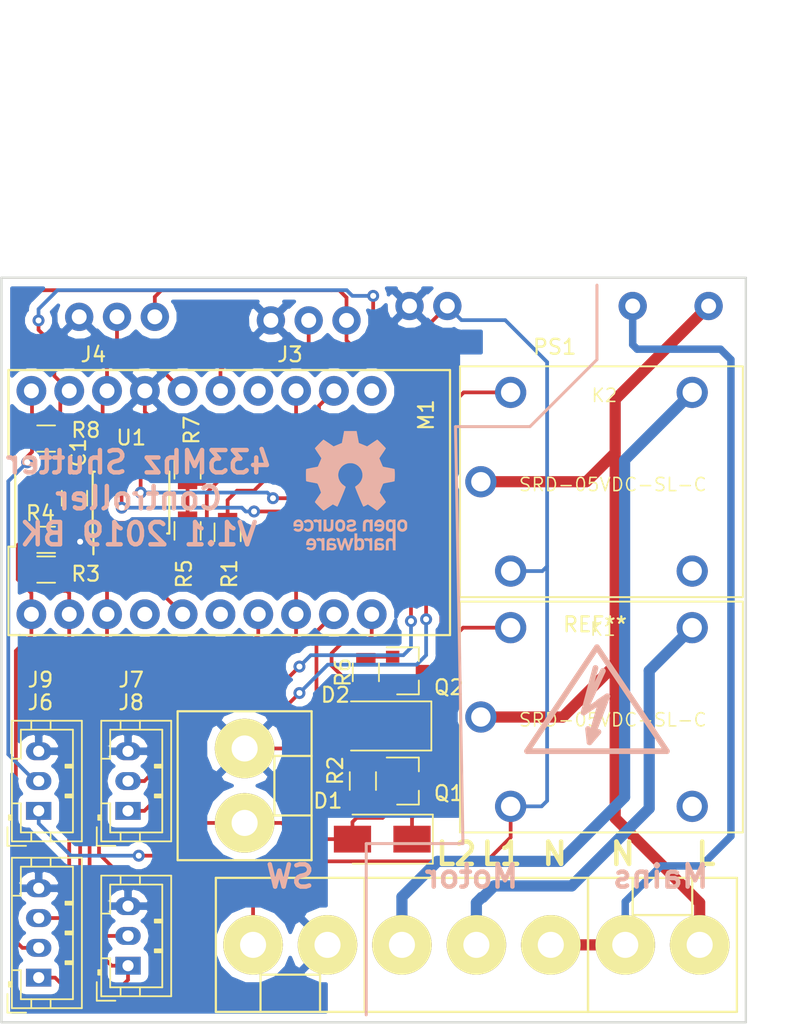
<source format=kicad_pcb>
(kicad_pcb (version 20171130) (host pcbnew "(5.0.2)-1")

  (general
    (thickness 1.6)
    (drawings 23)
    (tracks 333)
    (zones 0)
    (modules 30)
    (nets 33)
  )

  (page A4)
  (layers
    (0 F.Cu signal)
    (31 B.Cu signal)
    (32 B.Adhes user)
    (33 F.Adhes user)
    (34 B.Paste user)
    (35 F.Paste user)
    (36 B.SilkS user)
    (37 F.SilkS user)
    (38 B.Mask user)
    (39 F.Mask user)
    (40 Dwgs.User user)
    (41 Cmts.User user)
    (42 Eco1.User user)
    (43 Eco2.User user)
    (44 Edge.Cuts user)
    (45 Margin user)
    (46 B.CrtYd user)
    (47 F.CrtYd user hide)
    (48 B.Fab user)
    (49 F.Fab user)
  )

  (setup
    (last_trace_width 0.25)
    (trace_clearance 0.2)
    (zone_clearance 0.508)
    (zone_45_only no)
    (trace_min 0.2)
    (segment_width 0.2)
    (edge_width 0.15)
    (via_size 0.8)
    (via_drill 0.4)
    (via_min_size 0.4)
    (via_min_drill 0.3)
    (uvia_size 0.3)
    (uvia_drill 0.1)
    (uvias_allowed no)
    (uvia_min_size 0.2)
    (uvia_min_drill 0.1)
    (pcb_text_width 0.3)
    (pcb_text_size 1.5 1.5)
    (mod_edge_width 0.15)
    (mod_text_size 1 1)
    (mod_text_width 0.15)
    (pad_size 1.524 1.524)
    (pad_drill 0.762)
    (pad_to_mask_clearance 0.051)
    (solder_mask_min_width 0.25)
    (aux_axis_origin 0 0)
    (visible_elements 7FFFFFFF)
    (pcbplotparams
      (layerselection 0x010fc_ffffffff)
      (usegerberextensions false)
      (usegerberattributes false)
      (usegerberadvancedattributes false)
      (creategerberjobfile false)
      (excludeedgelayer true)
      (linewidth 0.100000)
      (plotframeref false)
      (viasonmask false)
      (mode 1)
      (useauxorigin false)
      (hpglpennumber 1)
      (hpglpenspeed 20)
      (hpglpendiameter 15.000000)
      (psnegative false)
      (psa4output false)
      (plotreference true)
      (plotvalue true)
      (plotinvisibletext false)
      (padsonsilk false)
      (subtractmaskfromsilk false)
      (outputformat 1)
      (mirror false)
      (drillshape 1)
      (scaleselection 1)
      (outputdirectory ""))
  )

  (net 0 "")
  (net 1 +5V)
  (net 2 GND)
  (net 3 "Net-(D1-Pad1)")
  (net 4 "Net-(D2-Pad1)")
  (net 5 /N)
  (net 6 /L)
  (net 7 /L_CH2)
  (net 8 /L_CH1)
  (net 9 /RF_RX)
  (net 10 +3V3)
  (net 11 /RF_TX)
  (net 12 /Ext_SW)
  (net 13 /SCL)
  (net 14 /SDA)
  (net 15 /A)
  (net 16 /B)
  (net 17 /Pos)
  (net 18 /Temp)
  (net 19 "Net-(K1-Pad4)")
  (net 20 "Net-(K2-Pad4)")
  (net 21 /CH2)
  (net 22 /CH1)
  (net 23 /DE)
  (net 24 "Net-(M1-Pad15)")
  (net 25 "Net-(M1-Pad7)")
  (net 26 /RX)
  (net 27 /TX)
  (net 28 "Net-(Q1-Pad1)")
  (net 29 "Net-(Q2-Pad1)")
  (net 30 "Net-(R5-Pad1)")
  (net 31 "Net-(M1-Pad17)")
  (net 32 "Net-(M1-Pad10)")

  (net_class Default "This is the default net class."
    (clearance 0.2)
    (trace_width 0.25)
    (via_dia 0.8)
    (via_drill 0.4)
    (uvia_dia 0.3)
    (uvia_drill 0.1)
    (add_net +3V3)
    (add_net +5V)
    (add_net /A)
    (add_net /B)
    (add_net /CH1)
    (add_net /CH2)
    (add_net /DE)
    (add_net /Ext_SW)
    (add_net /L)
    (add_net /L_CH1)
    (add_net /L_CH2)
    (add_net /N)
    (add_net /Pos)
    (add_net /RF_RX)
    (add_net /RF_TX)
    (add_net /RX)
    (add_net /SCL)
    (add_net /SDA)
    (add_net /TX)
    (add_net /Temp)
    (add_net GND)
    (add_net "Net-(D1-Pad1)")
    (add_net "Net-(D2-Pad1)")
    (add_net "Net-(K1-Pad4)")
    (add_net "Net-(K2-Pad4)")
    (add_net "Net-(M1-Pad10)")
    (add_net "Net-(M1-Pad15)")
    (add_net "Net-(M1-Pad17)")
    (add_net "Net-(M1-Pad7)")
    (add_net "Net-(Q1-Pad1)")
    (add_net "Net-(Q2-Pad1)")
    (add_net "Net-(R5-Pad1)")
  )

  (module Shutter_RF:REY5-19.0X15.0X15.0MM (layer F.Cu) (tedit 5DDFC100) (tstamp 5DDFC4DB)
    (at 140.3 129.5)
    (path /5DDFF306)
    (attr virtual)
    (fp_text reference K1 (at 0.1 -5.9) (layer F.SilkS)
      (effects (font (size 0.889 0.889) (thickness 0.1016)))
    )
    (fp_text value SRD-05VDC-SL-C (at 0.762 0.1905) (layer F.SilkS)
      (effects (font (size 0.889 0.889) (thickness 0.1016)))
    )
    (fp_line (start -9.4996 -7.74954) (end -9.4996 7.74954) (layer F.SilkS) (width 0.127))
    (fp_line (start 9.4996 -7.74954) (end -9.4996 -7.74954) (layer F.SilkS) (width 0.127))
    (fp_line (start 9.4996 7.74954) (end 9.4996 -7.74954) (layer F.SilkS) (width 0.127))
    (fp_line (start -9.4996 7.74954) (end 9.4996 7.74954) (layer F.SilkS) (width 0.127))
    (fp_line (start -9.4996 7.74954) (end -9.4996 -7.74954) (layer F.SilkS) (width 0.06604))
    (fp_line (start -9.4996 -7.74954) (end 9.4996 -7.74954) (layer F.SilkS) (width 0.06604))
    (fp_line (start 9.4996 7.74954) (end 9.4996 -7.74954) (layer F.SilkS) (width 0.06604))
    (fp_line (start -9.4996 7.74954) (end 9.4996 7.74954) (layer F.SilkS) (width 0.06604))
    (pad 5 thru_hole circle (at 6.09854 -5.99948) (size 2.09804 2.09804) (drill 1.29794) (layers *.Cu *.Paste *.Mask)
      (net 8 /L_CH1))
    (pad 4 thru_hole circle (at 6.09854 5.99948) (size 2.09804 2.09804) (drill 1.29794) (layers *.Cu *.Paste *.Mask)
      (net 19 "Net-(K1-Pad4)"))
    (pad 1 thru_hole circle (at -6.09854 -5.99948) (size 2.09804 2.09804) (drill 1.29794) (layers *.Cu *.Paste *.Mask)
      (net 3 "Net-(D1-Pad1)"))
    (pad 2 thru_hole circle (at -6.09854 5.99948) (size 2.09804 2.09804) (drill 1.29794) (layers *.Cu *.Paste *.Mask)
      (net 1 +5V))
    (pad 3 thru_hole circle (at -8.09752 0) (size 2.09804 2.09804) (drill 1.29794) (layers *.Cu *.Paste *.Mask)
      (net 6 /L))
  )

  (module Shutter_RF:REY5-19.0X15.0X15.0MM (layer F.Cu) (tedit 5DDFC100) (tstamp 5DDFC571)
    (at 140.3 113.7)
    (path /5DDFB810)
    (attr virtual)
    (fp_text reference K2 (at 0.2 -5.8) (layer F.SilkS)
      (effects (font (size 0.889 0.889) (thickness 0.1016)))
    )
    (fp_text value SRD-05VDC-SL-C (at 0.762 0.1905) (layer F.SilkS)
      (effects (font (size 0.889 0.889) (thickness 0.1016)))
    )
    (fp_line (start -9.4996 -7.74954) (end -9.4996 7.74954) (layer F.SilkS) (width 0.127))
    (fp_line (start 9.4996 -7.74954) (end -9.4996 -7.74954) (layer F.SilkS) (width 0.127))
    (fp_line (start 9.4996 7.74954) (end 9.4996 -7.74954) (layer F.SilkS) (width 0.127))
    (fp_line (start -9.4996 7.74954) (end 9.4996 7.74954) (layer F.SilkS) (width 0.127))
    (fp_line (start -9.4996 7.74954) (end -9.4996 -7.74954) (layer F.SilkS) (width 0.06604))
    (fp_line (start -9.4996 -7.74954) (end 9.4996 -7.74954) (layer F.SilkS) (width 0.06604))
    (fp_line (start 9.4996 7.74954) (end 9.4996 -7.74954) (layer F.SilkS) (width 0.06604))
    (fp_line (start -9.4996 7.74954) (end 9.4996 7.74954) (layer F.SilkS) (width 0.06604))
    (pad 5 thru_hole circle (at 6.09854 -5.99948) (size 2.09804 2.09804) (drill 1.29794) (layers *.Cu *.Paste *.Mask)
      (net 7 /L_CH2))
    (pad 4 thru_hole circle (at 6.09854 5.99948) (size 2.09804 2.09804) (drill 1.29794) (layers *.Cu *.Paste *.Mask)
      (net 20 "Net-(K2-Pad4)"))
    (pad 1 thru_hole circle (at -6.09854 -5.99948) (size 2.09804 2.09804) (drill 1.29794) (layers *.Cu *.Paste *.Mask)
      (net 4 "Net-(D2-Pad1)"))
    (pad 2 thru_hole circle (at -6.09854 5.99948) (size 2.09804 2.09804) (drill 1.29794) (layers *.Cu *.Paste *.Mask)
      (net 1 +5V))
    (pad 3 thru_hole circle (at -8.09752 0) (size 2.09804 2.09804) (drill 1.29794) (layers *.Cu *.Paste *.Mask)
      (net 6 /L))
  )

  (module Shutter_RF:5V700mA_ACDC (layer F.Cu) (tedit 5DDF94CF) (tstamp 5DDEA925)
    (at 125.5 85.4)
    (path /5DDF8ABF)
    (fp_text reference PS1 (at 11.66 19.248) (layer F.SilkS)
      (effects (font (size 1 1) (thickness 0.15)))
    )
    (fp_text value 5V700mA (at 11.6 -3.2) (layer F.Fab)
      (effects (font (size 1 1) (thickness 0.15)))
    )
    (fp_line (start 0 18.15) (end 23.5 18.15) (layer F.CrtYd) (width 0.127))
    (fp_line (start 23.5 0) (end 23.5 18.15) (layer F.CrtYd) (width 0.127))
    (fp_line (start 0 0) (end 0 18.15) (layer F.CrtYd) (width 0.127))
    (fp_line (start 0 0) (end 23.5 0) (layer F.CrtYd) (width 0.127))
    (pad 1 thru_hole circle (at 16.9 16.5) (size 1.9 1.9) (drill 1) (layers *.Cu *.Mask)
      (net 5 /N))
    (pad 9 thru_hole circle (at 1.91 16.5) (size 1.9 1.9) (drill 1) (layers *.Cu *.Mask)
      (net 2 GND))
    (pad 5 thru_hole circle (at 22 16.5) (size 1.9 1.9) (drill 1) (layers *.Cu *.Mask)
      (net 6 /L))
    (pad 7 thru_hole circle (at 4.45 16.5) (size 1.9 1.9) (drill 1) (layers *.Cu *.Mask)
      (net 1 +5V))
  )

  (module Shutter_RF:SYN480R_Mod (layer F.Cu) (tedit 5DDF94DE) (tstamp 5DDEA950)
    (at 112.776 86.868)
    (path /5DE26543)
    (fp_text reference J3 (at 6.604 18.288) (layer F.SilkS)
      (effects (font (size 1 1) (thickness 0.15)))
    )
    (fp_text value SYN480 (at 5.4 -3.9) (layer F.Fab)
      (effects (font (size 1 1) (thickness 0.15)))
    )
    (fp_line (start 0 17.2) (end 11.8 17.2) (layer F.CrtYd) (width 0.127))
    (fp_line (start 11.8 0) (end 11.8 17.2) (layer F.CrtYd) (width 0.127))
    (fp_line (start 0 0) (end 0 17.2) (layer F.CrtYd) (width 0.127))
    (fp_line (start 0 0) (end 11.8 0) (layer F.CrtYd) (width 0.127))
    (pad 3 thru_hole circle (at 5.32 16) (size 1.9 1.9) (drill 1) (layers *.Cu *.Mask)
      (net 2 GND))
    (pad 2 thru_hole circle (at 7.86 16) (size 1.9 1.9) (drill 1) (layers *.Cu *.Mask)
      (net 9 /RF_RX))
    (pad 1 thru_hole circle (at 10.4 16) (size 1.9 1.9) (drill 1) (layers *.Cu *.Mask)
      (net 10 +3V3))
  )

  (module Shutter_RF:STM8S103_Minimum_Board (layer F.Cu) (tedit 5DDF94F7) (tstamp 5DDF9BFA)
    (at 113.3 115.1)
    (path /5DDF89D3)
    (fp_text reference M1 (at 15.224 -5.88 90) (layer F.SilkS)
      (effects (font (size 1 1) (thickness 0.15)))
    )
    (fp_text value STM8S103_Brd (at -7 -10) (layer F.Fab)
      (effects (font (size 1 1) (thickness 0.15)))
    )
    (fp_line (start -12.83 8.9) (end 16.83 8.9) (layer F.SilkS) (width 0.15))
    (fp_line (start 16.83 8.9) (end 16.83 -8.9) (layer F.SilkS) (width 0.15))
    (fp_line (start 16.83 -8.9) (end -12.83 -8.9) (layer F.SilkS) (width 0.15))
    (fp_line (start -12.83 -8.9) (end -12.83 -2.966666) (layer F.SilkS) (width 0.15))
    (fp_line (start -12.83 -2.966666) (end -12.38 -2.966666) (layer F.SilkS) (width 0.15))
    (fp_line (start -12.38 -2.966666) (end -12.38 2.966666) (layer F.SilkS) (width 0.15))
    (fp_line (start -12.38 2.966666) (end -12.83 2.966666) (layer F.SilkS) (width 0.15))
    (fp_line (start -12.83 2.966666) (end -12.83 8.9) (layer F.SilkS) (width 0.15))
    (fp_line (start -13 -9.05) (end 17 -9.05) (layer F.CrtYd) (width 0.05))
    (fp_line (start 17 -9.05) (end 17 9.05) (layer F.CrtYd) (width 0.05))
    (fp_line (start 17 9.05) (end -13 9.05) (layer F.CrtYd) (width 0.05))
    (fp_line (start -13 9.05) (end -13 -9.05) (layer F.CrtYd) (width 0.05))
    (pad 20 thru_hole circle (at -11.29025 7.498118) (size 2 2) (drill 1) (layers *.Cu *.Mask)
      (net 14 /SDA))
    (pad 1 thru_hole circle (at -11.29025 -7.501882) (size 2 2) (drill 1) (layers *.Cu *.Mask)
      (net 18 /Temp))
    (pad 19 thru_hole circle (at -8.75025 7.498118) (size 2 2) (drill 1) (layers *.Cu *.Mask)
      (net 13 /SCL))
    (pad 2 thru_hole circle (at -8.75025 -7.501882) (size 2 2) (drill 1) (layers *.Cu *.Mask)
      (net 10 +3V3))
    (pad 18 thru_hole circle (at -6.21025 7.498118) (size 2 2) (drill 1) (layers *.Cu *.Mask)
      (net 10 +3V3))
    (pad 3 thru_hole circle (at -6.21025 -7.501882) (size 2 2) (drill 1) (layers *.Cu *.Mask)
      (net 1 +5V))
    (pad 17 thru_hole circle (at -3.67025 7.498118) (size 2 2) (drill 1) (layers *.Cu *.Mask)
      (net 31 "Net-(M1-Pad17)"))
    (pad 4 thru_hole circle (at -3.67025 -7.501882) (size 2 2) (drill 1) (layers *.Cu *.Mask)
      (net 2 GND))
    (pad 16 thru_hole circle (at -1.13025 7.498118) (size 2 2) (drill 1) (layers *.Cu *.Mask)
      (net 23 /DE))
    (pad 5 thru_hole circle (at -1.13025 -7.501882) (size 2 2) (drill 1) (layers *.Cu *.Mask)
      (net 11 /RF_TX))
    (pad 15 thru_hole circle (at 1.40975 7.498118) (size 2 2) (drill 1) (layers *.Cu *.Mask)
      (net 24 "Net-(M1-Pad15)"))
    (pad 6 thru_hole circle (at 1.40975 -7.501882) (size 2 2) (drill 1) (layers *.Cu *.Mask)
      (net 9 /RF_RX))
    (pad 14 thru_hole circle (at 3.94975 7.498118) (size 2 2) (drill 1) (layers *.Cu *.Mask)
      (net 17 /Pos))
    (pad 7 thru_hole circle (at 3.94975 -7.501882) (size 2 2) (drill 1) (layers *.Cu *.Mask)
      (net 25 "Net-(M1-Pad7)"))
    (pad 13 thru_hole circle (at 6.48975 7.498118) (size 2 2) (drill 1) (layers *.Cu *.Mask)
      (net 12 /Ext_SW))
    (pad 8 thru_hole circle (at 6.48975 -7.501882) (size 2 2) (drill 1) (layers *.Cu *.Mask)
      (net 26 /RX))
    (pad 12 thru_hole circle (at 9.02975 7.498118) (size 2 2) (drill 1) (layers *.Cu *.Mask)
      (net 22 /CH1))
    (pad 9 thru_hole circle (at 9.02975 -7.501882) (size 2 2) (drill 1) (layers *.Cu *.Mask)
      (net 27 /TX))
    (pad 11 thru_hole circle (at 11.56975 7.498118) (size 2 2) (drill 1) (layers *.Cu *.Mask)
      (net 21 /CH2))
    (pad 10 thru_hole circle (at 11.56975 -7.501882) (size 2 2) (drill 1) (layers *.Cu *.Mask)
      (net 32 "Net-(M1-Pad10)"))
  )

  (module Shutter_RF:SYN115_Mod (layer F.Cu) (tedit 5DDF94EB) (tstamp 5DDFBF58)
    (at 100.4 89.027)
    (path /5DE52CAB)
    (fp_text reference J4 (at 5.772 16.129) (layer F.SilkS)
      (effects (font (size 1 1) (thickness 0.15)))
    )
    (fp_text value SYN115 (at 6.2 -3.1) (layer F.Fab)
      (effects (font (size 1 1) (thickness 0.15)))
    )
    (fp_line (start 0 15) (end 11.8 15) (layer F.CrtYd) (width 0.127))
    (fp_line (start 11.8 0) (end 11.8 15) (layer F.CrtYd) (width 0.127))
    (fp_line (start 0 0) (end 0 15) (layer F.CrtYd) (width 0.127))
    (fp_line (start 0 0) (end 11.8 0) (layer F.CrtYd) (width 0.127))
    (pad 3 thru_hole circle (at 4.82 13.6) (size 1.9 1.9) (drill 1) (layers *.Cu *.Mask)
      (net 2 GND))
    (pad 2 thru_hole circle (at 7.36 13.6) (size 1.9 1.9) (drill 1) (layers *.Cu *.Mask)
      (net 11 /RF_TX))
    (pad 1 thru_hole circle (at 9.9 13.6) (size 1.9 1.9) (drill 1) (layers *.Cu *.Mask)
      (net 10 +3V3))
  )

  (module KiCad/Capacitors_SMD.pretty:C_0805 (layer F.Cu) (tedit 58AA8463) (tstamp 5DEAF3B9)
    (at 104.902 114.808 270)
    (descr "Capacitor SMD 0805, reflow soldering, AVX (see smccp.pdf)")
    (tags "capacitor 0805")
    (path /5DDF8C9A)
    (attr smd)
    (fp_text reference C1 (at -3.048 -0.254 270) (layer F.SilkS)
      (effects (font (size 1 1) (thickness 0.15)))
    )
    (fp_text value 100n (at 0 1.75 270) (layer F.Fab)
      (effects (font (size 1 1) (thickness 0.15)))
    )
    (fp_text user %R (at -3.048 -0.254 270) (layer F.Fab)
      (effects (font (size 1 1) (thickness 0.15)))
    )
    (fp_line (start -1 0.62) (end -1 -0.62) (layer F.Fab) (width 0.1))
    (fp_line (start 1 0.62) (end -1 0.62) (layer F.Fab) (width 0.1))
    (fp_line (start 1 -0.62) (end 1 0.62) (layer F.Fab) (width 0.1))
    (fp_line (start -1 -0.62) (end 1 -0.62) (layer F.Fab) (width 0.1))
    (fp_line (start 0.5 -0.85) (end -0.5 -0.85) (layer F.SilkS) (width 0.12))
    (fp_line (start -0.5 0.85) (end 0.5 0.85) (layer F.SilkS) (width 0.12))
    (fp_line (start -1.75 -0.88) (end 1.75 -0.88) (layer F.CrtYd) (width 0.05))
    (fp_line (start -1.75 -0.88) (end -1.75 0.87) (layer F.CrtYd) (width 0.05))
    (fp_line (start 1.75 0.87) (end 1.75 -0.88) (layer F.CrtYd) (width 0.05))
    (fp_line (start 1.75 0.87) (end -1.75 0.87) (layer F.CrtYd) (width 0.05))
    (pad 1 smd rect (at -1 0 270) (size 1 1.25) (layers F.Cu F.Paste F.Mask)
      (net 1 +5V))
    (pad 2 smd rect (at 1 0 270) (size 1 1.25) (layers F.Cu F.Paste F.Mask)
      (net 2 GND))
    (model Capacitors_SMD.3dshapes/C_0805.wrl
      (at (xyz 0 0 0))
      (scale (xyz 1 1 1))
      (rotate (xyz 0 0 0))
    )
  )

  (module KiCad/Diodes_SMD.pretty:D_SMA (layer F.Cu) (tedit 586432E5) (tstamp 5DEAF3D1)
    (at 125.576 137.7 180)
    (descr "Diode SMA (DO-214AC)")
    (tags "Diode SMA (DO-214AC)")
    (path /5DDFF312)
    (attr smd)
    (fp_text reference D1 (at 3.656 2.572 180) (layer F.SilkS)
      (effects (font (size 1 1) (thickness 0.15)))
    )
    (fp_text value D_Small (at 0 2.6 180) (layer F.Fab)
      (effects (font (size 1 1) (thickness 0.15)))
    )
    (fp_text user %R (at 0 -2.5 180) (layer F.Fab)
      (effects (font (size 1 1) (thickness 0.15)))
    )
    (fp_line (start -3.4 -1.65) (end -3.4 1.65) (layer F.SilkS) (width 0.12))
    (fp_line (start 2.3 1.5) (end -2.3 1.5) (layer F.Fab) (width 0.1))
    (fp_line (start -2.3 1.5) (end -2.3 -1.5) (layer F.Fab) (width 0.1))
    (fp_line (start 2.3 -1.5) (end 2.3 1.5) (layer F.Fab) (width 0.1))
    (fp_line (start 2.3 -1.5) (end -2.3 -1.5) (layer F.Fab) (width 0.1))
    (fp_line (start -3.5 -1.75) (end 3.5 -1.75) (layer F.CrtYd) (width 0.05))
    (fp_line (start 3.5 -1.75) (end 3.5 1.75) (layer F.CrtYd) (width 0.05))
    (fp_line (start 3.5 1.75) (end -3.5 1.75) (layer F.CrtYd) (width 0.05))
    (fp_line (start -3.5 1.75) (end -3.5 -1.75) (layer F.CrtYd) (width 0.05))
    (fp_line (start -0.64944 0.00102) (end -1.55114 0.00102) (layer F.Fab) (width 0.1))
    (fp_line (start 0.50118 0.00102) (end 1.4994 0.00102) (layer F.Fab) (width 0.1))
    (fp_line (start -0.64944 -0.79908) (end -0.64944 0.80112) (layer F.Fab) (width 0.1))
    (fp_line (start 0.50118 0.75032) (end 0.50118 -0.79908) (layer F.Fab) (width 0.1))
    (fp_line (start -0.64944 0.00102) (end 0.50118 0.75032) (layer F.Fab) (width 0.1))
    (fp_line (start -0.64944 0.00102) (end 0.50118 -0.79908) (layer F.Fab) (width 0.1))
    (fp_line (start -3.4 1.65) (end 2 1.65) (layer F.SilkS) (width 0.12))
    (fp_line (start -3.4 -1.65) (end 2 -1.65) (layer F.SilkS) (width 0.12))
    (pad 1 smd rect (at -2 0 180) (size 2.5 1.8) (layers F.Cu F.Paste F.Mask)
      (net 3 "Net-(D1-Pad1)"))
    (pad 2 smd rect (at 2 0 180) (size 2.5 1.8) (layers F.Cu F.Paste F.Mask)
      (net 2 GND))
    (model ${KISYS3DMOD}/Diodes_SMD.3dshapes/D_SMA.wrl
      (at (xyz 0 0 0))
      (scale (xyz 1 1 1))
      (rotate (xyz 0 0 0))
    )
  )

  (module KiCad/Diodes_SMD.pretty:D_SMA (layer F.Cu) (tedit 586432E5) (tstamp 5DEAF3E9)
    (at 125.476 130.1 180)
    (descr "Diode SMA (DO-214AC)")
    (tags "Diode SMA (DO-214AC)")
    (path /5DDFBAD7)
    (attr smd)
    (fp_text reference D2 (at 3.048 2.084 180) (layer F.SilkS)
      (effects (font (size 1 1) (thickness 0.15)))
    )
    (fp_text value D_Small (at 0 2.6 180) (layer F.Fab)
      (effects (font (size 1 1) (thickness 0.15)))
    )
    (fp_line (start -3.4 -1.65) (end 2 -1.65) (layer F.SilkS) (width 0.12))
    (fp_line (start -3.4 1.65) (end 2 1.65) (layer F.SilkS) (width 0.12))
    (fp_line (start -0.64944 0.00102) (end 0.50118 -0.79908) (layer F.Fab) (width 0.1))
    (fp_line (start -0.64944 0.00102) (end 0.50118 0.75032) (layer F.Fab) (width 0.1))
    (fp_line (start 0.50118 0.75032) (end 0.50118 -0.79908) (layer F.Fab) (width 0.1))
    (fp_line (start -0.64944 -0.79908) (end -0.64944 0.80112) (layer F.Fab) (width 0.1))
    (fp_line (start 0.50118 0.00102) (end 1.4994 0.00102) (layer F.Fab) (width 0.1))
    (fp_line (start -0.64944 0.00102) (end -1.55114 0.00102) (layer F.Fab) (width 0.1))
    (fp_line (start -3.5 1.75) (end -3.5 -1.75) (layer F.CrtYd) (width 0.05))
    (fp_line (start 3.5 1.75) (end -3.5 1.75) (layer F.CrtYd) (width 0.05))
    (fp_line (start 3.5 -1.75) (end 3.5 1.75) (layer F.CrtYd) (width 0.05))
    (fp_line (start -3.5 -1.75) (end 3.5 -1.75) (layer F.CrtYd) (width 0.05))
    (fp_line (start 2.3 -1.5) (end -2.3 -1.5) (layer F.Fab) (width 0.1))
    (fp_line (start 2.3 -1.5) (end 2.3 1.5) (layer F.Fab) (width 0.1))
    (fp_line (start -2.3 1.5) (end -2.3 -1.5) (layer F.Fab) (width 0.1))
    (fp_line (start 2.3 1.5) (end -2.3 1.5) (layer F.Fab) (width 0.1))
    (fp_line (start -3.4 -1.65) (end -3.4 1.65) (layer F.SilkS) (width 0.12))
    (fp_text user %R (at 0 -2.5 180) (layer F.Fab)
      (effects (font (size 1 1) (thickness 0.15)))
    )
    (pad 2 smd rect (at 2 0 180) (size 2.5 1.8) (layers F.Cu F.Paste F.Mask)
      (net 2 GND))
    (pad 1 smd rect (at -2 0 180) (size 2.5 1.8) (layers F.Cu F.Paste F.Mask)
      (net 4 "Net-(D2-Pad1)"))
    (model ${KISYS3DMOD}/Diodes_SMD.3dshapes/D_SMA.wrl
      (at (xyz 0 0 0))
      (scale (xyz 1 1 1))
      (rotate (xyz 0 0 0))
    )
  )

  (module KiCad/Connectors_JST.pretty:JST_PH_B4B-PH-K_04x2.00mm_Straight (layer F.Cu) (tedit 58D3FE4F) (tstamp 5DEAF42A)
    (at 102.5 147 90)
    (descr "JST PH series connector, B4B-PH-K, top entry type, through hole, Datasheet: http://www.jst-mfg.com/product/pdf/eng/ePH.pdf")
    (tags "connector jst ph")
    (path /5DE3105A)
    (fp_text reference J6 (at 18.476 0.116 180) (layer F.SilkS)
      (effects (font (size 1 1) (thickness 0.15)))
    )
    (fp_text value IIC (at 3 3.8 90) (layer F.Fab)
      (effects (font (size 1 1) (thickness 0.15)))
    )
    (fp_line (start -2.05 -1.8) (end -2.05 2.9) (layer F.SilkS) (width 0.12))
    (fp_line (start -2.05 2.9) (end 8.05 2.9) (layer F.SilkS) (width 0.12))
    (fp_line (start 8.05 2.9) (end 8.05 -1.8) (layer F.SilkS) (width 0.12))
    (fp_line (start 8.05 -1.8) (end -2.05 -1.8) (layer F.SilkS) (width 0.12))
    (fp_line (start 0.5 -1.8) (end 0.5 -1.2) (layer F.SilkS) (width 0.12))
    (fp_line (start 0.5 -1.2) (end -1.45 -1.2) (layer F.SilkS) (width 0.12))
    (fp_line (start -1.45 -1.2) (end -1.45 2.3) (layer F.SilkS) (width 0.12))
    (fp_line (start -1.45 2.3) (end 7.45 2.3) (layer F.SilkS) (width 0.12))
    (fp_line (start 7.45 2.3) (end 7.45 -1.2) (layer F.SilkS) (width 0.12))
    (fp_line (start 7.45 -1.2) (end 5.5 -1.2) (layer F.SilkS) (width 0.12))
    (fp_line (start 5.5 -1.2) (end 5.5 -1.8) (layer F.SilkS) (width 0.12))
    (fp_line (start -2.05 -0.5) (end -1.45 -0.5) (layer F.SilkS) (width 0.12))
    (fp_line (start -2.05 0.8) (end -1.45 0.8) (layer F.SilkS) (width 0.12))
    (fp_line (start 8.05 -0.5) (end 7.45 -0.5) (layer F.SilkS) (width 0.12))
    (fp_line (start 8.05 0.8) (end 7.45 0.8) (layer F.SilkS) (width 0.12))
    (fp_line (start -0.3 -1.8) (end -0.3 -2) (layer F.SilkS) (width 0.12))
    (fp_line (start -0.3 -2) (end -0.6 -2) (layer F.SilkS) (width 0.12))
    (fp_line (start -0.6 -2) (end -0.6 -1.8) (layer F.SilkS) (width 0.12))
    (fp_line (start -0.3 -1.9) (end -0.6 -1.9) (layer F.SilkS) (width 0.12))
    (fp_line (start 0.9 2.3) (end 0.9 1.8) (layer F.SilkS) (width 0.12))
    (fp_line (start 0.9 1.8) (end 1.1 1.8) (layer F.SilkS) (width 0.12))
    (fp_line (start 1.1 1.8) (end 1.1 2.3) (layer F.SilkS) (width 0.12))
    (fp_line (start 1 2.3) (end 1 1.8) (layer F.SilkS) (width 0.12))
    (fp_line (start 2.9 2.3) (end 2.9 1.8) (layer F.SilkS) (width 0.12))
    (fp_line (start 2.9 1.8) (end 3.1 1.8) (layer F.SilkS) (width 0.12))
    (fp_line (start 3.1 1.8) (end 3.1 2.3) (layer F.SilkS) (width 0.12))
    (fp_line (start 3 2.3) (end 3 1.8) (layer F.SilkS) (width 0.12))
    (fp_line (start 4.9 2.3) (end 4.9 1.8) (layer F.SilkS) (width 0.12))
    (fp_line (start 4.9 1.8) (end 5.1 1.8) (layer F.SilkS) (width 0.12))
    (fp_line (start 5.1 1.8) (end 5.1 2.3) (layer F.SilkS) (width 0.12))
    (fp_line (start 5 2.3) (end 5 1.8) (layer F.SilkS) (width 0.12))
    (fp_line (start -1.1 -2.1) (end -2.35 -2.1) (layer F.SilkS) (width 0.12))
    (fp_line (start -2.35 -2.1) (end -2.35 -0.85) (layer F.SilkS) (width 0.12))
    (fp_line (start -1.1 -2.1) (end -2.35 -2.1) (layer F.Fab) (width 0.1))
    (fp_line (start -2.35 -2.1) (end -2.35 -0.85) (layer F.Fab) (width 0.1))
    (fp_line (start -1.95 -1.7) (end -1.95 2.8) (layer F.Fab) (width 0.1))
    (fp_line (start -1.95 2.8) (end 7.95 2.8) (layer F.Fab) (width 0.1))
    (fp_line (start 7.95 2.8) (end 7.95 -1.7) (layer F.Fab) (width 0.1))
    (fp_line (start 7.95 -1.7) (end -1.95 -1.7) (layer F.Fab) (width 0.1))
    (fp_line (start -2.45 -2.2) (end -2.45 3.3) (layer F.CrtYd) (width 0.05))
    (fp_line (start -2.45 3.3) (end 8.45 3.3) (layer F.CrtYd) (width 0.05))
    (fp_line (start 8.45 3.3) (end 8.45 -2.2) (layer F.CrtYd) (width 0.05))
    (fp_line (start 8.45 -2.2) (end -2.45 -2.2) (layer F.CrtYd) (width 0.05))
    (fp_text user %R (at 18.476 0.116 180) (layer F.Fab)
      (effects (font (size 1 1) (thickness 0.15)))
    )
    (pad 1 thru_hole rect (at 0 0 90) (size 1.2 1.7) (drill 0.75) (layers *.Cu *.Mask)
      (net 10 +3V3))
    (pad 2 thru_hole oval (at 2 0 90) (size 1.2 1.7) (drill 0.75) (layers *.Cu *.Mask)
      (net 14 /SDA))
    (pad 3 thru_hole oval (at 4 0 90) (size 1.2 1.7) (drill 0.75) (layers *.Cu *.Mask)
      (net 13 /SCL))
    (pad 4 thru_hole oval (at 6 0 90) (size 1.2 1.7) (drill 0.75) (layers *.Cu *.Mask)
      (net 2 GND))
    (model ${KISYS3DMOD}/Connectors_JST.3dshapes/JST_PH_B4B-PH-K_04x2.00mm_Straight.wrl
      (at (xyz 0 0 0))
      (scale (xyz 1 1 1))
      (rotate (xyz 0 0 0))
    )
  )

  (module KiCad/Connectors_JST.pretty:JST_PH_B3B-PH-K_03x2.00mm_Straight (layer F.Cu) (tedit 58D3FE4F) (tstamp 5DEAF459)
    (at 108.5 135.8 90)
    (descr "JST PH series connector, B3B-PH-K, top entry type, through hole, Datasheet: http://www.jst-mfg.com/product/pdf/eng/ePH.pdf")
    (tags "connector jst ph")
    (path /5DE3A4A8)
    (fp_text reference J7 (at 8.8 0.212 180) (layer F.SilkS)
      (effects (font (size 1 1) (thickness 0.15)))
    )
    (fp_text value 485 (at 2 3.8 90) (layer F.Fab)
      (effects (font (size 1 1) (thickness 0.15)))
    )
    (fp_line (start -2.05 -1.8) (end -2.05 2.9) (layer F.SilkS) (width 0.12))
    (fp_line (start -2.05 2.9) (end 6.05 2.9) (layer F.SilkS) (width 0.12))
    (fp_line (start 6.05 2.9) (end 6.05 -1.8) (layer F.SilkS) (width 0.12))
    (fp_line (start 6.05 -1.8) (end -2.05 -1.8) (layer F.SilkS) (width 0.12))
    (fp_line (start 0.5 -1.8) (end 0.5 -1.2) (layer F.SilkS) (width 0.12))
    (fp_line (start 0.5 -1.2) (end -1.45 -1.2) (layer F.SilkS) (width 0.12))
    (fp_line (start -1.45 -1.2) (end -1.45 2.3) (layer F.SilkS) (width 0.12))
    (fp_line (start -1.45 2.3) (end 5.45 2.3) (layer F.SilkS) (width 0.12))
    (fp_line (start 5.45 2.3) (end 5.45 -1.2) (layer F.SilkS) (width 0.12))
    (fp_line (start 5.45 -1.2) (end 3.5 -1.2) (layer F.SilkS) (width 0.12))
    (fp_line (start 3.5 -1.2) (end 3.5 -1.8) (layer F.SilkS) (width 0.12))
    (fp_line (start -2.05 -0.5) (end -1.45 -0.5) (layer F.SilkS) (width 0.12))
    (fp_line (start -2.05 0.8) (end -1.45 0.8) (layer F.SilkS) (width 0.12))
    (fp_line (start 6.05 -0.5) (end 5.45 -0.5) (layer F.SilkS) (width 0.12))
    (fp_line (start 6.05 0.8) (end 5.45 0.8) (layer F.SilkS) (width 0.12))
    (fp_line (start -0.3 -1.8) (end -0.3 -2) (layer F.SilkS) (width 0.12))
    (fp_line (start -0.3 -2) (end -0.6 -2) (layer F.SilkS) (width 0.12))
    (fp_line (start -0.6 -2) (end -0.6 -1.8) (layer F.SilkS) (width 0.12))
    (fp_line (start -0.3 -1.9) (end -0.6 -1.9) (layer F.SilkS) (width 0.12))
    (fp_line (start 0.9 2.3) (end 0.9 1.8) (layer F.SilkS) (width 0.12))
    (fp_line (start 0.9 1.8) (end 1.1 1.8) (layer F.SilkS) (width 0.12))
    (fp_line (start 1.1 1.8) (end 1.1 2.3) (layer F.SilkS) (width 0.12))
    (fp_line (start 1 2.3) (end 1 1.8) (layer F.SilkS) (width 0.12))
    (fp_line (start 2.9 2.3) (end 2.9 1.8) (layer F.SilkS) (width 0.12))
    (fp_line (start 2.9 1.8) (end 3.1 1.8) (layer F.SilkS) (width 0.12))
    (fp_line (start 3.1 1.8) (end 3.1 2.3) (layer F.SilkS) (width 0.12))
    (fp_line (start 3 2.3) (end 3 1.8) (layer F.SilkS) (width 0.12))
    (fp_line (start -1.1 -2.1) (end -2.35 -2.1) (layer F.SilkS) (width 0.12))
    (fp_line (start -2.35 -2.1) (end -2.35 -0.85) (layer F.SilkS) (width 0.12))
    (fp_line (start -1.1 -2.1) (end -2.35 -2.1) (layer F.Fab) (width 0.1))
    (fp_line (start -2.35 -2.1) (end -2.35 -0.85) (layer F.Fab) (width 0.1))
    (fp_line (start -1.95 -1.7) (end -1.95 2.8) (layer F.Fab) (width 0.1))
    (fp_line (start -1.95 2.8) (end 5.95 2.8) (layer F.Fab) (width 0.1))
    (fp_line (start 5.95 2.8) (end 5.95 -1.7) (layer F.Fab) (width 0.1))
    (fp_line (start 5.95 -1.7) (end -1.95 -1.7) (layer F.Fab) (width 0.1))
    (fp_line (start -2.45 -2.2) (end -2.45 3.3) (layer F.CrtYd) (width 0.05))
    (fp_line (start -2.45 3.3) (end 6.45 3.3) (layer F.CrtYd) (width 0.05))
    (fp_line (start 6.45 3.3) (end 6.45 -2.2) (layer F.CrtYd) (width 0.05))
    (fp_line (start 6.45 -2.2) (end -2.45 -2.2) (layer F.CrtYd) (width 0.05))
    (fp_text user %R (at 8.8 0.212 180) (layer F.Fab)
      (effects (font (size 1 1) (thickness 0.15)))
    )
    (pad 1 thru_hole rect (at 0 0 90) (size 1.2 1.7) (drill 0.75) (layers *.Cu *.Mask)
      (net 15 /A))
    (pad 2 thru_hole oval (at 2 0 90) (size 1.2 1.7) (drill 0.75) (layers *.Cu *.Mask)
      (net 16 /B))
    (pad 3 thru_hole oval (at 4 0 90) (size 1.2 1.7) (drill 0.75) (layers *.Cu *.Mask)
      (net 2 GND))
    (model ${KISYS3DMOD}/Connectors_JST.3dshapes/JST_PH_B3B-PH-K_03x2.00mm_Straight.wrl
      (at (xyz 0 0 0))
      (scale (xyz 1 1 1))
      (rotate (xyz 0 0 0))
    )
  )

  (module KiCad/Connectors_JST.pretty:JST_PH_B3B-PH-K_03x2.00mm_Straight (layer F.Cu) (tedit 58D3FE4F) (tstamp 5DEAF488)
    (at 108.5 146.2 90)
    (descr "JST PH series connector, B3B-PH-K, top entry type, through hole, Datasheet: http://www.jst-mfg.com/product/pdf/eng/ePH.pdf")
    (tags "connector jst ph")
    (path /5DE41EBC)
    (fp_text reference J8 (at 17.676 0.212 180) (layer F.SilkS)
      (effects (font (size 1 1) (thickness 0.15)))
    )
    (fp_text value Position (at 2 3.8 90) (layer F.Fab)
      (effects (font (size 1 1) (thickness 0.15)))
    )
    (fp_text user %R (at 17.676 0.212 180) (layer F.Fab)
      (effects (font (size 1 1) (thickness 0.15)))
    )
    (fp_line (start 6.45 -2.2) (end -2.45 -2.2) (layer F.CrtYd) (width 0.05))
    (fp_line (start 6.45 3.3) (end 6.45 -2.2) (layer F.CrtYd) (width 0.05))
    (fp_line (start -2.45 3.3) (end 6.45 3.3) (layer F.CrtYd) (width 0.05))
    (fp_line (start -2.45 -2.2) (end -2.45 3.3) (layer F.CrtYd) (width 0.05))
    (fp_line (start 5.95 -1.7) (end -1.95 -1.7) (layer F.Fab) (width 0.1))
    (fp_line (start 5.95 2.8) (end 5.95 -1.7) (layer F.Fab) (width 0.1))
    (fp_line (start -1.95 2.8) (end 5.95 2.8) (layer F.Fab) (width 0.1))
    (fp_line (start -1.95 -1.7) (end -1.95 2.8) (layer F.Fab) (width 0.1))
    (fp_line (start -2.35 -2.1) (end -2.35 -0.85) (layer F.Fab) (width 0.1))
    (fp_line (start -1.1 -2.1) (end -2.35 -2.1) (layer F.Fab) (width 0.1))
    (fp_line (start -2.35 -2.1) (end -2.35 -0.85) (layer F.SilkS) (width 0.12))
    (fp_line (start -1.1 -2.1) (end -2.35 -2.1) (layer F.SilkS) (width 0.12))
    (fp_line (start 3 2.3) (end 3 1.8) (layer F.SilkS) (width 0.12))
    (fp_line (start 3.1 1.8) (end 3.1 2.3) (layer F.SilkS) (width 0.12))
    (fp_line (start 2.9 1.8) (end 3.1 1.8) (layer F.SilkS) (width 0.12))
    (fp_line (start 2.9 2.3) (end 2.9 1.8) (layer F.SilkS) (width 0.12))
    (fp_line (start 1 2.3) (end 1 1.8) (layer F.SilkS) (width 0.12))
    (fp_line (start 1.1 1.8) (end 1.1 2.3) (layer F.SilkS) (width 0.12))
    (fp_line (start 0.9 1.8) (end 1.1 1.8) (layer F.SilkS) (width 0.12))
    (fp_line (start 0.9 2.3) (end 0.9 1.8) (layer F.SilkS) (width 0.12))
    (fp_line (start -0.3 -1.9) (end -0.6 -1.9) (layer F.SilkS) (width 0.12))
    (fp_line (start -0.6 -2) (end -0.6 -1.8) (layer F.SilkS) (width 0.12))
    (fp_line (start -0.3 -2) (end -0.6 -2) (layer F.SilkS) (width 0.12))
    (fp_line (start -0.3 -1.8) (end -0.3 -2) (layer F.SilkS) (width 0.12))
    (fp_line (start 6.05 0.8) (end 5.45 0.8) (layer F.SilkS) (width 0.12))
    (fp_line (start 6.05 -0.5) (end 5.45 -0.5) (layer F.SilkS) (width 0.12))
    (fp_line (start -2.05 0.8) (end -1.45 0.8) (layer F.SilkS) (width 0.12))
    (fp_line (start -2.05 -0.5) (end -1.45 -0.5) (layer F.SilkS) (width 0.12))
    (fp_line (start 3.5 -1.2) (end 3.5 -1.8) (layer F.SilkS) (width 0.12))
    (fp_line (start 5.45 -1.2) (end 3.5 -1.2) (layer F.SilkS) (width 0.12))
    (fp_line (start 5.45 2.3) (end 5.45 -1.2) (layer F.SilkS) (width 0.12))
    (fp_line (start -1.45 2.3) (end 5.45 2.3) (layer F.SilkS) (width 0.12))
    (fp_line (start -1.45 -1.2) (end -1.45 2.3) (layer F.SilkS) (width 0.12))
    (fp_line (start 0.5 -1.2) (end -1.45 -1.2) (layer F.SilkS) (width 0.12))
    (fp_line (start 0.5 -1.8) (end 0.5 -1.2) (layer F.SilkS) (width 0.12))
    (fp_line (start 6.05 -1.8) (end -2.05 -1.8) (layer F.SilkS) (width 0.12))
    (fp_line (start 6.05 2.9) (end 6.05 -1.8) (layer F.SilkS) (width 0.12))
    (fp_line (start -2.05 2.9) (end 6.05 2.9) (layer F.SilkS) (width 0.12))
    (fp_line (start -2.05 -1.8) (end -2.05 2.9) (layer F.SilkS) (width 0.12))
    (pad 3 thru_hole oval (at 4 0 90) (size 1.2 1.7) (drill 0.75) (layers *.Cu *.Mask)
      (net 2 GND))
    (pad 2 thru_hole oval (at 2 0 90) (size 1.2 1.7) (drill 0.75) (layers *.Cu *.Mask)
      (net 17 /Pos))
    (pad 1 thru_hole rect (at 0 0 90) (size 1.2 1.7) (drill 0.75) (layers *.Cu *.Mask)
      (net 10 +3V3))
    (model ${KISYS3DMOD}/Connectors_JST.3dshapes/JST_PH_B3B-PH-K_03x2.00mm_Straight.wrl
      (at (xyz 0 0 0))
      (scale (xyz 1 1 1))
      (rotate (xyz 0 0 0))
    )
  )

  (module KiCad/Connectors_JST.pretty:JST_PH_B3B-PH-K_03x2.00mm_Straight (layer F.Cu) (tedit 58D3FE4F) (tstamp 5DEAF4B7)
    (at 102.5 135.8 90)
    (descr "JST PH series connector, B3B-PH-K, top entry type, through hole, Datasheet: http://www.jst-mfg.com/product/pdf/eng/ePH.pdf")
    (tags "connector jst ph")
    (path /5DE5C54A)
    (fp_text reference J9 (at 8.8 0.116 180) (layer F.SilkS)
      (effects (font (size 1 1) (thickness 0.15)))
    )
    (fp_text value Temp (at 2 3.8 90) (layer F.Fab)
      (effects (font (size 1 1) (thickness 0.15)))
    )
    (fp_line (start -2.05 -1.8) (end -2.05 2.9) (layer F.SilkS) (width 0.12))
    (fp_line (start -2.05 2.9) (end 6.05 2.9) (layer F.SilkS) (width 0.12))
    (fp_line (start 6.05 2.9) (end 6.05 -1.8) (layer F.SilkS) (width 0.12))
    (fp_line (start 6.05 -1.8) (end -2.05 -1.8) (layer F.SilkS) (width 0.12))
    (fp_line (start 0.5 -1.8) (end 0.5 -1.2) (layer F.SilkS) (width 0.12))
    (fp_line (start 0.5 -1.2) (end -1.45 -1.2) (layer F.SilkS) (width 0.12))
    (fp_line (start -1.45 -1.2) (end -1.45 2.3) (layer F.SilkS) (width 0.12))
    (fp_line (start -1.45 2.3) (end 5.45 2.3) (layer F.SilkS) (width 0.12))
    (fp_line (start 5.45 2.3) (end 5.45 -1.2) (layer F.SilkS) (width 0.12))
    (fp_line (start 5.45 -1.2) (end 3.5 -1.2) (layer F.SilkS) (width 0.12))
    (fp_line (start 3.5 -1.2) (end 3.5 -1.8) (layer F.SilkS) (width 0.12))
    (fp_line (start -2.05 -0.5) (end -1.45 -0.5) (layer F.SilkS) (width 0.12))
    (fp_line (start -2.05 0.8) (end -1.45 0.8) (layer F.SilkS) (width 0.12))
    (fp_line (start 6.05 -0.5) (end 5.45 -0.5) (layer F.SilkS) (width 0.12))
    (fp_line (start 6.05 0.8) (end 5.45 0.8) (layer F.SilkS) (width 0.12))
    (fp_line (start -0.3 -1.8) (end -0.3 -2) (layer F.SilkS) (width 0.12))
    (fp_line (start -0.3 -2) (end -0.6 -2) (layer F.SilkS) (width 0.12))
    (fp_line (start -0.6 -2) (end -0.6 -1.8) (layer F.SilkS) (width 0.12))
    (fp_line (start -0.3 -1.9) (end -0.6 -1.9) (layer F.SilkS) (width 0.12))
    (fp_line (start 0.9 2.3) (end 0.9 1.8) (layer F.SilkS) (width 0.12))
    (fp_line (start 0.9 1.8) (end 1.1 1.8) (layer F.SilkS) (width 0.12))
    (fp_line (start 1.1 1.8) (end 1.1 2.3) (layer F.SilkS) (width 0.12))
    (fp_line (start 1 2.3) (end 1 1.8) (layer F.SilkS) (width 0.12))
    (fp_line (start 2.9 2.3) (end 2.9 1.8) (layer F.SilkS) (width 0.12))
    (fp_line (start 2.9 1.8) (end 3.1 1.8) (layer F.SilkS) (width 0.12))
    (fp_line (start 3.1 1.8) (end 3.1 2.3) (layer F.SilkS) (width 0.12))
    (fp_line (start 3 2.3) (end 3 1.8) (layer F.SilkS) (width 0.12))
    (fp_line (start -1.1 -2.1) (end -2.35 -2.1) (layer F.SilkS) (width 0.12))
    (fp_line (start -2.35 -2.1) (end -2.35 -0.85) (layer F.SilkS) (width 0.12))
    (fp_line (start -1.1 -2.1) (end -2.35 -2.1) (layer F.Fab) (width 0.1))
    (fp_line (start -2.35 -2.1) (end -2.35 -0.85) (layer F.Fab) (width 0.1))
    (fp_line (start -1.95 -1.7) (end -1.95 2.8) (layer F.Fab) (width 0.1))
    (fp_line (start -1.95 2.8) (end 5.95 2.8) (layer F.Fab) (width 0.1))
    (fp_line (start 5.95 2.8) (end 5.95 -1.7) (layer F.Fab) (width 0.1))
    (fp_line (start 5.95 -1.7) (end -1.95 -1.7) (layer F.Fab) (width 0.1))
    (fp_line (start -2.45 -2.2) (end -2.45 3.3) (layer F.CrtYd) (width 0.05))
    (fp_line (start -2.45 3.3) (end 6.45 3.3) (layer F.CrtYd) (width 0.05))
    (fp_line (start 6.45 3.3) (end 6.45 -2.2) (layer F.CrtYd) (width 0.05))
    (fp_line (start 6.45 -2.2) (end -2.45 -2.2) (layer F.CrtYd) (width 0.05))
    (fp_text user %R (at 8.8 0.116 180) (layer F.Fab)
      (effects (font (size 1 1) (thickness 0.15)))
    )
    (pad 1 thru_hole rect (at 0 0 90) (size 1.2 1.7) (drill 0.75) (layers *.Cu *.Mask)
      (net 1 +5V))
    (pad 2 thru_hole oval (at 2 0 90) (size 1.2 1.7) (drill 0.75) (layers *.Cu *.Mask)
      (net 18 /Temp))
    (pad 3 thru_hole oval (at 4 0 90) (size 1.2 1.7) (drill 0.75) (layers *.Cu *.Mask)
      (net 2 GND))
    (model ${KISYS3DMOD}/Connectors_JST.3dshapes/JST_PH_B3B-PH-K_03x2.00mm_Straight.wrl
      (at (xyz 0 0 0))
      (scale (xyz 1 1 1))
      (rotate (xyz 0 0 0))
    )
  )

  (module KiCad/TO_SOT_Packages_SMD.pretty:SOT-23 (layer F.Cu) (tedit 58CE4E7E) (tstamp 5DEAF4CC)
    (at 127.276 133.8)
    (descr "SOT-23, Standard")
    (tags SOT-23)
    (path /5DDFF30C)
    (attr smd)
    (fp_text reference Q1 (at 2.772 0.82) (layer F.SilkS)
      (effects (font (size 1 1) (thickness 0.15)))
    )
    (fp_text value MMBT2222 (at 0 2.5) (layer F.Fab)
      (effects (font (size 1 1) (thickness 0.15)))
    )
    (fp_line (start 0.76 1.58) (end -0.7 1.58) (layer F.SilkS) (width 0.12))
    (fp_line (start 0.76 -1.58) (end -1.4 -1.58) (layer F.SilkS) (width 0.12))
    (fp_line (start -1.7 1.75) (end -1.7 -1.75) (layer F.CrtYd) (width 0.05))
    (fp_line (start 1.7 1.75) (end -1.7 1.75) (layer F.CrtYd) (width 0.05))
    (fp_line (start 1.7 -1.75) (end 1.7 1.75) (layer F.CrtYd) (width 0.05))
    (fp_line (start -1.7 -1.75) (end 1.7 -1.75) (layer F.CrtYd) (width 0.05))
    (fp_line (start 0.76 -1.58) (end 0.76 -0.65) (layer F.SilkS) (width 0.12))
    (fp_line (start 0.76 1.58) (end 0.76 0.65) (layer F.SilkS) (width 0.12))
    (fp_line (start -0.7 1.52) (end 0.7 1.52) (layer F.Fab) (width 0.1))
    (fp_line (start 0.7 -1.52) (end 0.7 1.52) (layer F.Fab) (width 0.1))
    (fp_line (start -0.7 -0.95) (end -0.15 -1.52) (layer F.Fab) (width 0.1))
    (fp_line (start -0.15 -1.52) (end 0.7 -1.52) (layer F.Fab) (width 0.1))
    (fp_line (start -0.7 -0.95) (end -0.7 1.5) (layer F.Fab) (width 0.1))
    (fp_text user %R (at 0 0 90) (layer F.Fab)
      (effects (font (size 0.5 0.5) (thickness 0.075)))
    )
    (pad 3 smd rect (at 1 0) (size 0.9 0.8) (layers F.Cu F.Paste F.Mask)
      (net 3 "Net-(D1-Pad1)"))
    (pad 2 smd rect (at -1 0.95) (size 0.9 0.8) (layers F.Cu F.Paste F.Mask)
      (net 2 GND))
    (pad 1 smd rect (at -1 -0.95) (size 0.9 0.8) (layers F.Cu F.Paste F.Mask)
      (net 28 "Net-(Q1-Pad1)"))
    (model ${KISYS3DMOD}/TO_SOT_Packages_SMD.3dshapes/SOT-23.wrl
      (at (xyz 0 0 0))
      (scale (xyz 1 1 1))
      (rotate (xyz 0 0 0))
    )
  )

  (module KiCad/TO_SOT_Packages_SMD.pretty:SOT-23 (layer F.Cu) (tedit 58CE4E7E) (tstamp 5DEAF4E1)
    (at 127.276 126.4)
    (descr "SOT-23, Standard")
    (tags SOT-23)
    (path /5DDFB91A)
    (attr smd)
    (fp_text reference Q2 (at 2.772 1.108) (layer F.SilkS)
      (effects (font (size 1 1) (thickness 0.15)))
    )
    (fp_text value MMBT2222 (at 0 2.5) (layer F.Fab)
      (effects (font (size 1 1) (thickness 0.15)))
    )
    (fp_text user %R (at 0 0 90) (layer F.Fab)
      (effects (font (size 0.5 0.5) (thickness 0.075)))
    )
    (fp_line (start -0.7 -0.95) (end -0.7 1.5) (layer F.Fab) (width 0.1))
    (fp_line (start -0.15 -1.52) (end 0.7 -1.52) (layer F.Fab) (width 0.1))
    (fp_line (start -0.7 -0.95) (end -0.15 -1.52) (layer F.Fab) (width 0.1))
    (fp_line (start 0.7 -1.52) (end 0.7 1.52) (layer F.Fab) (width 0.1))
    (fp_line (start -0.7 1.52) (end 0.7 1.52) (layer F.Fab) (width 0.1))
    (fp_line (start 0.76 1.58) (end 0.76 0.65) (layer F.SilkS) (width 0.12))
    (fp_line (start 0.76 -1.58) (end 0.76 -0.65) (layer F.SilkS) (width 0.12))
    (fp_line (start -1.7 -1.75) (end 1.7 -1.75) (layer F.CrtYd) (width 0.05))
    (fp_line (start 1.7 -1.75) (end 1.7 1.75) (layer F.CrtYd) (width 0.05))
    (fp_line (start 1.7 1.75) (end -1.7 1.75) (layer F.CrtYd) (width 0.05))
    (fp_line (start -1.7 1.75) (end -1.7 -1.75) (layer F.CrtYd) (width 0.05))
    (fp_line (start 0.76 -1.58) (end -1.4 -1.58) (layer F.SilkS) (width 0.12))
    (fp_line (start 0.76 1.58) (end -0.7 1.58) (layer F.SilkS) (width 0.12))
    (pad 1 smd rect (at -1 -0.95) (size 0.9 0.8) (layers F.Cu F.Paste F.Mask)
      (net 29 "Net-(Q2-Pad1)"))
    (pad 2 smd rect (at -1 0.95) (size 0.9 0.8) (layers F.Cu F.Paste F.Mask)
      (net 2 GND))
    (pad 3 smd rect (at 1 0) (size 0.9 0.8) (layers F.Cu F.Paste F.Mask)
      (net 4 "Net-(D2-Pad1)"))
    (model ${KISYS3DMOD}/TO_SOT_Packages_SMD.3dshapes/SOT-23.wrl
      (at (xyz 0 0 0))
      (scale (xyz 1 1 1))
      (rotate (xyz 0 0 0))
    )
  )

  (module KiCad/Resistors_SMD.pretty:R_0805 (layer F.Cu) (tedit 58E0A804) (tstamp 5DEAF4F2)
    (at 115.189 117.094 270)
    (descr "Resistor SMD 0805, reflow soldering, Vishay (see dcrcw.pdf)")
    (tags "resistor 0805")
    (path /5DDF9BAA)
    (attr smd)
    (fp_text reference R1 (at 2.794 -0.127 270) (layer F.SilkS)
      (effects (font (size 1 1) (thickness 0.15)))
    )
    (fp_text value 1K (at 0 1.75 270) (layer F.Fab)
      (effects (font (size 1 1) (thickness 0.15)))
    )
    (fp_line (start 1.55 0.9) (end -1.55 0.9) (layer F.CrtYd) (width 0.05))
    (fp_line (start 1.55 0.9) (end 1.55 -0.9) (layer F.CrtYd) (width 0.05))
    (fp_line (start -1.55 -0.9) (end -1.55 0.9) (layer F.CrtYd) (width 0.05))
    (fp_line (start -1.55 -0.9) (end 1.55 -0.9) (layer F.CrtYd) (width 0.05))
    (fp_line (start -0.6 -0.88) (end 0.6 -0.88) (layer F.SilkS) (width 0.12))
    (fp_line (start 0.6 0.88) (end -0.6 0.88) (layer F.SilkS) (width 0.12))
    (fp_line (start -1 -0.62) (end 1 -0.62) (layer F.Fab) (width 0.1))
    (fp_line (start 1 -0.62) (end 1 0.62) (layer F.Fab) (width 0.1))
    (fp_line (start 1 0.62) (end -1 0.62) (layer F.Fab) (width 0.1))
    (fp_line (start -1 0.62) (end -1 -0.62) (layer F.Fab) (width 0.1))
    (fp_text user %R (at 0 0 90) (layer F.Fab)
      (effects (font (size 0.5 0.5) (thickness 0.075)))
    )
    (pad 2 smd rect (at 0.95 0 270) (size 0.7 1.3) (layers F.Cu F.Paste F.Mask)
      (net 12 /Ext_SW))
    (pad 1 smd rect (at -0.95 0 270) (size 0.7 1.3) (layers F.Cu F.Paste F.Mask)
      (net 10 +3V3))
    (model ${KISYS3DMOD}/Resistors_SMD.3dshapes/R_0805.wrl
      (at (xyz 0 0 0))
      (scale (xyz 1 1 1))
      (rotate (xyz 0 0 0))
    )
  )

  (module KiCad/Resistors_SMD.pretty:R_0805 (layer F.Cu) (tedit 58E0A804) (tstamp 5DEAF503)
    (at 124.276 133.8 90)
    (descr "Resistor SMD 0805, reflow soldering, Vishay (see dcrcw.pdf)")
    (tags "resistor 0805")
    (path /5DDFF32B)
    (attr smd)
    (fp_text reference R2 (at 0.704 -1.848 90) (layer F.SilkS)
      (effects (font (size 1 1) (thickness 0.15)))
    )
    (fp_text value 1K (at 0 1.75 90) (layer F.Fab)
      (effects (font (size 1 1) (thickness 0.15)))
    )
    (fp_line (start 1.55 0.9) (end -1.55 0.9) (layer F.CrtYd) (width 0.05))
    (fp_line (start 1.55 0.9) (end 1.55 -0.9) (layer F.CrtYd) (width 0.05))
    (fp_line (start -1.55 -0.9) (end -1.55 0.9) (layer F.CrtYd) (width 0.05))
    (fp_line (start -1.55 -0.9) (end 1.55 -0.9) (layer F.CrtYd) (width 0.05))
    (fp_line (start -0.6 -0.88) (end 0.6 -0.88) (layer F.SilkS) (width 0.12))
    (fp_line (start 0.6 0.88) (end -0.6 0.88) (layer F.SilkS) (width 0.12))
    (fp_line (start -1 -0.62) (end 1 -0.62) (layer F.Fab) (width 0.1))
    (fp_line (start 1 -0.62) (end 1 0.62) (layer F.Fab) (width 0.1))
    (fp_line (start 1 0.62) (end -1 0.62) (layer F.Fab) (width 0.1))
    (fp_line (start -1 0.62) (end -1 -0.62) (layer F.Fab) (width 0.1))
    (fp_text user %R (at 0 0 90) (layer F.Fab)
      (effects (font (size 0.5 0.5) (thickness 0.075)))
    )
    (pad 2 smd rect (at 0.95 0 90) (size 0.7 1.3) (layers F.Cu F.Paste F.Mask)
      (net 22 /CH1))
    (pad 1 smd rect (at -0.95 0 90) (size 0.7 1.3) (layers F.Cu F.Paste F.Mask)
      (net 28 "Net-(Q1-Pad1)"))
    (model ${KISYS3DMOD}/Resistors_SMD.3dshapes/R_0805.wrl
      (at (xyz 0 0 0))
      (scale (xyz 1 1 1))
      (rotate (xyz 0 0 0))
    )
  )

  (module KiCad/Resistors_SMD.pretty:R_0805 (layer F.Cu) (tedit 58E0A804) (tstamp 5DEAF514)
    (at 103 119.6 180)
    (descr "Resistor SMD 0805, reflow soldering, Vishay (see dcrcw.pdf)")
    (tags "resistor 0805")
    (path /5DE032F8)
    (attr smd)
    (fp_text reference R3 (at -2.664 -0.288 180) (layer F.SilkS)
      (effects (font (size 1 1) (thickness 0.15)))
    )
    (fp_text value 4K7 (at 0 1.75 180) (layer F.Fab)
      (effects (font (size 1 1) (thickness 0.15)))
    )
    (fp_text user %R (at 0 0 180) (layer F.Fab)
      (effects (font (size 0.5 0.5) (thickness 0.075)))
    )
    (fp_line (start -1 0.62) (end -1 -0.62) (layer F.Fab) (width 0.1))
    (fp_line (start 1 0.62) (end -1 0.62) (layer F.Fab) (width 0.1))
    (fp_line (start 1 -0.62) (end 1 0.62) (layer F.Fab) (width 0.1))
    (fp_line (start -1 -0.62) (end 1 -0.62) (layer F.Fab) (width 0.1))
    (fp_line (start 0.6 0.88) (end -0.6 0.88) (layer F.SilkS) (width 0.12))
    (fp_line (start -0.6 -0.88) (end 0.6 -0.88) (layer F.SilkS) (width 0.12))
    (fp_line (start -1.55 -0.9) (end 1.55 -0.9) (layer F.CrtYd) (width 0.05))
    (fp_line (start -1.55 -0.9) (end -1.55 0.9) (layer F.CrtYd) (width 0.05))
    (fp_line (start 1.55 0.9) (end 1.55 -0.9) (layer F.CrtYd) (width 0.05))
    (fp_line (start 1.55 0.9) (end -1.55 0.9) (layer F.CrtYd) (width 0.05))
    (pad 1 smd rect (at -0.95 0 180) (size 0.7 1.3) (layers F.Cu F.Paste F.Mask)
      (net 10 +3V3))
    (pad 2 smd rect (at 0.95 0 180) (size 0.7 1.3) (layers F.Cu F.Paste F.Mask)
      (net 13 /SCL))
    (model ${KISYS3DMOD}/Resistors_SMD.3dshapes/R_0805.wrl
      (at (xyz 0 0 0))
      (scale (xyz 1 1 1))
      (rotate (xyz 0 0 0))
    )
  )

  (module KiCad/Resistors_SMD.pretty:R_0805 (layer F.Cu) (tedit 58E0A804) (tstamp 5DEAF525)
    (at 103 117.6 180)
    (descr "Resistor SMD 0805, reflow soldering, Vishay (see dcrcw.pdf)")
    (tags "resistor 0805")
    (path /5DE033E6)
    (attr smd)
    (fp_text reference R4 (at 0.384 1.776 180) (layer F.SilkS)
      (effects (font (size 1 1) (thickness 0.15)))
    )
    (fp_text value 4K7 (at 0 1.75 180) (layer F.Fab)
      (effects (font (size 1 1) (thickness 0.15)))
    )
    (fp_line (start 1.55 0.9) (end -1.55 0.9) (layer F.CrtYd) (width 0.05))
    (fp_line (start 1.55 0.9) (end 1.55 -0.9) (layer F.CrtYd) (width 0.05))
    (fp_line (start -1.55 -0.9) (end -1.55 0.9) (layer F.CrtYd) (width 0.05))
    (fp_line (start -1.55 -0.9) (end 1.55 -0.9) (layer F.CrtYd) (width 0.05))
    (fp_line (start -0.6 -0.88) (end 0.6 -0.88) (layer F.SilkS) (width 0.12))
    (fp_line (start 0.6 0.88) (end -0.6 0.88) (layer F.SilkS) (width 0.12))
    (fp_line (start -1 -0.62) (end 1 -0.62) (layer F.Fab) (width 0.1))
    (fp_line (start 1 -0.62) (end 1 0.62) (layer F.Fab) (width 0.1))
    (fp_line (start 1 0.62) (end -1 0.62) (layer F.Fab) (width 0.1))
    (fp_line (start -1 0.62) (end -1 -0.62) (layer F.Fab) (width 0.1))
    (fp_text user %R (at 0 0 180) (layer F.Fab)
      (effects (font (size 0.5 0.5) (thickness 0.075)))
    )
    (pad 2 smd rect (at 0.95 0 180) (size 0.7 1.3) (layers F.Cu F.Paste F.Mask)
      (net 14 /SDA))
    (pad 1 smd rect (at -0.95 0 180) (size 0.7 1.3) (layers F.Cu F.Paste F.Mask)
      (net 10 +3V3))
    (model ${KISYS3DMOD}/Resistors_SMD.3dshapes/R_0805.wrl
      (at (xyz 0 0 0))
      (scale (xyz 1 1 1))
      (rotate (xyz 0 0 0))
    )
  )

  (module KiCad/Resistors_SMD.pretty:R_0805 (layer F.Cu) (tedit 58E0A804) (tstamp 5DEAF536)
    (at 112.5 117 90)
    (descr "Resistor SMD 0805, reflow soldering, Vishay (see dcrcw.pdf)")
    (tags "resistor 0805")
    (path /5DDF8E61)
    (attr smd)
    (fp_text reference R5 (at -2.888 -0.232 90) (layer F.SilkS)
      (effects (font (size 1 1) (thickness 0.15)))
    )
    (fp_text value 1K (at 0 1.75 90) (layer F.Fab)
      (effects (font (size 1 1) (thickness 0.15)))
    )
    (fp_text user %R (at 0 0 90) (layer F.Fab)
      (effects (font (size 0.5 0.5) (thickness 0.075)))
    )
    (fp_line (start -1 0.62) (end -1 -0.62) (layer F.Fab) (width 0.1))
    (fp_line (start 1 0.62) (end -1 0.62) (layer F.Fab) (width 0.1))
    (fp_line (start 1 -0.62) (end 1 0.62) (layer F.Fab) (width 0.1))
    (fp_line (start -1 -0.62) (end 1 -0.62) (layer F.Fab) (width 0.1))
    (fp_line (start 0.6 0.88) (end -0.6 0.88) (layer F.SilkS) (width 0.12))
    (fp_line (start -0.6 -0.88) (end 0.6 -0.88) (layer F.SilkS) (width 0.12))
    (fp_line (start -1.55 -0.9) (end 1.55 -0.9) (layer F.CrtYd) (width 0.05))
    (fp_line (start -1.55 -0.9) (end -1.55 0.9) (layer F.CrtYd) (width 0.05))
    (fp_line (start 1.55 0.9) (end 1.55 -0.9) (layer F.CrtYd) (width 0.05))
    (fp_line (start 1.55 0.9) (end -1.55 0.9) (layer F.CrtYd) (width 0.05))
    (pad 1 smd rect (at -0.95 0 90) (size 0.7 1.3) (layers F.Cu F.Paste F.Mask)
      (net 30 "Net-(R5-Pad1)"))
    (pad 2 smd rect (at 0.95 0 90) (size 0.7 1.3) (layers F.Cu F.Paste F.Mask)
      (net 26 /RX))
    (model ${KISYS3DMOD}/Resistors_SMD.3dshapes/R_0805.wrl
      (at (xyz 0 0 0))
      (scale (xyz 1 1 1))
      (rotate (xyz 0 0 0))
    )
  )

  (module KiCad/Resistors_SMD.pretty:R_0805 (layer F.Cu) (tedit 58E0A804) (tstamp 5DEAF547)
    (at 124.476 126.5 270)
    (descr "Resistor SMD 0805, reflow soldering, Vishay (see dcrcw.pdf)")
    (tags "resistor 0805")
    (path /5DDFCDF2)
    (attr smd)
    (fp_text reference R6 (at 0 1.54 270) (layer F.SilkS)
      (effects (font (size 1 1) (thickness 0.15)))
    )
    (fp_text value 1K (at 0 1.75 270) (layer F.Fab)
      (effects (font (size 1 1) (thickness 0.15)))
    )
    (fp_text user %R (at 0 0 270) (layer F.Fab)
      (effects (font (size 0.5 0.5) (thickness 0.075)))
    )
    (fp_line (start -1 0.62) (end -1 -0.62) (layer F.Fab) (width 0.1))
    (fp_line (start 1 0.62) (end -1 0.62) (layer F.Fab) (width 0.1))
    (fp_line (start 1 -0.62) (end 1 0.62) (layer F.Fab) (width 0.1))
    (fp_line (start -1 -0.62) (end 1 -0.62) (layer F.Fab) (width 0.1))
    (fp_line (start 0.6 0.88) (end -0.6 0.88) (layer F.SilkS) (width 0.12))
    (fp_line (start -0.6 -0.88) (end 0.6 -0.88) (layer F.SilkS) (width 0.12))
    (fp_line (start -1.55 -0.9) (end 1.55 -0.9) (layer F.CrtYd) (width 0.05))
    (fp_line (start -1.55 -0.9) (end -1.55 0.9) (layer F.CrtYd) (width 0.05))
    (fp_line (start 1.55 0.9) (end 1.55 -0.9) (layer F.CrtYd) (width 0.05))
    (fp_line (start 1.55 0.9) (end -1.55 0.9) (layer F.CrtYd) (width 0.05))
    (pad 1 smd rect (at -0.95 0 270) (size 0.7 1.3) (layers F.Cu F.Paste F.Mask)
      (net 29 "Net-(Q2-Pad1)"))
    (pad 2 smd rect (at 0.95 0 270) (size 0.7 1.3) (layers F.Cu F.Paste F.Mask)
      (net 21 /CH2))
    (model ${KISYS3DMOD}/Resistors_SMD.3dshapes/R_0805.wrl
      (at (xyz 0 0 0))
      (scale (xyz 1 1 1))
      (rotate (xyz 0 0 0))
    )
  )

  (module KiCad/Resistors_SMD.pretty:R_0805 (layer F.Cu) (tedit 58E0A804) (tstamp 5DEAF558)
    (at 112.5 112.9 90)
    (descr "Resistor SMD 0805, reflow soldering, Vishay (see dcrcw.pdf)")
    (tags "resistor 0805")
    (path /5DDF8EC3)
    (attr smd)
    (fp_text reference R7 (at 2.664 0.276 90) (layer F.SilkS)
      (effects (font (size 1 1) (thickness 0.15)))
    )
    (fp_text value 2K (at 0 1.75 90) (layer F.Fab)
      (effects (font (size 1 1) (thickness 0.15)))
    )
    (fp_text user %R (at 0 0 90) (layer F.Fab)
      (effects (font (size 0.5 0.5) (thickness 0.075)))
    )
    (fp_line (start -1 0.62) (end -1 -0.62) (layer F.Fab) (width 0.1))
    (fp_line (start 1 0.62) (end -1 0.62) (layer F.Fab) (width 0.1))
    (fp_line (start 1 -0.62) (end 1 0.62) (layer F.Fab) (width 0.1))
    (fp_line (start -1 -0.62) (end 1 -0.62) (layer F.Fab) (width 0.1))
    (fp_line (start 0.6 0.88) (end -0.6 0.88) (layer F.SilkS) (width 0.12))
    (fp_line (start -0.6 -0.88) (end 0.6 -0.88) (layer F.SilkS) (width 0.12))
    (fp_line (start -1.55 -0.9) (end 1.55 -0.9) (layer F.CrtYd) (width 0.05))
    (fp_line (start -1.55 -0.9) (end -1.55 0.9) (layer F.CrtYd) (width 0.05))
    (fp_line (start 1.55 0.9) (end 1.55 -0.9) (layer F.CrtYd) (width 0.05))
    (fp_line (start 1.55 0.9) (end -1.55 0.9) (layer F.CrtYd) (width 0.05))
    (pad 1 smd rect (at -0.95 0 90) (size 0.7 1.3) (layers F.Cu F.Paste F.Mask)
      (net 26 /RX))
    (pad 2 smd rect (at 0.95 0 90) (size 0.7 1.3) (layers F.Cu F.Paste F.Mask)
      (net 2 GND))
    (model ${KISYS3DMOD}/Resistors_SMD.3dshapes/R_0805.wrl
      (at (xyz 0 0 0))
      (scale (xyz 1 1 1))
      (rotate (xyz 0 0 0))
    )
  )

  (module KiCad/Resistors_SMD.pretty:R_0805 (layer F.Cu) (tedit 58E0A804) (tstamp 5DEAF569)
    (at 103 110.8 180)
    (descr "Resistor SMD 0805, reflow soldering, Vishay (see dcrcw.pdf)")
    (tags "resistor 0805")
    (path /5DE66233)
    (attr smd)
    (fp_text reference R8 (at -2.664 0.564 180) (layer F.SilkS)
      (effects (font (size 1 1) (thickness 0.15)))
    )
    (fp_text value 1K (at 0 1.75 180) (layer F.Fab)
      (effects (font (size 1 1) (thickness 0.15)))
    )
    (fp_line (start 1.55 0.9) (end -1.55 0.9) (layer F.CrtYd) (width 0.05))
    (fp_line (start 1.55 0.9) (end 1.55 -0.9) (layer F.CrtYd) (width 0.05))
    (fp_line (start -1.55 -0.9) (end -1.55 0.9) (layer F.CrtYd) (width 0.05))
    (fp_line (start -1.55 -0.9) (end 1.55 -0.9) (layer F.CrtYd) (width 0.05))
    (fp_line (start -0.6 -0.88) (end 0.6 -0.88) (layer F.SilkS) (width 0.12))
    (fp_line (start 0.6 0.88) (end -0.6 0.88) (layer F.SilkS) (width 0.12))
    (fp_line (start -1 -0.62) (end 1 -0.62) (layer F.Fab) (width 0.1))
    (fp_line (start 1 -0.62) (end 1 0.62) (layer F.Fab) (width 0.1))
    (fp_line (start 1 0.62) (end -1 0.62) (layer F.Fab) (width 0.1))
    (fp_line (start -1 0.62) (end -1 -0.62) (layer F.Fab) (width 0.1))
    (fp_text user %R (at 0 0 180) (layer F.Fab)
      (effects (font (size 0.5 0.5) (thickness 0.075)))
    )
    (pad 2 smd rect (at 0.95 0 180) (size 0.7 1.3) (layers F.Cu F.Paste F.Mask)
      (net 18 /Temp))
    (pad 1 smd rect (at -0.95 0 180) (size 0.7 1.3) (layers F.Cu F.Paste F.Mask)
      (net 10 +3V3))
    (model ${KISYS3DMOD}/Resistors_SMD.3dshapes/R_0805.wrl
      (at (xyz 0 0 0))
      (scale (xyz 1 1 1))
      (rotate (xyz 0 0 0))
    )
  )

  (module KiCad/Housings_SOIC.pretty:SOIC-8_3.9x4.9mm_Pitch1.27mm (layer F.Cu) (tedit 58CD0CDA) (tstamp 5DEAF586)
    (at 108.7 115.1 90)
    (descr "8-Lead Plastic Small Outline (SN) - Narrow, 3.90 mm Body [SOIC] (see Microchip Packaging Specification 00000049BS.pdf)")
    (tags "SOIC 1.27")
    (path /5DDF8B9E)
    (attr smd)
    (fp_text reference U1 (at 4.356 0.012 180) (layer F.SilkS)
      (effects (font (size 1 1) (thickness 0.15)))
    )
    (fp_text value MAX485 (at 0 3.5 90) (layer F.Fab)
      (effects (font (size 1 1) (thickness 0.15)))
    )
    (fp_text user %R (at 0 0 90) (layer F.Fab)
      (effects (font (size 1 1) (thickness 0.15)))
    )
    (fp_line (start -0.95 -2.45) (end 1.95 -2.45) (layer F.Fab) (width 0.1))
    (fp_line (start 1.95 -2.45) (end 1.95 2.45) (layer F.Fab) (width 0.1))
    (fp_line (start 1.95 2.45) (end -1.95 2.45) (layer F.Fab) (width 0.1))
    (fp_line (start -1.95 2.45) (end -1.95 -1.45) (layer F.Fab) (width 0.1))
    (fp_line (start -1.95 -1.45) (end -0.95 -2.45) (layer F.Fab) (width 0.1))
    (fp_line (start -3.73 -2.7) (end -3.73 2.7) (layer F.CrtYd) (width 0.05))
    (fp_line (start 3.73 -2.7) (end 3.73 2.7) (layer F.CrtYd) (width 0.05))
    (fp_line (start -3.73 -2.7) (end 3.73 -2.7) (layer F.CrtYd) (width 0.05))
    (fp_line (start -3.73 2.7) (end 3.73 2.7) (layer F.CrtYd) (width 0.05))
    (fp_line (start -2.075 -2.575) (end -2.075 -2.525) (layer F.SilkS) (width 0.15))
    (fp_line (start 2.075 -2.575) (end 2.075 -2.43) (layer F.SilkS) (width 0.15))
    (fp_line (start 2.075 2.575) (end 2.075 2.43) (layer F.SilkS) (width 0.15))
    (fp_line (start -2.075 2.575) (end -2.075 2.43) (layer F.SilkS) (width 0.15))
    (fp_line (start -2.075 -2.575) (end 2.075 -2.575) (layer F.SilkS) (width 0.15))
    (fp_line (start -2.075 2.575) (end 2.075 2.575) (layer F.SilkS) (width 0.15))
    (fp_line (start -2.075 -2.525) (end -3.475 -2.525) (layer F.SilkS) (width 0.15))
    (pad 1 smd rect (at -2.7 -1.905 90) (size 1.55 0.6) (layers F.Cu F.Paste F.Mask)
      (net 30 "Net-(R5-Pad1)"))
    (pad 2 smd rect (at -2.7 -0.635 90) (size 1.55 0.6) (layers F.Cu F.Paste F.Mask)
      (net 23 /DE))
    (pad 3 smd rect (at -2.7 0.635 90) (size 1.55 0.6) (layers F.Cu F.Paste F.Mask)
      (net 23 /DE))
    (pad 4 smd rect (at -2.7 1.905 90) (size 1.55 0.6) (layers F.Cu F.Paste F.Mask)
      (net 27 /TX))
    (pad 5 smd rect (at 2.7 1.905 90) (size 1.55 0.6) (layers F.Cu F.Paste F.Mask)
      (net 2 GND))
    (pad 6 smd rect (at 2.7 0.635 90) (size 1.55 0.6) (layers F.Cu F.Paste F.Mask)
      (net 15 /A))
    (pad 7 smd rect (at 2.7 -0.635 90) (size 1.55 0.6) (layers F.Cu F.Paste F.Mask)
      (net 16 /B))
    (pad 8 smd rect (at 2.7 -1.905 90) (size 1.55 0.6) (layers F.Cu F.Paste F.Mask)
      (net 1 +5V))
    (model ${KISYS3DMOD}/Housings_SOIC.3dshapes/SOIC-8_3.9x4.9mm_Pitch1.27mm.wrl
      (at (xyz 0 0 0))
      (scale (xyz 1 1 1))
      (rotate (xyz 0 0 0))
    )
  )

  (module apexelectrix/apex-screw-terminals.pretty:Screw_Terminal_1x02 (layer F.Cu) (tedit 54C93B6B) (tstamp 5DEAF95C)
    (at 144.4 144.8 180)
    (descr "Through hole pin header")
    (tags "pin header")
    (path /5DDF9981)
    (fp_text reference J1 (at 0 -3.5 180) (layer F.SilkS) hide
      (effects (font (size 1 1) (thickness 0.15)))
    )
    (fp_text value Mains (at 0.5 3.5 180) (layer F.SilkS) hide
      (effects (font (size 1 1) (thickness 0.15)))
    )
    (fp_line (start -2 4.5) (end -2 2) (layer F.SilkS) (width 0.15))
    (fp_line (start -2 2) (end 2 2) (layer F.SilkS) (width 0.15))
    (fp_line (start 2 2) (end 2 4.5) (layer F.SilkS) (width 0.15))
    (fp_line (start -5 4.5) (end 5 4.5) (layer F.SilkS) (width 0.15))
    (fp_line (start 5 -4.5) (end -5 -4.5) (layer F.SilkS) (width 0.15))
    (fp_line (start -5 -4.5) (end -5 4.5) (layer F.SilkS) (width 0.15))
    (fp_line (start 5 -4.5) (end 5 4.5) (layer F.SilkS) (width 0.15))
    (pad 1 thru_hole circle (at -2.5 0 180) (size 4 4) (drill 1.75) (layers *.Cu *.Mask F.SilkS)
      (net 6 /L))
    (pad 2 thru_hole circle (at 2.5 0 180) (size 4 4) (drill 1.75) (layers *.Cu *.Mask F.SilkS)
      (net 5 /N))
    (model Pin_Headers/Pin_Header_Straight_1x02.wrl
      (at (xyz 0 0 0))
      (scale (xyz 1 1 1))
      (rotate (xyz 0 0 0))
    )
  )

  (module apexelectrix/apex-screw-terminals.pretty:Screw_Terminal_1x03 (layer F.Cu) (tedit 54C9C8F9) (tstamp 5DEAF967)
    (at 131.9 144.8 180)
    (descr "Through hole pin header")
    (tags "pin header")
    (path /5DDF9A30)
    (fp_text reference J2 (at 0 -2.286 180) (layer F.SilkS) hide
      (effects (font (size 1 1) (thickness 0.15)))
    )
    (fp_text value Conn_01x03 (at 0 0 180) (layer F.SilkS) hide
      (effects (font (size 1 1) (thickness 0.15)))
    )
    (fp_line (start -7.5 -4.5) (end -7.5 4.5) (layer F.SilkS) (width 0.15))
    (fp_line (start 7.5 4.5) (end 7.5 -4.5) (layer F.SilkS) (width 0.15))
    (fp_line (start 7.5 4.5) (end -7.5 4.5) (layer F.SilkS) (width 0.15))
    (fp_line (start -7.5 -4.5) (end 7.5 -4.5) (layer F.SilkS) (width 0.15))
    (pad 1 thru_hole circle (at -5 0 180) (size 4 4) (drill 1.75) (layers *.Cu *.Mask F.SilkS)
      (net 5 /N))
    (pad 2 thru_hole circle (at 0 0 180) (size 4 4) (drill 1.75) (layers *.Cu *.Mask F.SilkS)
      (net 8 /L_CH1))
    (pad 3 thru_hole circle (at 5 0 180) (size 4 4) (drill 1.75) (layers *.Cu *.Mask F.SilkS)
      (net 7 /L_CH2))
    (model Pin_Headers/Pin_Header_Straight_1x03.wrl
      (at (xyz 0 0 0))
      (scale (xyz 1 1 1))
      (rotate (xyz 0 0 0))
    )
  )

  (module apexelectrix/apex-screw-terminals.pretty:Screw_Terminal_1x02 (layer F.Cu) (tedit 54C93B6B) (tstamp 5DEAF974)
    (at 119.4 144.8)
    (descr "Through hole pin header")
    (tags "pin header")
    (path /5DDF9B45)
    (fp_text reference J5 (at 0 -3.5) (layer F.SilkS) hide
      (effects (font (size 1 1) (thickness 0.15)))
    )
    (fp_text value Conn_01x02 (at 0.5 3.5) (layer F.SilkS) hide
      (effects (font (size 1 1) (thickness 0.15)))
    )
    (fp_line (start 5 -4.5) (end 5 4.5) (layer F.SilkS) (width 0.15))
    (fp_line (start -5 -4.5) (end -5 4.5) (layer F.SilkS) (width 0.15))
    (fp_line (start 5 -4.5) (end -5 -4.5) (layer F.SilkS) (width 0.15))
    (fp_line (start -5 4.5) (end 5 4.5) (layer F.SilkS) (width 0.15))
    (fp_line (start 2 2) (end 2 4.5) (layer F.SilkS) (width 0.15))
    (fp_line (start -2 2) (end 2 2) (layer F.SilkS) (width 0.15))
    (fp_line (start -2 4.5) (end -2 2) (layer F.SilkS) (width 0.15))
    (pad 2 thru_hole circle (at 2.5 0) (size 4 4) (drill 1.75) (layers *.Cu *.Mask F.SilkS)
      (net 2 GND))
    (pad 1 thru_hole circle (at -2.5 0) (size 4 4) (drill 1.75) (layers *.Cu *.Mask F.SilkS)
      (net 12 /Ext_SW))
    (model Pin_Headers/Pin_Header_Straight_1x02.wrl
      (at (xyz 0 0 0))
      (scale (xyz 1 1 1))
      (rotate (xyz 0 0 0))
    )
  )

  (module apexelectrix/apex-screw-terminals.pretty:Screw_Terminal_1x02 (layer F.Cu) (tedit 54C93B6B) (tstamp 5DEB0AF7)
    (at 116.332 134.112 90)
    (descr "Through hole pin header")
    (tags "pin header")
    (path /5DEC9235)
    (fp_text reference J10 (at 0 -3.5 90) (layer F.SilkS) hide
      (effects (font (size 1 1) (thickness 0.15)))
    )
    (fp_text value 5V (at 0.5 3.5 90) (layer F.SilkS) hide
      (effects (font (size 1 1) (thickness 0.15)))
    )
    (fp_line (start -2 4.5) (end -2 2) (layer F.SilkS) (width 0.15))
    (fp_line (start -2 2) (end 2 2) (layer F.SilkS) (width 0.15))
    (fp_line (start 2 2) (end 2 4.5) (layer F.SilkS) (width 0.15))
    (fp_line (start -5 4.5) (end 5 4.5) (layer F.SilkS) (width 0.15))
    (fp_line (start 5 -4.5) (end -5 -4.5) (layer F.SilkS) (width 0.15))
    (fp_line (start -5 -4.5) (end -5 4.5) (layer F.SilkS) (width 0.15))
    (fp_line (start 5 -4.5) (end 5 4.5) (layer F.SilkS) (width 0.15))
    (pad 1 thru_hole circle (at -2.5 0 90) (size 4 4) (drill 1.75) (layers *.Cu *.Mask F.SilkS)
      (net 1 +5V))
    (pad 2 thru_hole circle (at 2.5 0 90) (size 4 4) (drill 1.75) (layers *.Cu *.Mask F.SilkS)
      (net 2 GND))
    (model Pin_Headers/Pin_Header_Straight_1x02.wrl
      (at (xyz 0 0 0))
      (scale (xyz 1 1 1))
      (rotate (xyz 0 0 0))
    )
  )

  (module KiCad/Symbols.pretty:OSHW-Logo_7.5x8mm_SilkScreen (layer B.Cu) (tedit 0) (tstamp 5DEB52C9)
    (at 123.444 114.3 180)
    (descr "Open Source Hardware Logo")
    (tags "Logo OSHW")
    (attr virtual)
    (fp_text reference REF*** (at 0 0 180) (layer B.SilkS) hide
      (effects (font (size 1 1) (thickness 0.15)) (justify mirror))
    )
    (fp_text value OSHW-Logo_7.5x8mm_SilkScreen (at 0.75 0 180) (layer B.Fab) hide
      (effects (font (size 1 1) (thickness 0.15)) (justify mirror))
    )
    (fp_poly (pts (xy 0.500964 3.601424) (xy 0.576513 3.200678) (xy 1.134041 2.970846) (xy 1.468465 3.198252)
      (xy 1.562122 3.261569) (xy 1.646782 3.318104) (xy 1.718495 3.365273) (xy 1.773311 3.400498)
      (xy 1.80728 3.421195) (xy 1.81653 3.425658) (xy 1.833195 3.41418) (xy 1.868806 3.382449)
      (xy 1.919371 3.334517) (xy 1.9809 3.274438) (xy 2.049399 3.206267) (xy 2.120879 3.134055)
      (xy 2.191347 3.061858) (xy 2.256811 2.993727) (xy 2.31328 2.933717) (xy 2.356763 2.885881)
      (xy 2.383268 2.854273) (xy 2.389605 2.843695) (xy 2.380486 2.824194) (xy 2.35492 2.781469)
      (xy 2.315597 2.719702) (xy 2.265203 2.643069) (xy 2.206427 2.555752) (xy 2.172368 2.505948)
      (xy 2.110289 2.415007) (xy 2.055126 2.332941) (xy 2.009554 2.263837) (xy 1.97625 2.211778)
      (xy 1.95789 2.18085) (xy 1.955131 2.17435) (xy 1.961385 2.155879) (xy 1.978434 2.112828)
      (xy 2.003703 2.051251) (xy 2.034622 1.977201) (xy 2.068618 1.89673) (xy 2.103118 1.815893)
      (xy 2.135551 1.740742) (xy 2.163343 1.677329) (xy 2.183923 1.631707) (xy 2.194719 1.609931)
      (xy 2.195356 1.609074) (xy 2.212307 1.604916) (xy 2.257451 1.595639) (xy 2.32611 1.582156)
      (xy 2.413602 1.565379) (xy 2.51525 1.546219) (xy 2.574556 1.53517) (xy 2.683172 1.51449)
      (xy 2.781277 1.494811) (xy 2.863909 1.477211) (xy 2.926104 1.462767) (xy 2.962899 1.452554)
      (xy 2.970296 1.449314) (xy 2.97754 1.427383) (xy 2.983385 1.377853) (xy 2.987835 1.306515)
      (xy 2.990893 1.219161) (xy 2.992565 1.121583) (xy 2.992853 1.019574) (xy 2.991761 0.918925)
      (xy 2.989294 0.825428) (xy 2.985456 0.744875) (xy 2.98025 0.683058) (xy 2.973681 0.64577)
      (xy 2.969741 0.638007) (xy 2.946188 0.628702) (xy 2.896282 0.6154) (xy 2.826623 0.599663)
      (xy 2.743813 0.583054) (xy 2.714905 0.577681) (xy 2.575531 0.552152) (xy 2.465436 0.531592)
      (xy 2.380982 0.515185) (xy 2.31853 0.502113) (xy 2.274444 0.491559) (xy 2.245085 0.482706)
      (xy 2.226815 0.474737) (xy 2.215998 0.466835) (xy 2.214485 0.465273) (xy 2.199377 0.440114)
      (xy 2.176329 0.39115) (xy 2.147644 0.324379) (xy 2.115622 0.245795) (xy 2.082565 0.161393)
      (xy 2.050773 0.07717) (xy 2.022549 -0.000879) (xy 2.000193 -0.066759) (xy 1.986007 -0.114473)
      (xy 1.982293 -0.138027) (xy 1.982602 -0.138852) (xy 1.995189 -0.158104) (xy 2.023744 -0.200463)
      (xy 2.065267 -0.261521) (xy 2.116756 -0.336868) (xy 2.175211 -0.422096) (xy 2.191858 -0.446315)
      (xy 2.251215 -0.534123) (xy 2.303447 -0.614238) (xy 2.345708 -0.682062) (xy 2.375153 -0.732993)
      (xy 2.388937 -0.762431) (xy 2.389605 -0.766048) (xy 2.378024 -0.785057) (xy 2.346024 -0.822714)
      (xy 2.297718 -0.874973) (xy 2.23722 -0.937786) (xy 2.168644 -1.007106) (xy 2.096104 -1.078885)
      (xy 2.023712 -1.149077) (xy 1.955584 -1.213635) (xy 1.895832 -1.26851) (xy 1.848571 -1.309656)
      (xy 1.817913 -1.333026) (xy 1.809432 -1.336842) (xy 1.789691 -1.327855) (xy 1.749274 -1.303616)
      (xy 1.694763 -1.268209) (xy 1.652823 -1.239711) (xy 1.576829 -1.187418) (xy 1.486834 -1.125845)
      (xy 1.396564 -1.06437) (xy 1.348032 -1.031469) (xy 1.183762 -0.920359) (xy 1.045869 -0.994916)
      (xy 0.983049 -1.027578) (xy 0.929629 -1.052966) (xy 0.893484 -1.067446) (xy 0.884284 -1.06946)
      (xy 0.873221 -1.054584) (xy 0.851394 -1.012547) (xy 0.820434 -0.947227) (xy 0.78197 -0.8625)
      (xy 0.737632 -0.762245) (xy 0.689047 -0.650339) (xy 0.637846 -0.530659) (xy 0.585659 -0.407084)
      (xy 0.534113 -0.283491) (xy 0.48484 -0.163757) (xy 0.439467 -0.051759) (xy 0.399625 0.048623)
      (xy 0.366942 0.133514) (xy 0.343049 0.199035) (xy 0.329574 0.24131) (xy 0.327406 0.255828)
      (xy 0.344583 0.274347) (xy 0.38219 0.30441) (xy 0.432366 0.339768) (xy 0.436578 0.342566)
      (xy 0.566264 0.446375) (xy 0.670834 0.567485) (xy 0.749381 0.702024) (xy 0.800999 0.846118)
      (xy 0.824782 0.995895) (xy 0.819823 1.147483) (xy 0.785217 1.297008) (xy 0.720057 1.4406)
      (xy 0.700886 1.472016) (xy 0.601174 1.598875) (xy 0.483377 1.700745) (xy 0.351571 1.777096)
      (xy 0.209833 1.827398) (xy 0.062242 1.851121) (xy -0.087127 1.847735) (xy -0.234197 1.816712)
      (xy -0.374889 1.75752) (xy -0.505127 1.669631) (xy -0.545414 1.633958) (xy -0.647945 1.522294)
      (xy -0.722659 1.404743) (xy -0.77391 1.27298) (xy -0.802454 1.142493) (xy -0.8095 0.995784)
      (xy -0.786004 0.848347) (xy -0.734351 0.705166) (xy -0.656929 0.571223) (xy -0.556125 0.451502)
      (xy -0.434324 0.350986) (xy -0.418316 0.340391) (xy -0.367602 0.305694) (xy -0.32905 0.27563)
      (xy -0.310619 0.256435) (xy -0.310351 0.255828) (xy -0.314308 0.235064) (xy -0.329993 0.187938)
      (xy -0.355778 0.118327) (xy -0.390031 0.030107) (xy -0.431123 -0.072844) (xy -0.477424 -0.18665)
      (xy -0.527304 -0.307435) (xy -0.579133 -0.431321) (xy -0.631281 -0.554432) (xy -0.682118 -0.672891)
      (xy -0.730013 -0.782823) (xy -0.773338 -0.880349) (xy -0.810462 -0.961593) (xy -0.839756 -1.022679)
      (xy -0.859588 -1.05973) (xy -0.867574 -1.06946) (xy -0.891979 -1.061883) (xy -0.937642 -1.04156)
      (xy -0.99669 -1.012125) (xy -1.02916 -0.994916) (xy -1.167053 -0.920359) (xy -1.331323 -1.031469)
      (xy -1.415179 -1.08839) (xy -1.506987 -1.15103) (xy -1.59302 -1.210011) (xy -1.636113 -1.239711)
      (xy -1.696723 -1.28041) (xy -1.748045 -1.312663) (xy -1.783385 -1.332384) (xy -1.794863 -1.336554)
      (xy -1.81157 -1.325307) (xy -1.848546 -1.293911) (xy -1.902205 -1.245624) (xy -1.968962 -1.183708)
      (xy -2.045234 -1.111421) (xy -2.093473 -1.065008) (xy -2.177867 -0.982087) (xy -2.250803 -0.90792)
      (xy -2.309331 -0.84568) (xy -2.350503 -0.798541) (xy -2.371372 -0.769673) (xy -2.373374 -0.763815)
      (xy -2.364083 -0.741532) (xy -2.338409 -0.696477) (xy -2.2992 -0.633211) (xy -2.249303 -0.556295)
      (xy -2.191567 -0.470292) (xy -2.175149 -0.446315) (xy -2.115323 -0.35917) (xy -2.06165 -0.28071)
      (xy -2.01713 -0.215345) (xy -1.984765 -0.167484) (xy -1.967555 -0.141535) (xy -1.965893 -0.138852)
      (xy -1.968379 -0.118172) (xy -1.981577 -0.072704) (xy -2.003186 -0.008444) (xy -2.030904 0.068613)
      (xy -2.06243 0.152471) (xy -2.095463 0.237134) (xy -2.127701 0.316608) (xy -2.156843 0.384896)
      (xy -2.180588 0.436003) (xy -2.196635 0.463933) (xy -2.197775 0.465273) (xy -2.207588 0.473255)
      (xy -2.224161 0.481149) (xy -2.251132 0.489771) (xy -2.292139 0.499938) (xy -2.35082 0.512469)
      (xy -2.430813 0.528179) (xy -2.535755 0.547887) (xy -2.669285 0.572408) (xy -2.698196 0.577681)
      (xy -2.783882 0.594236) (xy -2.858582 0.610431) (xy -2.915694 0.624704) (xy -2.948617 0.635492)
      (xy -2.953031 0.638007) (xy -2.960306 0.660304) (xy -2.966219 0.710131) (xy -2.970766 0.781696)
      (xy -2.973945 0.869207) (xy -2.975749 0.966872) (xy -2.976177 1.068899) (xy -2.975223 1.169497)
      (xy -2.972884 1.262873) (xy -2.969156 1.343235) (xy -2.964034 1.404791) (xy -2.957516 1.44175)
      (xy -2.953586 1.449314) (xy -2.931708 1.456944) (xy -2.881891 1.469358) (xy -2.809097 1.485478)
      (xy -2.718289 1.504227) (xy -2.614431 1.524529) (xy -2.557846 1.53517) (xy -2.450486 1.55524)
      (xy -2.354746 1.57342) (xy -2.275306 1.588801) (xy -2.216846 1.600469) (xy -2.184045 1.607512)
      (xy -2.178646 1.609074) (xy -2.169522 1.626678) (xy -2.150235 1.669082) (xy -2.123355 1.730228)
      (xy -2.091454 1.804057) (xy -2.057102 1.884511) (xy -2.022871 1.965532) (xy -1.991331 2.041063)
      (xy -1.965054 2.105045) (xy -1.946611 2.15142) (xy -1.938571 2.174131) (xy -1.938422 2.175124)
      (xy -1.947535 2.193039) (xy -1.973086 2.234267) (xy -2.012388 2.294709) (xy -2.062757 2.370269)
      (xy -2.121506 2.456848) (xy -2.155658 2.506579) (xy -2.21789 2.597764) (xy -2.273164 2.680551)
      (xy -2.318782 2.750751) (xy -2.352048 2.804176) (xy -2.370264 2.836639) (xy -2.372895 2.843917)
      (xy -2.361586 2.860855) (xy -2.330319 2.897022) (xy -2.28309 2.948365) (xy -2.223892 3.010833)
      (xy -2.156719 3.080374) (xy -2.085566 3.152935) (xy -2.014426 3.224465) (xy -1.947293 3.290913)
      (xy -1.888161 3.348226) (xy -1.841025 3.392353) (xy -1.809877 3.419241) (xy -1.799457 3.425658)
      (xy -1.782491 3.416635) (xy -1.741911 3.391285) (xy -1.681663 3.35219) (xy -1.605693 3.301929)
      (xy -1.517946 3.243083) (xy -1.451756 3.198252) (xy -1.117332 2.970846) (xy -0.838567 3.085762)
      (xy -0.559803 3.200678) (xy -0.484254 3.601424) (xy -0.408706 4.002171) (xy 0.425415 4.002171)
      (xy 0.500964 3.601424)) (layer B.SilkS) (width 0.01))
    (fp_poly (pts (xy 2.391388 -1.937645) (xy 2.448865 -1.955206) (xy 2.485872 -1.977395) (xy 2.497927 -1.994942)
      (xy 2.494609 -2.015742) (xy 2.473079 -2.048419) (xy 2.454874 -2.071562) (xy 2.417344 -2.113402)
      (xy 2.389148 -2.131005) (xy 2.365111 -2.129856) (xy 2.293808 -2.11171) (xy 2.241442 -2.112534)
      (xy 2.198918 -2.133098) (xy 2.184642 -2.145134) (xy 2.138947 -2.187483) (xy 2.138947 -2.740526)
      (xy 1.955131 -2.740526) (xy 1.955131 -1.938421) (xy 2.047039 -1.938421) (xy 2.102219 -1.940603)
      (xy 2.130688 -1.948351) (xy 2.138943 -1.963468) (xy 2.138947 -1.963916) (xy 2.142845 -1.979749)
      (xy 2.160474 -1.977684) (xy 2.184901 -1.966261) (xy 2.23535 -1.945005) (xy 2.276316 -1.932216)
      (xy 2.329028 -1.928938) (xy 2.391388 -1.937645)) (layer B.SilkS) (width 0.01))
    (fp_poly (pts (xy -1.002043 -1.952226) (xy -0.960454 -1.97209) (xy -0.920175 -2.000784) (xy -0.88949 -2.033809)
      (xy -0.867139 -2.075931) (xy -0.851864 -2.131915) (xy -0.842408 -2.206528) (xy -0.837513 -2.304535)
      (xy -0.835919 -2.430702) (xy -0.835894 -2.443914) (xy -0.835527 -2.740526) (xy -1.019343 -2.740526)
      (xy -1.019343 -2.467081) (xy -1.019473 -2.365777) (xy -1.020379 -2.292353) (xy -1.022827 -2.241271)
      (xy -1.027586 -2.20699) (xy -1.035426 -2.183971) (xy -1.047115 -2.166673) (xy -1.063398 -2.149581)
      (xy -1.120366 -2.112857) (xy -1.182555 -2.106042) (xy -1.241801 -2.129261) (xy -1.262405 -2.146543)
      (xy -1.27753 -2.162791) (xy -1.28839 -2.180191) (xy -1.29569 -2.204212) (xy -1.300137 -2.240322)
      (xy -1.302436 -2.293988) (xy -1.303296 -2.37068) (xy -1.303422 -2.464043) (xy -1.303422 -2.740526)
      (xy -1.487237 -2.740526) (xy -1.487237 -1.938421) (xy -1.395329 -1.938421) (xy -1.340149 -1.940603)
      (xy -1.31168 -1.948351) (xy -1.303425 -1.963468) (xy -1.303422 -1.963916) (xy -1.299592 -1.97872)
      (xy -1.282699 -1.97704) (xy -1.249112 -1.960773) (xy -1.172937 -1.93684) (xy -1.0858 -1.934178)
      (xy -1.002043 -1.952226)) (layer B.SilkS) (width 0.01))
    (fp_poly (pts (xy 3.558784 -1.935554) (xy 3.601574 -1.945949) (xy 3.683609 -1.984013) (xy 3.753757 -2.042149)
      (xy 3.802305 -2.111852) (xy 3.808975 -2.127502) (xy 3.818124 -2.168496) (xy 3.824529 -2.229138)
      (xy 3.82671 -2.29043) (xy 3.82671 -2.406316) (xy 3.584407 -2.406316) (xy 3.484471 -2.406693)
      (xy 3.414069 -2.408987) (xy 3.369313 -2.414938) (xy 3.346315 -2.426285) (xy 3.341189 -2.444771)
      (xy 3.350048 -2.472136) (xy 3.365917 -2.504155) (xy 3.410184 -2.557592) (xy 3.471699 -2.584215)
      (xy 3.546885 -2.583347) (xy 3.632053 -2.554371) (xy 3.705659 -2.518611) (xy 3.766734 -2.566904)
      (xy 3.82781 -2.615197) (xy 3.770351 -2.668285) (xy 3.693641 -2.718445) (xy 3.599302 -2.748688)
      (xy 3.497827 -2.757151) (xy 3.399711 -2.741974) (xy 3.383881 -2.736824) (xy 3.297647 -2.691791)
      (xy 3.233501 -2.624652) (xy 3.190091 -2.533405) (xy 3.166064 -2.416044) (xy 3.165784 -2.413529)
      (xy 3.163633 -2.285627) (xy 3.172329 -2.239997) (xy 3.342105 -2.239997) (xy 3.357697 -2.247013)
      (xy 3.400029 -2.252388) (xy 3.462434 -2.255457) (xy 3.501981 -2.255921) (xy 3.575728 -2.25563)
      (xy 3.62184 -2.253783) (xy 3.6461 -2.248912) (xy 3.654294 -2.239555) (xy 3.652206 -2.224245)
      (xy 3.650455 -2.218322) (xy 3.62056 -2.162668) (xy 3.573542 -2.117815) (xy 3.532049 -2.098105)
      (xy 3.476926 -2.099295) (xy 3.421068 -2.123875) (xy 3.374212 -2.16457) (xy 3.346094 -2.214108)
      (xy 3.342105 -2.239997) (xy 3.172329 -2.239997) (xy 3.185074 -2.173133) (xy 3.227611 -2.078727)
      (xy 3.288747 -2.005088) (xy 3.365985 -1.954893) (xy 3.45683 -1.930822) (xy 3.558784 -1.935554)) (layer B.SilkS) (width 0.01))
    (fp_poly (pts (xy 2.946576 -1.945419) (xy 3.043395 -1.986549) (xy 3.07389 -2.006571) (xy 3.112865 -2.03734)
      (xy 3.137331 -2.061533) (xy 3.141578 -2.069413) (xy 3.129584 -2.086899) (xy 3.098887 -2.11657)
      (xy 3.074312 -2.137279) (xy 3.007046 -2.191336) (xy 2.95393 -2.146642) (xy 2.912884 -2.117789)
      (xy 2.872863 -2.107829) (xy 2.827059 -2.110261) (xy 2.754324 -2.128345) (xy 2.704256 -2.165881)
      (xy 2.673829 -2.226562) (xy 2.660017 -2.314081) (xy 2.660013 -2.314136) (xy 2.661208 -2.411958)
      (xy 2.679772 -2.48373) (xy 2.716804 -2.532595) (xy 2.74205 -2.549143) (xy 2.809097 -2.569749)
      (xy 2.880709 -2.569762) (xy 2.943015 -2.549768) (xy 2.957763 -2.54) (xy 2.99475 -2.515047)
      (xy 3.023668 -2.510958) (xy 3.054856 -2.52953) (xy 3.089336 -2.562887) (xy 3.143912 -2.619196)
      (xy 3.083318 -2.669142) (xy 2.989698 -2.725513) (xy 2.884125 -2.753293) (xy 2.773798 -2.751282)
      (xy 2.701343 -2.732862) (xy 2.616656 -2.68731) (xy 2.548927 -2.61565) (xy 2.518157 -2.565066)
      (xy 2.493236 -2.492488) (xy 2.480766 -2.400569) (xy 2.48067 -2.300948) (xy 2.49287 -2.205267)
      (xy 2.51729 -2.125169) (xy 2.521136 -2.116956) (xy 2.578093 -2.036413) (xy 2.655209 -1.977771)
      (xy 2.74639 -1.942247) (xy 2.845543 -1.931057) (xy 2.946576 -1.945419)) (layer B.SilkS) (width 0.01))
    (fp_poly (pts (xy 1.320131 -2.198533) (xy 1.32171 -2.321089) (xy 1.327481 -2.414179) (xy 1.338991 -2.481651)
      (xy 1.35779 -2.527355) (xy 1.385426 -2.555139) (xy 1.423448 -2.568854) (xy 1.470526 -2.572358)
      (xy 1.519832 -2.568432) (xy 1.557283 -2.554089) (xy 1.584428 -2.525478) (xy 1.602815 -2.478751)
      (xy 1.613993 -2.410058) (xy 1.619511 -2.31555) (xy 1.620921 -2.198533) (xy 1.620921 -1.938421)
      (xy 1.804736 -1.938421) (xy 1.804736 -2.740526) (xy 1.712828 -2.740526) (xy 1.657422 -2.738281)
      (xy 1.628891 -2.730396) (xy 1.620921 -2.715428) (xy 1.61612 -2.702097) (xy 1.597014 -2.704917)
      (xy 1.558504 -2.723783) (xy 1.470239 -2.752887) (xy 1.376623 -2.750825) (xy 1.286921 -2.719221)
      (xy 1.244204 -2.694257) (xy 1.211621 -2.667226) (xy 1.187817 -2.633405) (xy 1.171439 -2.588068)
      (xy 1.161131 -2.526489) (xy 1.155541 -2.443943) (xy 1.153312 -2.335705) (xy 1.153026 -2.252004)
      (xy 1.153026 -1.938421) (xy 1.320131 -1.938421) (xy 1.320131 -2.198533)) (layer B.SilkS) (width 0.01))
    (fp_poly (pts (xy 0.811669 -1.94831) (xy 0.896192 -1.99434) (xy 0.962321 -2.067006) (xy 0.993478 -2.126106)
      (xy 1.006855 -2.178305) (xy 1.015522 -2.252719) (xy 1.019237 -2.338442) (xy 1.017754 -2.424569)
      (xy 1.010831 -2.500193) (xy 1.002745 -2.540584) (xy 0.975465 -2.59584) (xy 0.92822 -2.65453)
      (xy 0.871282 -2.705852) (xy 0.814924 -2.739005) (xy 0.81355 -2.739531) (xy 0.743616 -2.754018)
      (xy 0.660737 -2.754377) (xy 0.581977 -2.741188) (xy 0.551566 -2.730617) (xy 0.473239 -2.686201)
      (xy 0.417143 -2.628007) (xy 0.380286 -2.550965) (xy 0.35968 -2.450001) (xy 0.355018 -2.397116)
      (xy 0.355613 -2.330663) (xy 0.534736 -2.330663) (xy 0.54077 -2.42763) (xy 0.558138 -2.501523)
      (xy 0.58574 -2.548736) (xy 0.605404 -2.562237) (xy 0.655787 -2.571651) (xy 0.715673 -2.568864)
      (xy 0.767449 -2.555316) (xy 0.781027 -2.547862) (xy 0.816849 -2.504451) (xy 0.840493 -2.438014)
      (xy 0.850558 -2.357161) (xy 0.845642 -2.270502) (xy 0.834655 -2.218349) (xy 0.803109 -2.157951)
      (xy 0.753311 -2.120197) (xy 0.693337 -2.107143) (xy 0.631264 -2.120849) (xy 0.583582 -2.154372)
      (xy 0.558525 -2.182031) (xy 0.5439 -2.209294) (xy 0.536929 -2.24619) (xy 0.534833 -2.30275)
      (xy 0.534736 -2.330663) (xy 0.355613 -2.330663) (xy 0.356282 -2.255994) (xy 0.379265 -2.140271)
      (xy 0.423972 -2.049941) (xy 0.490405 -1.985) (xy 0.578565 -1.945445) (xy 0.597495 -1.940858)
      (xy 0.711266 -1.93009) (xy 0.811669 -1.94831)) (layer B.SilkS) (width 0.01))
    (fp_poly (pts (xy 0.018628 -1.935547) (xy 0.081908 -1.947548) (xy 0.147557 -1.972648) (xy 0.154572 -1.975848)
      (xy 0.204356 -2.002026) (xy 0.238834 -2.026353) (xy 0.249978 -2.041937) (xy 0.239366 -2.067353)
      (xy 0.213588 -2.104853) (xy 0.202146 -2.118852) (xy 0.154992 -2.173954) (xy 0.094201 -2.138086)
      (xy 0.036347 -2.114192) (xy -0.0305 -2.10142) (xy -0.094606 -2.100613) (xy -0.144236 -2.112615)
      (xy -0.156146 -2.120105) (xy -0.178828 -2.15445) (xy -0.181584 -2.194013) (xy -0.164612 -2.22492)
      (xy -0.154573 -2.230913) (xy -0.12449 -2.238357) (xy -0.071611 -2.247106) (xy -0.006425 -2.255467)
      (xy 0.0056 -2.256778) (xy 0.110297 -2.274888) (xy 0.186232 -2.305651) (xy 0.236592 -2.351907)
      (xy 0.264564 -2.416497) (xy 0.273278 -2.495387) (xy 0.26124 -2.585065) (xy 0.222151 -2.655486)
      (xy 0.155855 -2.706777) (xy 0.062194 -2.739067) (xy -0.041777 -2.751807) (xy -0.126562 -2.751654)
      (xy -0.195335 -2.740083) (xy -0.242303 -2.724109) (xy -0.30165 -2.696275) (xy -0.356494 -2.663973)
      (xy -0.375987 -2.649755) (xy -0.426119 -2.608835) (xy -0.305197 -2.486477) (xy -0.236457 -2.531967)
      (xy -0.167512 -2.566133) (xy -0.093889 -2.584004) (xy -0.023117 -2.585889) (xy 0.037274 -2.572101)
      (xy 0.079757 -2.542949) (xy 0.093474 -2.518352) (xy 0.091417 -2.478904) (xy 0.05733 -2.448737)
      (xy -0.008692 -2.427906) (xy -0.081026 -2.418279) (xy -0.192348 -2.39991) (xy -0.275048 -2.365254)
      (xy -0.330235 -2.313297) (xy -0.359012 -2.243023) (xy -0.362999 -2.159707) (xy -0.343307 -2.072681)
      (xy -0.298411 -2.006902) (xy -0.227909 -1.962068) (xy -0.131399 -1.937879) (xy -0.0599 -1.933137)
      (xy 0.018628 -1.935547)) (layer B.SilkS) (width 0.01))
    (fp_poly (pts (xy -1.802982 -1.957027) (xy -1.78633 -1.964866) (xy -1.728695 -2.007086) (xy -1.674195 -2.0687)
      (xy -1.633501 -2.136543) (xy -1.621926 -2.167734) (xy -1.611366 -2.223449) (xy -1.605069 -2.290781)
      (xy -1.604304 -2.318585) (xy -1.604211 -2.406316) (xy -2.10915 -2.406316) (xy -2.098387 -2.45227)
      (xy -2.071967 -2.50662) (xy -2.025778 -2.553591) (xy -1.970828 -2.583848) (xy -1.935811 -2.590131)
      (xy -1.888323 -2.582506) (xy -1.831665 -2.563383) (xy -1.812418 -2.554584) (xy -1.741241 -2.519036)
      (xy -1.680498 -2.565367) (xy -1.645448 -2.596703) (xy -1.626798 -2.622567) (xy -1.625853 -2.630158)
      (xy -1.642515 -2.648556) (xy -1.67903 -2.676515) (xy -1.712172 -2.698327) (xy -1.801607 -2.737537)
      (xy -1.901871 -2.755285) (xy -2.001246 -2.75067) (xy -2.080461 -2.726551) (xy -2.16212 -2.674884)
      (xy -2.220151 -2.606856) (xy -2.256454 -2.518843) (xy -2.272928 -2.407216) (xy -2.274389 -2.356138)
      (xy -2.268543 -2.239091) (xy -2.267825 -2.235686) (xy -2.100511 -2.235686) (xy -2.095903 -2.246662)
      (xy -2.076964 -2.252715) (xy -2.037902 -2.25531) (xy -1.972923 -2.25591) (xy -1.947903 -2.255921)
      (xy -1.871779 -2.255014) (xy -1.823504 -2.25172) (xy -1.79754 -2.245181) (xy -1.788352 -2.234537)
      (xy -1.788027 -2.231119) (xy -1.798513 -2.203956) (xy -1.824758 -2.165903) (xy -1.836041 -2.152579)
      (xy -1.877928 -2.114896) (xy -1.921591 -2.10008) (xy -1.945115 -2.098842) (xy -2.008757 -2.114329)
      (xy -2.062127 -2.15593) (xy -2.095981 -2.216353) (xy -2.096581 -2.218322) (xy -2.100511 -2.235686)
      (xy -2.267825 -2.235686) (xy -2.249101 -2.146928) (xy -2.214078 -2.07319) (xy -2.171244 -2.020848)
      (xy -2.092052 -1.964092) (xy -1.99896 -1.933762) (xy -1.899945 -1.931021) (xy -1.802982 -1.957027)) (layer B.SilkS) (width 0.01))
    (fp_poly (pts (xy -3.373216 -1.947104) (xy -3.285795 -1.985754) (xy -3.21943 -2.05029) (xy -3.174024 -2.140812)
      (xy -3.149482 -2.257418) (xy -3.147723 -2.275624) (xy -3.146344 -2.403984) (xy -3.164216 -2.516496)
      (xy -3.20025 -2.607688) (xy -3.219545 -2.637022) (xy -3.286755 -2.699106) (xy -3.37235 -2.739316)
      (xy -3.46811 -2.756003) (xy -3.565813 -2.747517) (xy -3.640083 -2.72138) (xy -3.703953 -2.677335)
      (xy -3.756154 -2.619587) (xy -3.757057 -2.618236) (xy -3.778256 -2.582593) (xy -3.792033 -2.546752)
      (xy -3.800376 -2.501519) (xy -3.805273 -2.437701) (xy -3.807431 -2.385368) (xy -3.808329 -2.33791)
      (xy -3.641257 -2.33791) (xy -3.639624 -2.385154) (xy -3.633696 -2.448046) (xy -3.623239 -2.488407)
      (xy -3.604381 -2.517122) (xy -3.586719 -2.533896) (xy -3.524106 -2.569016) (xy -3.458592 -2.57371)
      (xy -3.397579 -2.54844) (xy -3.367072 -2.520124) (xy -3.345089 -2.491589) (xy -3.332231 -2.464284)
      (xy -3.326588 -2.42875) (xy -3.326249 -2.375524) (xy -3.327988 -2.326506) (xy -3.331729 -2.256482)
      (xy -3.337659 -2.211064) (xy -3.348347 -2.18144) (xy -3.366361 -2.158797) (xy -3.380637 -2.145855)
      (xy -3.440349 -2.11186) (xy -3.504766 -2.110165) (xy -3.558781 -2.130301) (xy -3.60486 -2.172352)
      (xy -3.632311 -2.241428) (xy -3.641257 -2.33791) (xy -3.808329 -2.33791) (xy -3.809401 -2.281299)
      (xy -3.806036 -2.203468) (xy -3.795955 -2.14493) (xy -3.777774 -2.098737) (xy -3.75011 -2.057942)
      (xy -3.739854 -2.045828) (xy -3.675722 -1.985474) (xy -3.606934 -1.95022) (xy -3.522811 -1.93545)
      (xy -3.481791 -1.934243) (xy -3.373216 -1.947104)) (layer B.SilkS) (width 0.01))
    (fp_poly (pts (xy 2.701193 -3.196078) (xy 2.781068 -3.216845) (xy 2.847962 -3.259705) (xy 2.880351 -3.291723)
      (xy 2.933445 -3.367413) (xy 2.963873 -3.455216) (xy 2.974327 -3.56315) (xy 2.97438 -3.571875)
      (xy 2.974473 -3.659605) (xy 2.469534 -3.659605) (xy 2.480298 -3.705559) (xy 2.499732 -3.747178)
      (xy 2.533745 -3.790544) (xy 2.54086 -3.797467) (xy 2.602003 -3.834935) (xy 2.671729 -3.841289)
      (xy 2.751987 -3.816638) (xy 2.765592 -3.81) (xy 2.807319 -3.789819) (xy 2.835268 -3.778321)
      (xy 2.840145 -3.777258) (xy 2.857168 -3.787583) (xy 2.889633 -3.812845) (xy 2.906114 -3.82665)
      (xy 2.940264 -3.858361) (xy 2.951478 -3.879299) (xy 2.943695 -3.89856) (xy 2.939535 -3.903827)
      (xy 2.911357 -3.926878) (xy 2.864862 -3.954892) (xy 2.832434 -3.971246) (xy 2.740385 -4.000059)
      (xy 2.638476 -4.009395) (xy 2.541963 -3.998332) (xy 2.514934 -3.990412) (xy 2.431276 -3.945581)
      (xy 2.369266 -3.876598) (xy 2.328545 -3.782794) (xy 2.308755 -3.663498) (xy 2.306582 -3.601118)
      (xy 2.312926 -3.510298) (xy 2.473157 -3.510298) (xy 2.488655 -3.517012) (xy 2.530312 -3.52228)
      (xy 2.590876 -3.525389) (xy 2.631907 -3.525921) (xy 2.705711 -3.525408) (xy 2.752293 -3.523006)
      (xy 2.777848 -3.517422) (xy 2.788569 -3.507361) (xy 2.790657 -3.492763) (xy 2.776331 -3.447796)
      (xy 2.740262 -3.403353) (xy 2.692815 -3.369242) (xy 2.645349 -3.355288) (xy 2.580879 -3.367666)
      (xy 2.52507 -3.403452) (xy 2.486374 -3.455033) (xy 2.473157 -3.510298) (xy 2.312926 -3.510298)
      (xy 2.315821 -3.468866) (xy 2.344336 -3.363498) (xy 2.392729 -3.284178) (xy 2.461604 -3.230071)
      (xy 2.551565 -3.200343) (xy 2.6003 -3.194618) (xy 2.701193 -3.196078)) (layer B.SilkS) (width 0.01))
    (fp_poly (pts (xy 2.173167 -3.191447) (xy 2.237408 -3.204112) (xy 2.27398 -3.222864) (xy 2.312453 -3.254017)
      (xy 2.257717 -3.323127) (xy 2.223969 -3.364979) (xy 2.201053 -3.385398) (xy 2.178279 -3.388517)
      (xy 2.144956 -3.378472) (xy 2.129314 -3.372789) (xy 2.065542 -3.364404) (xy 2.00714 -3.382378)
      (xy 1.964264 -3.422982) (xy 1.957299 -3.435929) (xy 1.949713 -3.470224) (xy 1.943859 -3.533427)
      (xy 1.940011 -3.62106) (xy 1.938443 -3.72864) (xy 1.938421 -3.743944) (xy 1.938421 -4.010526)
      (xy 1.754605 -4.010526) (xy 1.754605 -3.19171) (xy 1.846513 -3.19171) (xy 1.899507 -3.193094)
      (xy 1.927115 -3.199252) (xy 1.937324 -3.213194) (xy 1.938421 -3.226344) (xy 1.938421 -3.260978)
      (xy 1.98245 -3.226344) (xy 2.032937 -3.202716) (xy 2.10076 -3.191033) (xy 2.173167 -3.191447)) (layer B.SilkS) (width 0.01))
    (fp_poly (pts (xy 1.379992 -3.196673) (xy 1.450427 -3.21378) (xy 1.470787 -3.222844) (xy 1.510253 -3.246583)
      (xy 1.540541 -3.273321) (xy 1.562952 -3.307699) (xy 1.578786 -3.35436) (xy 1.589343 -3.417946)
      (xy 1.595924 -3.503099) (xy 1.599828 -3.614462) (xy 1.60131 -3.688849) (xy 1.606765 -4.010526)
      (xy 1.51358 -4.010526) (xy 1.457047 -4.008156) (xy 1.427922 -4.000055) (xy 1.420394 -3.986451)
      (xy 1.41642 -3.971741) (xy 1.398652 -3.974554) (xy 1.37444 -3.986348) (xy 1.313828 -4.004427)
      (xy 1.235929 -4.009299) (xy 1.153995 -4.00133) (xy 1.081281 -3.980889) (xy 1.074759 -3.978051)
      (xy 1.008302 -3.931365) (xy 0.964491 -3.866464) (xy 0.944332 -3.7906) (xy 0.945872 -3.763344)
      (xy 1.110345 -3.763344) (xy 1.124837 -3.800024) (xy 1.167805 -3.826309) (xy 1.237129 -3.840417)
      (xy 1.274177 -3.84229) (xy 1.335919 -3.837494) (xy 1.37696 -3.818858) (xy 1.386973 -3.81)
      (xy 1.4141 -3.761806) (xy 1.420394 -3.718092) (xy 1.420394 -3.659605) (xy 1.33893 -3.659605)
      (xy 1.244234 -3.664432) (xy 1.177813 -3.679613) (xy 1.135846 -3.7062) (xy 1.126449 -3.718052)
      (xy 1.110345 -3.763344) (xy 0.945872 -3.763344) (xy 0.948829 -3.711026) (xy 0.978985 -3.634995)
      (xy 1.020131 -3.583612) (xy 1.045052 -3.561397) (xy 1.069448 -3.546798) (xy 1.101191 -3.537897)
      (xy 1.148152 -3.532775) (xy 1.218204 -3.529515) (xy 1.24599 -3.528577) (xy 1.420394 -3.522879)
      (xy 1.420138 -3.470091) (xy 1.413384 -3.414603) (xy 1.388964 -3.381052) (xy 1.33963 -3.359618)
      (xy 1.338306 -3.359236) (xy 1.26836 -3.350808) (xy 1.199914 -3.361816) (xy 1.149047 -3.388585)
      (xy 1.128637 -3.401803) (xy 1.106654 -3.399974) (xy 1.072826 -3.380824) (xy 1.052961 -3.367308)
      (xy 1.014106 -3.338432) (xy 0.990038 -3.316786) (xy 0.986176 -3.310589) (xy 1.002079 -3.278519)
      (xy 1.049065 -3.240219) (xy 1.069473 -3.227297) (xy 1.128143 -3.205041) (xy 1.207212 -3.192432)
      (xy 1.295041 -3.1896) (xy 1.379992 -3.196673)) (layer B.SilkS) (width 0.01))
    (fp_poly (pts (xy 0.37413 -3.195104) (xy 0.44022 -3.200066) (xy 0.526626 -3.459079) (xy 0.613031 -3.718092)
      (xy 0.640124 -3.626184) (xy 0.656428 -3.569384) (xy 0.677875 -3.492625) (xy 0.701035 -3.408251)
      (xy 0.71328 -3.362993) (xy 0.759344 -3.19171) (xy 0.949387 -3.19171) (xy 0.892582 -3.371349)
      (xy 0.864607 -3.459704) (xy 0.830813 -3.566281) (xy 0.79552 -3.677454) (xy 0.764013 -3.776579)
      (xy 0.69225 -4.002171) (xy 0.537286 -4.012253) (xy 0.49527 -3.873528) (xy 0.469359 -3.787351)
      (xy 0.441083 -3.692347) (xy 0.416369 -3.608441) (xy 0.415394 -3.605102) (xy 0.396935 -3.548248)
      (xy 0.380649 -3.509456) (xy 0.369242 -3.494787) (xy 0.366898 -3.496483) (xy 0.358671 -3.519225)
      (xy 0.343038 -3.56794) (xy 0.321904 -3.636502) (xy 0.29717 -3.718785) (xy 0.283787 -3.764046)
      (xy 0.211311 -4.010526) (xy 0.057495 -4.010526) (xy -0.065469 -3.622006) (xy -0.100012 -3.513022)
      (xy -0.131479 -3.414048) (xy -0.158384 -3.329736) (xy -0.179241 -3.264734) (xy -0.192562 -3.223692)
      (xy -0.196612 -3.211701) (xy -0.193406 -3.199423) (xy -0.168235 -3.194046) (xy -0.115854 -3.194584)
      (xy -0.107655 -3.19499) (xy -0.010518 -3.200066) (xy 0.0531 -3.434013) (xy 0.076484 -3.519333)
      (xy 0.097381 -3.594335) (xy 0.113951 -3.652507) (xy 0.124354 -3.687337) (xy 0.126276 -3.693016)
      (xy 0.134241 -3.686486) (xy 0.150304 -3.652654) (xy 0.172621 -3.596127) (xy 0.199345 -3.52151)
      (xy 0.221937 -3.454107) (xy 0.308041 -3.190143) (xy 0.37413 -3.195104)) (layer B.SilkS) (width 0.01))
    (fp_poly (pts (xy -0.267369 -4.010526) (xy -0.359277 -4.010526) (xy -0.412623 -4.008962) (xy -0.440407 -4.002485)
      (xy -0.45041 -3.988418) (xy -0.451185 -3.978906) (xy -0.452872 -3.959832) (xy -0.46351 -3.956174)
      (xy -0.491465 -3.967932) (xy -0.513205 -3.978906) (xy -0.596668 -4.004911) (xy -0.687396 -4.006416)
      (xy -0.761158 -3.987021) (xy -0.829846 -3.940165) (xy -0.882206 -3.871004) (xy -0.910878 -3.789427)
      (xy -0.911608 -3.784866) (xy -0.915868 -3.735101) (xy -0.917986 -3.663659) (xy -0.917816 -3.609626)
      (xy -0.73528 -3.609626) (xy -0.731051 -3.681441) (xy -0.721432 -3.740634) (xy -0.70841 -3.77406)
      (xy -0.659144 -3.81974) (xy -0.60065 -3.836115) (xy -0.540329 -3.822873) (xy -0.488783 -3.783373)
      (xy -0.469262 -3.756807) (xy -0.457848 -3.725106) (xy -0.452502 -3.678832) (xy -0.451185 -3.609328)
      (xy -0.453542 -3.540499) (xy -0.459767 -3.480026) (xy -0.468592 -3.439556) (xy -0.470063 -3.435929)
      (xy -0.505653 -3.392802) (xy -0.5576 -3.369124) (xy -0.615722 -3.365301) (xy -0.66984 -3.381738)
      (xy -0.709774 -3.41884) (xy -0.713917 -3.426222) (xy -0.726884 -3.471239) (xy -0.733948 -3.535967)
      (xy -0.73528 -3.609626) (xy -0.917816 -3.609626) (xy -0.917729 -3.58223) (xy -0.916528 -3.538405)
      (xy -0.908355 -3.429988) (xy -0.89137 -3.348588) (xy -0.863113 -3.288412) (xy -0.821128 -3.243666)
      (xy -0.780368 -3.2174) (xy -0.723419 -3.198935) (xy -0.652589 -3.192602) (xy -0.580059 -3.19776)
      (xy -0.518014 -3.213769) (xy -0.485232 -3.23292) (xy -0.451185 -3.263732) (xy -0.451185 -2.87421)
      (xy -0.267369 -2.87421) (xy -0.267369 -4.010526)) (layer B.SilkS) (width 0.01))
    (fp_poly (pts (xy -1.320119 -3.193486) (xy -1.295112 -3.200982) (xy -1.28705 -3.217451) (xy -1.286711 -3.224886)
      (xy -1.285264 -3.245594) (xy -1.275302 -3.248845) (xy -1.248388 -3.234648) (xy -1.232402 -3.224948)
      (xy -1.181967 -3.204175) (xy -1.121728 -3.193904) (xy -1.058566 -3.193114) (xy -0.999363 -3.200786)
      (xy -0.950998 -3.215898) (xy -0.920354 -3.237432) (xy -0.914311 -3.264366) (xy -0.917361 -3.27166)
      (xy -0.939594 -3.301937) (xy -0.97407 -3.339175) (xy -0.980306 -3.345195) (xy -1.013167 -3.372875)
      (xy -1.04152 -3.381818) (xy -1.081173 -3.375576) (xy -1.097058 -3.371429) (xy -1.146491 -3.361467)
      (xy -1.181248 -3.365947) (xy -1.2106 -3.381746) (xy -1.237487 -3.402949) (xy -1.25729 -3.429614)
      (xy -1.271052 -3.466827) (xy -1.279816 -3.519673) (xy -1.284626 -3.593237) (xy -1.286526 -3.692605)
      (xy -1.286711 -3.752601) (xy -1.286711 -4.010526) (xy -1.453816 -4.010526) (xy -1.453816 -3.19171)
      (xy -1.370264 -3.19171) (xy -1.320119 -3.193486)) (layer B.SilkS) (width 0.01))
    (fp_poly (pts (xy -1.839543 -3.198184) (xy -1.76093 -3.21916) (xy -1.701084 -3.25718) (xy -1.658853 -3.306978)
      (xy -1.645725 -3.32823) (xy -1.636032 -3.350492) (xy -1.629256 -3.37897) (xy -1.624877 -3.418871)
      (xy -1.622376 -3.475401) (xy -1.621232 -3.553767) (xy -1.620928 -3.659176) (xy -1.620922 -3.687142)
      (xy -1.620922 -4.010526) (xy -1.701132 -4.010526) (xy -1.752294 -4.006943) (xy -1.790123 -3.997866)
      (xy -1.799601 -3.992268) (xy -1.825512 -3.982606) (xy -1.851976 -3.992268) (xy -1.895548 -4.00433)
      (xy -1.95884 -4.009185) (xy -2.02899 -4.007078) (xy -2.09314 -3.998256) (xy -2.130593 -3.986937)
      (xy -2.203067 -3.940412) (xy -2.24836 -3.875846) (xy -2.268722 -3.79) (xy -2.268912 -3.787796)
      (xy -2.267125 -3.749713) (xy -2.105527 -3.749713) (xy -2.091399 -3.79303) (xy -2.068388 -3.817408)
      (xy -2.022196 -3.835845) (xy -1.961225 -3.843205) (xy -1.899051 -3.839583) (xy -1.849249 -3.825074)
      (xy -1.835297 -3.815765) (xy -1.810915 -3.772753) (xy -1.804737 -3.723857) (xy -1.804737 -3.659605)
      (xy -1.897182 -3.659605) (xy -1.985005 -3.666366) (xy -2.051582 -3.68552) (xy -2.092998 -3.715376)
      (xy -2.105527 -3.749713) (xy -2.267125 -3.749713) (xy -2.26451 -3.694004) (xy -2.233576 -3.619847)
      (xy -2.175419 -3.563767) (xy -2.16738 -3.558665) (xy -2.132837 -3.542055) (xy -2.090082 -3.531996)
      (xy -2.030314 -3.527107) (xy -1.95931 -3.525983) (xy -1.804737 -3.525921) (xy -1.804737 -3.461125)
      (xy -1.811294 -3.41085) (xy -1.828025 -3.377169) (xy -1.829984 -3.375376) (xy -1.867217 -3.360642)
      (xy -1.92342 -3.354931) (xy -1.985533 -3.357737) (xy -2.04049 -3.368556) (xy -2.073101 -3.384782)
      (xy -2.090772 -3.39778) (xy -2.109431 -3.400262) (xy -2.135181 -3.389613) (xy -2.174127 -3.363218)
      (xy -2.23237 -3.318465) (xy -2.237716 -3.314273) (xy -2.234977 -3.29876) (xy -2.212124 -3.27296)
      (xy -2.177391 -3.244289) (xy -2.13901 -3.220166) (xy -2.126952 -3.21447) (xy -2.082966 -3.203103)
      (xy -2.018513 -3.194995) (xy -1.946503 -3.191743) (xy -1.943136 -3.191736) (xy -1.839543 -3.198184)) (layer B.SilkS) (width 0.01))
    (fp_poly (pts (xy -2.53664 -1.952468) (xy -2.501408 -1.969874) (xy -2.45796 -2.000206) (xy -2.426294 -2.033283)
      (xy -2.404606 -2.074817) (xy -2.391097 -2.130522) (xy -2.383962 -2.206111) (xy -2.3814 -2.307296)
      (xy -2.38125 -2.350797) (xy -2.381688 -2.446135) (xy -2.383504 -2.514271) (xy -2.387455 -2.561418)
      (xy -2.394298 -2.59379) (xy -2.404789 -2.6176) (xy -2.415704 -2.633843) (xy -2.485381 -2.702952)
      (xy -2.567434 -2.744521) (xy -2.65595 -2.757023) (xy -2.745019 -2.738934) (xy -2.773237 -2.726142)
      (xy -2.84079 -2.690931) (xy -2.84079 -3.2427) (xy -2.791488 -3.217205) (xy -2.726527 -3.19748)
      (xy -2.64668 -3.192427) (xy -2.566948 -3.201756) (xy -2.506735 -3.222714) (xy -2.456792 -3.262627)
      (xy -2.414119 -3.319741) (xy -2.41091 -3.325605) (xy -2.397378 -3.353227) (xy -2.387495 -3.381068)
      (xy -2.380691 -3.414794) (xy -2.376399 -3.460071) (xy -2.374049 -3.522562) (xy -2.373072 -3.607935)
      (xy -2.372895 -3.70401) (xy -2.372895 -4.010526) (xy -2.556711 -4.010526) (xy -2.556711 -3.445339)
      (xy -2.608125 -3.402077) (xy -2.661534 -3.367472) (xy -2.712112 -3.36118) (xy -2.76297 -3.377372)
      (xy -2.790075 -3.393227) (xy -2.810249 -3.41581) (xy -2.824597 -3.44994) (xy -2.834224 -3.500434)
      (xy -2.840237 -3.572111) (xy -2.84374 -3.669788) (xy -2.844974 -3.734802) (xy -2.849145 -4.002171)
      (xy -2.936875 -4.007222) (xy -3.024606 -4.012273) (xy -3.024606 -2.353101) (xy -2.84079 -2.353101)
      (xy -2.836104 -2.4456) (xy -2.820312 -2.509809) (xy -2.790817 -2.549759) (xy -2.74502 -2.56948)
      (xy -2.69875 -2.573421) (xy -2.646372 -2.568892) (xy -2.61161 -2.551069) (xy -2.589872 -2.527519)
      (xy -2.57276 -2.502189) (xy -2.562573 -2.473969) (xy -2.55804 -2.434431) (xy -2.557891 -2.375142)
      (xy -2.559416 -2.325498) (xy -2.562919 -2.25071) (xy -2.568133 -2.201611) (xy -2.576913 -2.170467)
      (xy -2.591114 -2.149545) (xy -2.604516 -2.137452) (xy -2.660513 -2.111081) (xy -2.726789 -2.106822)
      (xy -2.764844 -2.115906) (xy -2.802523 -2.148196) (xy -2.827481 -2.211006) (xy -2.839578 -2.303894)
      (xy -2.84079 -2.353101) (xy -3.024606 -2.353101) (xy -3.024606 -1.938421) (xy -2.932698 -1.938421)
      (xy -2.877517 -1.940603) (xy -2.849048 -1.948351) (xy -2.840794 -1.963468) (xy -2.84079 -1.963916)
      (xy -2.83696 -1.97872) (xy -2.820067 -1.977039) (xy -2.786481 -1.960772) (xy -2.708222 -1.935887)
      (xy -2.620173 -1.933271) (xy -2.53664 -1.952468)) (layer B.SilkS) (width 0.01))
  )

  (module Shutter_RF:Symbol_HighVoltage_Type2_VerySmall (layer F.Cu) (tedit 5DDFD458) (tstamp 5DEB8907)
    (at 140 129)
    (descr "Symbol, High Voltage, Type 2, Copper Top, Very Small,")
    (tags "Symbol, High Voltage, Type 2, Copper Top, Very Small,")
    (fp_text reference REF** (at -0.127 -5.715) (layer F.SilkS)
      (effects (font (size 1 1) (thickness 0.15)))
    )
    (fp_text value Symbol_HighVoltage_Type2_VerySmall (at -0.381 4.572) (layer F.Fab)
      (effects (font (size 1 1) (thickness 0.15)))
    )
    (fp_line (start -0.49784 2.19964) (end 0.70104 -0.89916) (layer B.SilkS) (width 0.381))
    (fp_line (start 0.70104 -0.89916) (end 0.1016 -0.50038) (layer B.SilkS) (width 0.381))
    (fp_line (start -0.89916 0.20066) (end 0.40132 -2.60096) (layer B.SilkS) (width 0.381))
    (fp_line (start -0.49784 2.19964) (end 0.1016 1.50114) (layer B.SilkS) (width 0.381))
    (fp_line (start -0.09906 -2.79908) (end -0.89916 0.20066) (layer B.SilkS) (width 0.381))
    (fp_line (start -0.89916 0.20066) (end 0.29972 -0.59944) (layer B.SilkS) (width 0.381))
    (fp_line (start 0.29972 -0.59944) (end -0.49784 2.19964) (layer B.SilkS) (width 0.381))
    (fp_line (start -0.49784 2.19964) (end -0.59944 1.30048) (layer B.SilkS) (width 0.381))
    (fp_line (start 0 -4.191) (end 4.699 2.794) (layer B.SilkS) (width 0.381))
    (fp_line (start 4.699 2.794) (end -4.699 2.794) (layer B.SilkS) (width 0.381))
    (fp_line (start -4.699 2.794) (end 0 -4.191) (layer B.SilkS) (width 0.381))
  )

  (gr_line (start 124.5 138) (end 124.5 149.5) (layer B.SilkS) (width 0.2))
  (gr_line (start 131 138) (end 124.5 138) (layer B.SilkS) (width 0.2))
  (gr_line (start 130.5 110) (end 131 138) (layer B.SilkS) (width 0.2))
  (gr_line (start 135.5 110) (end 130.5 110) (layer B.SilkS) (width 0.2))
  (gr_line (start 140 105.5) (end 135.5 110) (layer B.SilkS) (width 0.2))
  (gr_line (start 140 100.5) (end 140 105.5) (layer B.SilkS) (width 0.2))
  (gr_line (start 150 100) (end 100 100) (layer Edge.Cuts) (width 0.15))
  (gr_line (start 150 150) (end 150 100) (layer Edge.Cuts) (width 0.15))
  (gr_line (start 100 150) (end 150 150) (layer Edge.Cuts) (width 0.15))
  (gr_line (start 100 100) (end 100 150) (layer Edge.Cuts) (width 0.15))
  (gr_text SW (at 119.38 140.208) (layer B.SilkS)
    (effects (font (size 1.5 1.5) (thickness 0.3)) (justify mirror))
  )
  (gr_text Motor (at 131.572 140.208) (layer B.SilkS)
    (effects (font (size 1.5 1.5) (thickness 0.3)) (justify mirror))
  )
  (gr_text Mains (at 144.272 140.208) (layer B.SilkS)
    (effects (font (size 1.5 1.5) (thickness 0.3)) (justify mirror))
  )
  (gr_text L2 (at 130.556 138.684) (layer F.SilkS) (tstamp 5DEB0B9F)
    (effects (font (size 1.5 1.5) (thickness 0.3)))
  )
  (gr_text L1 (at 133.604 138.684) (layer F.SilkS)
    (effects (font (size 1.5 1.5) (thickness 0.3)))
  )
  (gr_text N (at 137.16 138.684) (layer F.SilkS)
    (effects (font (size 1.5 1.5) (thickness 0.3)))
  )
  (gr_text N (at 141.732 138.684) (layer F.SilkS)
    (effects (font (size 1.5 1.5) (thickness 0.3)))
  )
  (gr_text L (at 147.32 138.684) (layer F.SilkS)
    (effects (font (size 1.5 1.5) (thickness 0.3)))
  )
  (gr_text "433Mhz Shutter\nController\nV1.1 2019 BK" (at 109.22 114.808) (layer B.SilkS)
    (effects (font (size 1.5 1.5) (thickness 0.3)) (justify mirror))
  )
  (gr_line (start 150 100) (end 150 150) (layer Margin) (width 0.2))
  (gr_line (start 100 100) (end 150 100) (layer Margin) (width 0.2))
  (gr_line (start 100 150) (end 150 150) (layer Margin) (width 0.2))
  (gr_line (start 100 100) (end 100 150) (layer Margin) (width 0.2))

  (segment (start 106.795 107.892868) (end 107.08975 107.598118) (width 0.25) (layer F.Cu) (net 1))
  (segment (start 106.795 112.4) (end 106.795 107.892868) (width 0.25) (layer F.Cu) (net 1))
  (segment (start 105.387 113.808) (end 106.795 112.4) (width 0.25) (layer F.Cu) (net 1))
  (segment (start 104.902 113.808) (end 105.387 113.808) (width 0.25) (layer F.Cu) (net 1))
  (segment (start 129.95 101.9) (end 127.964 103.886) (width 0.25) (layer F.Cu) (net 1))
  (segment (start 127.964 103.886) (end 125.857 103.886) (width 0.25) (layer F.Cu) (net 1))
  (segment (start 125.857 103.886) (end 124.968 102.997) (width 0.25) (layer F.Cu) (net 1))
  (segment (start 124.968 102.997) (end 124.968 101.219) (width 0.25) (layer F.Cu) (net 1))
  (via (at 124.968 101.219) (size 0.8) (drill 0.4) (layers F.Cu B.Cu) (net 1))
  (segment (start 124.968 101.219) (end 123.571 101.219) (width 0.25) (layer B.Cu) (net 1))
  (segment (start 123.571 101.219) (end 123.19 100.838) (width 0.25) (layer B.Cu) (net 1))
  (segment (start 123.19 100.838) (end 103.759 100.838) (width 0.25) (layer B.Cu) (net 1))
  (segment (start 103.759 100.838) (end 102.489 102.108) (width 0.25) (layer B.Cu) (net 1))
  (segment (start 102.489 102.108) (end 102.489 102.87) (width 0.25) (layer B.Cu) (net 1))
  (via (at 102.489 102.87) (size 0.8) (drill 0.4) (layers F.Cu B.Cu) (net 1))
  (segment (start 102.489 102.87) (end 102.489 103.505) (width 0.25) (layer F.Cu) (net 1))
  (segment (start 102.489 103.505) (end 104.394 105.41) (width 0.25) (layer F.Cu) (net 1))
  (segment (start 104.394 105.41) (end 106.426 105.41) (width 0.25) (layer F.Cu) (net 1))
  (segment (start 107.08975 106.07375) (end 107.08975 107.598118) (width 0.25) (layer F.Cu) (net 1))
  (segment (start 106.426 105.41) (end 107.08975 106.07375) (width 0.25) (layer F.Cu) (net 1))
  (segment (start 102.5 136.65) (end 104.661 138.811) (width 0.25) (layer B.Cu) (net 1))
  (via (at 109.22 138.811) (size 0.8) (drill 0.4) (layers F.Cu B.Cu) (net 1))
  (segment (start 104.661 138.811) (end 109.22 138.811) (width 0.25) (layer B.Cu) (net 1))
  (segment (start 102.5 135.8) (end 102.5 136.65) (width 0.25) (layer B.Cu) (net 1))
  (segment (start 136.28052 135.49948) (end 134.20146 135.49948) (width 0.25) (layer B.Cu) (net 1))
  (segment (start 136.652 135.128) (end 136.28052 135.49948) (width 0.25) (layer B.Cu) (net 1))
  (segment (start 129.95 101.9) (end 130.899999 102.849999) (width 0.25) (layer B.Cu) (net 1))
  (segment (start 130.899999 102.849999) (end 133.837999 102.849999) (width 0.25) (layer B.Cu) (net 1))
  (segment (start 133.837999 102.849999) (end 136.652 105.664) (width 0.25) (layer B.Cu) (net 1))
  (segment (start 136.33252 119.69948) (end 136.652 119.38) (width 0.25) (layer B.Cu) (net 1))
  (segment (start 134.20146 119.69948) (end 136.33252 119.69948) (width 0.25) (layer B.Cu) (net 1))
  (segment (start 136.652 119.38) (end 136.652 135.128) (width 0.25) (layer B.Cu) (net 1))
  (segment (start 136.652 105.664) (end 136.652 119.38) (width 0.25) (layer B.Cu) (net 1))
  (segment (start 110.617 138.811) (end 112.816 136.612) (width 0.25) (layer F.Cu) (net 1))
  (segment (start 112.816 136.612) (end 116.332 136.612) (width 0.25) (layer F.Cu) (net 1))
  (segment (start 109.22 138.811) (end 110.617 138.811) (width 0.25) (layer F.Cu) (net 1))
  (segment (start 134.20146 137.57854) (end 134.20146 135.49948) (width 0.25) (layer F.Cu) (net 1))
  (segment (start 116.332 136.612) (end 118.832 136.612) (width 0.25) (layer F.Cu) (net 1))
  (segment (start 121.412 139.192) (end 132.588 139.192) (width 0.25) (layer F.Cu) (net 1))
  (segment (start 118.832 136.612) (end 121.412 139.192) (width 0.25) (layer F.Cu) (net 1))
  (segment (start 132.588 139.192) (end 134.20146 137.57854) (width 0.25) (layer F.Cu) (net 1))
  (segment (start 123.576 136.55) (end 123.576 137.7) (width 0.25) (layer F.Cu) (net 2))
  (segment (start 126.276 134.75) (end 126.276 135.598) (width 0.25) (layer F.Cu) (net 2))
  (segment (start 125.603 136.271) (end 123.855 136.271) (width 0.25) (layer F.Cu) (net 2))
  (segment (start 126.276 135.598) (end 125.603 136.271) (width 0.25) (layer F.Cu) (net 2))
  (segment (start 123.855 136.271) (end 123.576 136.55) (width 0.25) (layer F.Cu) (net 2))
  (segment (start 126.326 134.75) (end 127.254 133.822) (width 0.25) (layer F.Cu) (net 2))
  (segment (start 126.276 134.75) (end 126.326 134.75) (width 0.25) (layer F.Cu) (net 2))
  (segment (start 127.254 133.822) (end 127.254 132.207) (width 0.25) (layer F.Cu) (net 2))
  (segment (start 127.254 132.207) (end 126.873 131.826) (width 0.25) (layer F.Cu) (net 2))
  (segment (start 126.873 131.826) (end 123.825 131.826) (width 0.25) (layer F.Cu) (net 2))
  (segment (start 123.476 131.477) (end 123.476 130.1) (width 0.25) (layer F.Cu) (net 2))
  (segment (start 123.825 131.826) (end 123.476 131.477) (width 0.25) (layer F.Cu) (net 2))
  (segment (start 126.276 128) (end 125.752 128.524) (width 0.25) (layer F.Cu) (net 2))
  (segment (start 126.276 127.35) (end 126.276 128) (width 0.25) (layer F.Cu) (net 2))
  (segment (start 125.752 128.524) (end 123.698 128.524) (width 0.25) (layer F.Cu) (net 2))
  (segment (start 123.476 128.746) (end 123.476 130.1) (width 0.25) (layer F.Cu) (net 2))
  (segment (start 123.698 128.524) (end 123.476 128.746) (width 0.25) (layer F.Cu) (net 2))
  (segment (start 111.055 111.95) (end 110.605 112.4) (width 0.25) (layer F.Cu) (net 2))
  (segment (start 112.5 111.95) (end 111.055 111.95) (width 0.25) (layer F.Cu) (net 2))
  (segment (start 110.605 109.987581) (end 110.605 111.375) (width 0.25) (layer F.Cu) (net 2))
  (segment (start 110.605 111.375) (end 110.605 112.4) (width 0.25) (layer F.Cu) (net 2))
  (segment (start 109.62975 109.012331) (end 110.605 109.987581) (width 0.25) (layer F.Cu) (net 2))
  (segment (start 109.62975 107.598118) (end 109.62975 109.012331) (width 0.25) (layer F.Cu) (net 2))
  (segment (start 104.902 116.558) (end 105.283 116.939) (width 0.25) (layer F.Cu) (net 2))
  (segment (start 104.902 115.808) (end 104.902 116.558) (width 0.25) (layer F.Cu) (net 2))
  (segment (start 105.283 116.939) (end 105.283 117.729) (width 0.25) (layer F.Cu) (net 2))
  (via (at 105.283 117.729) (size 0.8) (drill 0.4) (layers F.Cu B.Cu) (net 2))
  (segment (start 121.444 137.7) (end 123.576 137.7) (width 0.25) (layer F.Cu) (net 2))
  (segment (start 116.332 131.612) (end 119.160427 131.612) (width 0.25) (layer F.Cu) (net 2))
  (segment (start 120.396 136.652) (end 121.444 137.7) (width 0.25) (layer F.Cu) (net 2))
  (segment (start 119.160427 131.612) (end 120.396 132.847573) (width 0.25) (layer F.Cu) (net 2))
  (segment (start 120.396 132.847573) (end 120.396 136.652) (width 0.25) (layer F.Cu) (net 2))
  (segment (start 127.576 137.7) (end 127.576 136.2538) (width 0.25) (layer F.Cu) (net 3))
  (segment (start 128.276 135.5538) (end 128.276 133.8) (width 0.25) (layer F.Cu) (net 3))
  (segment (start 127.576 136.2538) (end 128.276 135.5538) (width 0.25) (layer F.Cu) (net 3))
  (segment (start 131.00748 123.50052) (end 134.20146 123.50052) (width 0.25) (layer F.Cu) (net 3))
  (segment (start 130.048 124.46) (end 131.00748 123.50052) (width 0.25) (layer F.Cu) (net 3))
  (segment (start 130.048 125.984) (end 130.048 124.46) (width 0.25) (layer F.Cu) (net 3))
  (segment (start 128.276 133.8) (end 129.09 133.8) (width 0.25) (layer F.Cu) (net 3))
  (segment (start 129.09 133.8) (end 129.54 133.35) (width 0.25) (layer F.Cu) (net 3))
  (segment (start 129.54 133.35) (end 129.54 126.492) (width 0.25) (layer F.Cu) (net 3))
  (segment (start 129.54 126.492) (end 130.048 125.984) (width 0.25) (layer F.Cu) (net 3))
  (segment (start 128.276 126.4) (end 128.276 127.756) (width 0.25) (layer F.Cu) (net 4))
  (segment (start 127.476 128.556) (end 127.476 130.1) (width 0.25) (layer F.Cu) (net 4))
  (segment (start 128.276 127.756) (end 127.476 128.556) (width 0.25) (layer F.Cu) (net 4))
  (segment (start 131.04948 107.70052) (end 134.20146 107.70052) (width 0.25) (layer F.Cu) (net 4))
  (segment (start 129.54 109.21) (end 131.04948 107.70052) (width 0.25) (layer F.Cu) (net 4))
  (segment (start 128.276 126.4) (end 128.976 126.4) (width 0.25) (layer F.Cu) (net 4))
  (segment (start 128.976 126.4) (end 129.54 125.836) (width 0.25) (layer F.Cu) (net 4))
  (segment (start 129.54 125.836) (end 129.54 109.21) (width 0.25) (layer F.Cu) (net 4))
  (segment (start 141.9 144.8) (end 141.9 141.9) (width 0.5) (layer B.Cu) (net 5))
  (segment (start 141.9 141.9) (end 144.3 139.5) (width 0.5) (layer B.Cu) (net 5))
  (segment (start 144.3 139.5) (end 147 139.5) (width 0.5) (layer B.Cu) (net 5))
  (segment (start 147 139.5) (end 149 137.5) (width 0.5) (layer B.Cu) (net 5))
  (segment (start 149 137.5) (end 149 105.5) (width 0.5) (layer B.Cu) (net 5))
  (segment (start 149 105.5) (end 148.3 104.8) (width 0.5) (layer B.Cu) (net 5))
  (segment (start 148.3 104.8) (end 142.7 104.8) (width 0.5) (layer B.Cu) (net 5))
  (segment (start 142.4 104.5) (end 142.4 101.9) (width 0.5) (layer B.Cu) (net 5))
  (segment (start 142.7 104.8) (end 142.4 104.5) (width 0.5) (layer B.Cu) (net 5))
  (segment (start 141.9 144.8) (end 136.9 144.8) (width 0.75) (layer F.Cu) (net 5))
  (segment (start 141.224 108.176) (end 147.5 101.9) (width 0.75) (layer F.Cu) (net 6))
  (segment (start 146.9 141.971573) (end 141.224 136.295573) (width 0.75) (layer F.Cu) (net 6))
  (segment (start 146.9 144.8) (end 146.9 141.971573) (width 0.75) (layer F.Cu) (net 6))
  (segment (start 139.284 113.7) (end 141.224 111.76) (width 0.75) (layer F.Cu) (net 6))
  (segment (start 141.224 111.76) (end 141.224 108.176) (width 0.75) (layer F.Cu) (net 6))
  (segment (start 132.20248 113.7) (end 139.284 113.7) (width 0.75) (layer F.Cu) (net 6))
  (segment (start 141.224 136.295573) (end 141.224 128.524) (width 0.75) (layer F.Cu) (net 6))
  (segment (start 137.708 129.5) (end 141.224 125.984) (width 0.75) (layer F.Cu) (net 6))
  (segment (start 132.20248 129.5) (end 137.708 129.5) (width 0.75) (layer F.Cu) (net 6))
  (segment (start 141.224 125.984) (end 141.224 111.76) (width 0.75) (layer F.Cu) (net 6))
  (segment (start 141.224 128.524) (end 141.224 125.984) (width 0.75) (layer F.Cu) (net 6))
  (segment (start 126.9 144.8) (end 126.9 141.578) (width 0.75) (layer B.Cu) (net 7))
  (segment (start 126.9 141.578) (end 129.286 139.192) (width 0.75) (layer B.Cu) (net 7))
  (segment (start 129.286 139.192) (end 137.541 139.192) (width 0.75) (layer B.Cu) (net 7))
  (segment (start 137.541 139.192) (end 141.859 134.874) (width 0.75) (layer B.Cu) (net 7))
  (segment (start 141.859 112.24006) (end 146.39854 107.70052) (width 0.75) (layer B.Cu) (net 7))
  (segment (start 141.859 134.874) (end 141.859 112.24006) (width 0.75) (layer B.Cu) (net 7))
  (segment (start 131.9 141.971573) (end 132.266573 141.605) (width 0.75) (layer B.Cu) (net 8))
  (segment (start 131.9 144.8) (end 131.9 141.971573) (width 0.75) (layer B.Cu) (net 8))
  (segment (start 132.266573 141.605) (end 132.334 141.605) (width 0.75) (layer B.Cu) (net 8))
  (segment (start 132.334 141.605) (end 133.096 140.843) (width 0.75) (layer B.Cu) (net 8))
  (segment (start 133.096 140.843) (end 138.303 140.843) (width 0.75) (layer B.Cu) (net 8))
  (segment (start 138.303 140.843) (end 143.51 135.636) (width 0.75) (layer B.Cu) (net 8))
  (segment (start 143.51 126.38906) (end 146.39854 123.50052) (width 0.75) (layer B.Cu) (net 8))
  (segment (start 143.51 135.636) (end 143.51 126.38906) (width 0.75) (layer B.Cu) (net 8))
  (segment (start 114.70975 106.183905) (end 115.189 105.704655) (width 0.25) (layer F.Cu) (net 9))
  (segment (start 114.70975 107.598118) (end 114.70975 106.183905) (width 0.25) (layer F.Cu) (net 9))
  (segment (start 115.189 105.704655) (end 119.720345 105.704655) (width 0.25) (layer F.Cu) (net 9))
  (segment (start 120.636 104.789) (end 120.636 102.868) (width 0.25) (layer F.Cu) (net 9))
  (segment (start 119.720345 105.704655) (end 120.636 104.789) (width 0.25) (layer F.Cu) (net 9))
  (segment (start 103.95 117.6) (end 103.95 119.6) (width 0.25) (layer F.Cu) (net 10))
  (segment (start 103.95 108.197868) (end 104.54975 107.598118) (width 0.25) (layer F.Cu) (net 10))
  (segment (start 103.95 110.8) (end 103.95 108.197868) (width 0.25) (layer F.Cu) (net 10))
  (segment (start 110.3 101.283498) (end 110.744 100.839498) (width 0.25) (layer F.Cu) (net 10))
  (segment (start 110.3 102.627) (end 110.3 101.283498) (width 0.25) (layer F.Cu) (net 10))
  (segment (start 122.175498 100.839498) (end 122.176996 100.838) (width 0.25) (layer F.Cu) (net 10))
  (segment (start 122.176996 100.838) (end 122.682 100.838) (width 0.25) (layer F.Cu) (net 10))
  (segment (start 123.176 101.332) (end 123.176 102.868) (width 0.25) (layer F.Cu) (net 10))
  (segment (start 122.682 100.838) (end 123.176 101.332) (width 0.25) (layer F.Cu) (net 10))
  (segment (start 110.744 100.839498) (end 110.871 100.839498) (width 0.25) (layer F.Cu) (net 10))
  (segment (start 110.871 100.839498) (end 122.175498 100.839498) (width 0.25) (layer F.Cu) (net 10))
  (segment (start 103.95 116.515) (end 103.95 117.6) (width 0.25) (layer F.Cu) (net 10))
  (segment (start 103.95 110.8) (end 103.95 111.7) (width 0.25) (layer F.Cu) (net 10))
  (segment (start 102.747 112.903) (end 102.747 115.312) (width 0.25) (layer F.Cu) (net 10))
  (segment (start 102.747 115.312) (end 103.95 116.515) (width 0.25) (layer F.Cu) (net 10))
  (segment (start 103.95 111.7) (end 102.747 112.903) (width 0.25) (layer F.Cu) (net 10))
  (segment (start 103.549751 106.598119) (end 103.549751 105.962751) (width 0.25) (layer F.Cu) (net 10))
  (segment (start 104.54975 107.598118) (end 103.549751 106.598119) (width 0.25) (layer F.Cu) (net 10))
  (segment (start 103.549751 105.962751) (end 101.092 103.505) (width 0.25) (layer F.Cu) (net 10))
  (segment (start 101.092 103.505) (end 101.092 101.473) (width 0.25) (layer F.Cu) (net 10))
  (segment (start 101.725502 100.839498) (end 103.505 100.839498) (width 0.25) (layer F.Cu) (net 10))
  (segment (start 103.505 100.839498) (end 103.376502 100.839498) (width 0.25) (layer F.Cu) (net 10))
  (segment (start 101.092 101.473) (end 101.725502 100.839498) (width 0.25) (layer F.Cu) (net 10))
  (segment (start 110.871 100.839498) (end 103.505 100.839498) (width 0.25) (layer F.Cu) (net 10))
  (segment (start 103.95 119.6) (end 106.265 119.6) (width 0.25) (layer F.Cu) (net 10))
  (segment (start 107.08975 120.42475) (end 107.08975 122.598118) (width 0.25) (layer F.Cu) (net 10))
  (segment (start 106.265 119.6) (end 107.08975 120.42475) (width 0.25) (layer F.Cu) (net 10))
  (segment (start 123.176 104.211502) (end 124.501498 105.537) (width 0.25) (layer F.Cu) (net 10))
  (segment (start 123.176 102.868) (end 123.176 104.211502) (width 0.25) (layer F.Cu) (net 10))
  (segment (start 124.501498 105.537) (end 125.984 105.537) (width 0.25) (layer F.Cu) (net 10))
  (segment (start 125.984 105.537) (end 126.873 106.426) (width 0.25) (layer F.Cu) (net 10))
  (segment (start 126.873 106.426) (end 126.873 109.093) (width 0.25) (layer F.Cu) (net 10))
  (segment (start 126.873 109.093) (end 125.476 110.49) (width 0.25) (layer F.Cu) (net 10))
  (segment (start 125.476 110.49) (end 120.777 110.49) (width 0.25) (layer F.Cu) (net 10))
  (segment (start 120.777 110.49) (end 116.967 114.3) (width 0.25) (layer F.Cu) (net 10))
  (segment (start 116.967 114.3) (end 115.824 114.3) (width 0.25) (layer F.Cu) (net 10))
  (segment (start 115.189 114.935) (end 115.189 116.144) (width 0.25) (layer F.Cu) (net 10))
  (segment (start 115.824 114.3) (end 115.189 114.935) (width 0.25) (layer F.Cu) (net 10))
  (segment (start 107.08975 122.598118) (end 107.08975 128.11425) (width 0.25) (layer F.Cu) (net 10))
  (segment (start 107.08975 128.11425) (end 105.283 129.921) (width 0.25) (layer F.Cu) (net 10))
  (segment (start 107.4 146.2) (end 108.5 146.2) (width 0.25) (layer F.Cu) (net 10))
  (segment (start 105.283 144.083) (end 107.4 146.2) (width 0.25) (layer F.Cu) (net 10))
  (segment (start 105.283 129.921) (end 105.283 144.083) (width 0.25) (layer F.Cu) (net 10))
  (segment (start 103.6 147) (end 104.301 147.701) (width 0.25) (layer F.Cu) (net 10))
  (segment (start 102.5 147) (end 103.6 147) (width 0.25) (layer F.Cu) (net 10))
  (segment (start 104.301 147.701) (end 107.95 147.701) (width 0.25) (layer F.Cu) (net 10))
  (segment (start 108.5 147.151) (end 108.5 146.2) (width 0.25) (layer F.Cu) (net 10))
  (segment (start 107.95 147.701) (end 108.5 147.151) (width 0.25) (layer F.Cu) (net 10))
  (segment (start 112.16975 107.598118) (end 109.727632 105.156) (width 0.25) (layer F.Cu) (net 11))
  (segment (start 109.727632 105.156) (end 108.458 105.156) (width 0.25) (layer F.Cu) (net 11))
  (segment (start 107.76 104.458) (end 107.76 102.627) (width 0.25) (layer F.Cu) (net 11))
  (segment (start 108.458 105.156) (end 107.76 104.458) (width 0.25) (layer F.Cu) (net 11))
  (segment (start 115.189 118.644) (end 116.433 119.888) (width 0.25) (layer F.Cu) (net 12))
  (segment (start 115.189 118.044) (end 115.189 118.644) (width 0.25) (layer F.Cu) (net 12))
  (segment (start 116.433 119.888) (end 119.253 119.888) (width 0.25) (layer F.Cu) (net 12))
  (segment (start 119.78975 120.42475) (end 119.78975 122.598118) (width 0.25) (layer F.Cu) (net 12))
  (segment (start 119.253 119.888) (end 119.78975 120.42475) (width 0.25) (layer F.Cu) (net 12))
  (segment (start 116.9 141.538) (end 116.9 144.8) (width 0.25) (layer F.Cu) (net 12))
  (segment (start 119.088081 125.259919) (end 116.84 127.508) (width 0.25) (layer F.Cu) (net 12))
  (segment (start 119.088081 124.714) (end 119.088081 125.259919) (width 0.25) (layer F.Cu) (net 12))
  (segment (start 119.78975 124.012331) (end 119.088081 124.714) (width 0.25) (layer F.Cu) (net 12))
  (segment (start 109.728 127.508) (end 106.553 130.683) (width 0.25) (layer F.Cu) (net 12))
  (segment (start 116.84 127.508) (end 109.728 127.508) (width 0.25) (layer F.Cu) (net 12))
  (segment (start 106.553 130.683) (end 106.553 138.684) (width 0.25) (layer F.Cu) (net 12))
  (segment (start 106.553 138.684) (end 108.712 140.843) (width 0.25) (layer F.Cu) (net 12))
  (segment (start 116.205 140.843) (end 116.9 141.538) (width 0.25) (layer F.Cu) (net 12))
  (segment (start 119.78975 122.598118) (end 119.78975 124.012331) (width 0.25) (layer F.Cu) (net 12))
  (segment (start 108.712 140.843) (end 116.205 140.843) (width 0.25) (layer F.Cu) (net 12))
  (segment (start 102.05 119.6) (end 102.05 119.9) (width 0.25) (layer F.Cu) (net 13))
  (segment (start 103.181 121.031) (end 104.396845 121.031) (width 0.25) (layer F.Cu) (net 13))
  (segment (start 104.54975 121.183905) (end 104.54975 122.598118) (width 0.25) (layer F.Cu) (net 13))
  (segment (start 102.05 119.9) (end 103.181 121.031) (width 0.25) (layer F.Cu) (net 13))
  (segment (start 104.396845 121.031) (end 104.54975 121.183905) (width 0.25) (layer F.Cu) (net 13))
  (segment (start 104.142 143) (end 102.5 143) (width 0.25) (layer F.Cu) (net 13))
  (segment (start 104.54975 142.59225) (end 104.142 143) (width 0.25) (layer F.Cu) (net 13))
  (segment (start 104.54975 122.598118) (end 104.54975 142.59225) (width 0.25) (layer F.Cu) (net 13))
  (segment (start 101.45 117.6) (end 101.092 117.958) (width 0.25) (layer F.Cu) (net 14))
  (segment (start 102.05 117.6) (end 101.45 117.6) (width 0.25) (layer F.Cu) (net 14))
  (segment (start 101.092 117.958) (end 101.092 120.266155) (width 0.25) (layer F.Cu) (net 14))
  (segment (start 102.00975 121.183905) (end 102.00975 122.598118) (width 0.25) (layer F.Cu) (net 14))
  (segment (start 101.092 120.266155) (end 102.00975 121.183905) (width 0.25) (layer F.Cu) (net 14))
  (segment (start 102.00975 124.012331) (end 100.965 125.057081) (width 0.25) (layer F.Cu) (net 14))
  (segment (start 102.00975 122.598118) (end 102.00975 124.012331) (width 0.25) (layer F.Cu) (net 14))
  (segment (start 100.965 144.565) (end 100.965 144.526) (width 0.25) (layer F.Cu) (net 14))
  (segment (start 101.4 145) (end 100.965 144.565) (width 0.25) (layer F.Cu) (net 14))
  (segment (start 102.5 145) (end 101.4 145) (width 0.25) (layer F.Cu) (net 14))
  (segment (start 100.965 125.057081) (end 100.965 144.526) (width 0.25) (layer F.Cu) (net 14))
  (segment (start 109.6 135.8) (end 110.145 135.255) (width 0.25) (layer F.Cu) (net 15))
  (segment (start 108.5 135.8) (end 109.6 135.8) (width 0.25) (layer F.Cu) (net 15))
  (segment (start 110.145 135.255) (end 110.145 134.33) (width 0.25) (layer F.Cu) (net 15))
  (segment (start 110.145 134.33) (end 111.506 132.969) (width 0.25) (layer F.Cu) (net 15))
  (segment (start 111.506 132.969) (end 111.506 129.667) (width 0.25) (layer F.Cu) (net 15))
  (segment (start 111.506 129.667) (end 112.522 128.651) (width 0.25) (layer F.Cu) (net 15))
  (segment (start 112.522 128.651) (end 119.253 128.651) (width 0.25) (layer F.Cu) (net 15))
  (via (at 120.015 127.889) (size 0.8) (drill 0.4) (layers F.Cu B.Cu) (net 15))
  (segment (start 119.253 128.651) (end 120.015 127.889) (width 0.25) (layer F.Cu) (net 15))
  (segment (start 120.015 127.889) (end 121.92 125.984) (width 0.25) (layer B.Cu) (net 15))
  (segment (start 121.92 125.984) (end 125.222 125.984) (width 0.25) (layer B.Cu) (net 15))
  (segment (start 109.335 113.425) (end 109.347 113.437) (width 0.25) (layer F.Cu) (net 15))
  (segment (start 109.335 112.4) (end 109.335 113.425) (width 0.25) (layer F.Cu) (net 15))
  (via (at 109.347 114.427) (size 0.8) (drill 0.4) (layers F.Cu B.Cu) (net 15))
  (segment (start 109.347 113.437) (end 109.347 114.427) (width 0.25) (layer F.Cu) (net 15))
  (segment (start 109.347 114.427) (end 109.912685 114.427) (width 0.25) (layer B.Cu) (net 15))
  (segment (start 109.912685 114.427) (end 117.856 114.427) (width 0.25) (layer B.Cu) (net 15))
  (segment (start 117.856 114.427) (end 118.237 114.808) (width 0.25) (layer B.Cu) (net 15))
  (via (at 118.237 114.808) (size 0.8) (drill 0.4) (layers F.Cu B.Cu) (net 15))
  (segment (start 118.237 114.808) (end 123.063 114.808) (width 0.25) (layer F.Cu) (net 15))
  (segment (start 123.063 114.808) (end 128.524 120.269) (width 0.25) (layer F.Cu) (net 15))
  (via (at 128.524 122.936) (size 0.8) (drill 0.4) (layers F.Cu B.Cu) (net 15))
  (segment (start 128.524 120.269) (end 128.524 122.936) (width 0.25) (layer F.Cu) (net 15))
  (segment (start 128.524 125.349) (end 128.524 122.936) (width 0.25) (layer B.Cu) (net 15))
  (segment (start 123.698 125.984) (end 127.889 125.984) (width 0.25) (layer B.Cu) (net 15))
  (segment (start 127.889 125.984) (end 128.524 125.349) (width 0.25) (layer B.Cu) (net 15))
  (segment (start 109.6 133.8) (end 110.744 132.656) (width 0.25) (layer F.Cu) (net 16))
  (segment (start 108.5 133.8) (end 109.6 133.8) (width 0.25) (layer F.Cu) (net 16))
  (segment (start 110.744 132.656) (end 110.744 129.54) (width 0.25) (layer F.Cu) (net 16))
  (segment (start 110.744 129.54) (end 112.268 128.016) (width 0.25) (layer F.Cu) (net 16))
  (segment (start 112.268 128.016) (end 118.11 128.016) (width 0.25) (layer F.Cu) (net 16))
  (segment (start 118.11 128.016) (end 120.015 126.111) (width 0.25) (layer F.Cu) (net 16))
  (via (at 120.015 126.111) (size 0.8) (drill 0.4) (layers F.Cu B.Cu) (net 16))
  (segment (start 120.015 126.111) (end 120.777 125.349) (width 0.25) (layer B.Cu) (net 16))
  (segment (start 120.777 125.349) (end 127 125.349) (width 0.25) (layer B.Cu) (net 16))
  (segment (start 127.508 124.841) (end 127.508 123.063) (width 0.25) (layer B.Cu) (net 16))
  (via (at 127.508 123.063) (size 0.8) (drill 0.4) (layers F.Cu B.Cu) (net 16))
  (segment (start 127.508 123.063) (end 127.508 120.523) (width 0.25) (layer F.Cu) (net 16))
  (segment (start 127.508 120.523) (end 122.682 115.697) (width 0.25) (layer F.Cu) (net 16))
  (segment (start 122.682 115.697) (end 116.967 115.697) (width 0.25) (layer F.Cu) (net 16))
  (via (at 116.967 115.697) (size 0.8) (drill 0.4) (layers F.Cu B.Cu) (net 16))
  (segment (start 116.401315 115.697) (end 116.147315 115.443) (width 0.25) (layer B.Cu) (net 16))
  (segment (start 116.967 115.697) (end 116.401315 115.697) (width 0.25) (layer B.Cu) (net 16))
  (segment (start 116.147315 115.443) (end 108.077 115.443) (width 0.25) (layer B.Cu) (net 16))
  (via (at 108.077 115.443) (size 0.8) (drill 0.4) (layers F.Cu B.Cu) (net 16))
  (segment (start 108.065 115.431) (end 108.077 115.443) (width 0.25) (layer F.Cu) (net 16))
  (segment (start 108.065 112.4) (end 108.065 115.431) (width 0.25) (layer F.Cu) (net 16))
  (segment (start 127 125.349) (end 127.508 124.841) (width 0.25) (layer B.Cu) (net 16))
  (segment (start 117.24975 124.012331) (end 117.094 124.168081) (width 0.25) (layer F.Cu) (net 17))
  (segment (start 117.24975 122.598118) (end 117.24975 124.012331) (width 0.25) (layer F.Cu) (net 17))
  (segment (start 117.094 124.168081) (end 117.094 126.238) (width 0.25) (layer F.Cu) (net 17))
  (segment (start 117.094 126.238) (end 116.459 126.873) (width 0.25) (layer F.Cu) (net 17))
  (segment (start 116.459 126.873) (end 109.347 126.873) (width 0.25) (layer F.Cu) (net 17))
  (segment (start 109.347 126.873) (end 105.918 130.302) (width 0.25) (layer F.Cu) (net 17))
  (segment (start 105.918 130.302) (end 105.918 143.256) (width 0.25) (layer F.Cu) (net 17))
  (segment (start 106.862 144.2) (end 108.5 144.2) (width 0.25) (layer F.Cu) (net 17))
  (segment (start 105.918 143.256) (end 106.862 144.2) (width 0.25) (layer F.Cu) (net 17))
  (segment (start 102.05 107.638368) (end 102.00975 107.598118) (width 0.25) (layer F.Cu) (net 18))
  (segment (start 102.05 110.8) (end 102.05 107.638368) (width 0.25) (layer F.Cu) (net 18))
  (segment (start 102.05 111.7) (end 101.727 112.023) (width 0.25) (layer F.Cu) (net 18))
  (segment (start 102.05 110.8) (end 102.05 111.7) (width 0.25) (layer F.Cu) (net 18))
  (segment (start 101.727 112.023) (end 101.727 112.395) (width 0.25) (layer F.Cu) (net 18))
  (via (at 101.727 112.395) (size 0.8) (drill 0.4) (layers F.Cu B.Cu) (net 18))
  (segment (start 102.25 133.8) (end 102.5 133.8) (width 0.25) (layer B.Cu) (net 18))
  (segment (start 100.457 132.007) (end 102.25 133.8) (width 0.25) (layer B.Cu) (net 18))
  (segment (start 100.457 113.665) (end 100.457 132.007) (width 0.25) (layer B.Cu) (net 18))
  (segment (start 101.727 112.395) (end 100.457 113.665) (width 0.25) (layer B.Cu) (net 18))
  (segment (start 122.936 124.46) (end 124.46 124.46) (width 0.25) (layer F.Cu) (net 21))
  (segment (start 124.476 127.45) (end 123.576 127.45) (width 0.25) (layer F.Cu) (net 21))
  (segment (start 124.86975 124.05025) (end 124.86975 122.598118) (width 0.25) (layer F.Cu) (net 21))
  (segment (start 124.46 124.46) (end 124.86975 124.05025) (width 0.25) (layer F.Cu) (net 21))
  (segment (start 122.174 126.048) (end 122.174 125.222) (width 0.25) (layer F.Cu) (net 21))
  (segment (start 123.576 127.45) (end 122.174 126.048) (width 0.25) (layer F.Cu) (net 21))
  (segment (start 122.174 125.222) (end 122.936 124.46) (width 0.25) (layer F.Cu) (net 21))
  (segment (start 124.276 132.85) (end 122.182 132.85) (width 0.25) (layer F.Cu) (net 22))
  (segment (start 122.182 132.85) (end 121.158 131.826) (width 0.25) (layer F.Cu) (net 22))
  (segment (start 121.158 123.769868) (end 122.32975 122.598118) (width 0.25) (layer F.Cu) (net 22))
  (segment (start 121.158 131.826) (end 121.158 123.769868) (width 0.25) (layer F.Cu) (net 22))
  (segment (start 108.065 117.8) (end 109.335 117.8) (width 0.25) (layer F.Cu) (net 23))
  (segment (start 110.49 120.918368) (end 112.16975 122.598118) (width 0.25) (layer F.Cu) (net 23))
  (segment (start 110.49 120.904) (end 110.49 120.918368) (width 0.25) (layer F.Cu) (net 23))
  (segment (start 109.347 118.287) (end 109.347 119.761) (width 0.25) (layer F.Cu) (net 23))
  (segment (start 109.335 117.8) (end 109.335 118.275) (width 0.25) (layer F.Cu) (net 23))
  (segment (start 109.335 118.275) (end 109.347 118.287) (width 0.25) (layer F.Cu) (net 23))
  (segment (start 109.347 119.761) (end 110.49 120.904) (width 0.25) (layer F.Cu) (net 23))
  (segment (start 112.5 116.05) (end 112.5 113.85) (width 0.25) (layer F.Cu) (net 26))
  (segment (start 113.537868 113.85) (end 114.992868 112.395) (width 0.25) (layer F.Cu) (net 26))
  (segment (start 112.5 113.85) (end 113.537868 113.85) (width 0.25) (layer F.Cu) (net 26))
  (segment (start 114.992868 112.395) (end 116.84 112.395) (width 0.25) (layer F.Cu) (net 26))
  (segment (start 119.78975 109.44525) (end 119.78975 107.598118) (width 0.25) (layer F.Cu) (net 26))
  (segment (start 116.84 112.395) (end 119.78975 109.44525) (width 0.25) (layer F.Cu) (net 26))
  (segment (start 110.605 118.275) (end 110.605 117.8) (width 0.25) (layer F.Cu) (net 27))
  (segment (start 113.792 118.872) (end 113.157 119.507) (width 0.25) (layer F.Cu) (net 27))
  (segment (start 115.062 113.157) (end 113.792 114.427) (width 0.25) (layer F.Cu) (net 27))
  (segment (start 113.792 114.427) (end 113.792 118.872) (width 0.25) (layer F.Cu) (net 27))
  (segment (start 121.329751 108.598117) (end 121.329751 108.794249) (width 0.25) (layer F.Cu) (net 27))
  (segment (start 111.837 119.507) (end 110.605 118.275) (width 0.25) (layer F.Cu) (net 27))
  (segment (start 113.157 119.507) (end 111.837 119.507) (width 0.25) (layer F.Cu) (net 27))
  (segment (start 121.329751 108.794249) (end 116.967 113.157) (width 0.25) (layer F.Cu) (net 27))
  (segment (start 122.32975 107.598118) (end 121.329751 108.598117) (width 0.25) (layer F.Cu) (net 27))
  (segment (start 116.967 113.157) (end 115.062 113.157) (width 0.25) (layer F.Cu) (net 27))
  (segment (start 124.276 134.15) (end 124.568 133.858) (width 0.25) (layer F.Cu) (net 28))
  (segment (start 124.276 134.75) (end 124.276 134.15) (width 0.25) (layer F.Cu) (net 28))
  (segment (start 126.226 132.85) (end 126.276 132.85) (width 0.25) (layer F.Cu) (net 28))
  (segment (start 125.218 133.858) (end 126.226 132.85) (width 0.25) (layer F.Cu) (net 28))
  (segment (start 124.568 133.858) (end 125.218 133.858) (width 0.25) (layer F.Cu) (net 28))
  (segment (start 124.576 125.45) (end 124.476 125.55) (width 0.25) (layer F.Cu) (net 29))
  (segment (start 126.276 125.45) (end 124.576 125.45) (width 0.25) (layer F.Cu) (net 29))
  (segment (start 106.795 116.775) (end 107.111 116.459) (width 0.25) (layer F.Cu) (net 30))
  (segment (start 106.795 117.8) (end 106.795 116.775) (width 0.25) (layer F.Cu) (net 30))
  (segment (start 111.6 117.05) (end 111.6 117.35) (width 0.25) (layer F.Cu) (net 30))
  (segment (start 111.009 116.459) (end 111.6 117.05) (width 0.25) (layer F.Cu) (net 30))
  (segment (start 112.2 117.95) (end 112.5 117.95) (width 0.25) (layer F.Cu) (net 30))
  (segment (start 111.6 117.35) (end 112.2 117.95) (width 0.25) (layer F.Cu) (net 30))
  (segment (start 107.111 116.459) (end 111.009 116.459) (width 0.25) (layer F.Cu) (net 30))

  (zone (net 2) (net_name GND) (layer B.Cu) (tstamp 0) (hatch edge 0.508)
    (connect_pads (clearance 0.508))
    (min_thickness 0.254)
    (fill yes (arc_segments 16) (thermal_gap 0.508) (thermal_bridge_width 0.508))
    (polygon
      (pts
        (xy 100.076 100.076) (xy 132.334 100.076) (xy 132.334 105.156) (xy 130.81 105.156) (xy 130.81 136.271)
        (xy 121.92 136.271) (xy 121.92 150.114) (xy 100.076 150.114)
      )
    )
    (filled_polygon
      (pts
        (xy 102.00453 101.517669) (xy 101.941071 101.560071) (xy 101.773096 101.811464) (xy 101.729 102.033149) (xy 101.729 102.033153)
        (xy 101.714112 102.108) (xy 101.726253 102.169036) (xy 101.611569 102.28372) (xy 101.454 102.664126) (xy 101.454 103.075874)
        (xy 101.611569 103.45628) (xy 101.90272 103.747431) (xy 102.283126 103.905) (xy 102.694874 103.905) (xy 103.07528 103.747431)
        (xy 103.079361 103.74335) (xy 104.283255 103.74335) (xy 104.375792 104.005019) (xy 104.967398 104.223188) (xy 105.597461 104.198352)
        (xy 106.064208 104.005019) (xy 106.156745 103.74335) (xy 105.22 102.806605) (xy 104.283255 103.74335) (xy 103.079361 103.74335)
        (xy 103.366431 103.45628) (xy 103.524 103.075874) (xy 103.524 102.664126) (xy 103.372772 102.299029) (xy 103.814506 101.857296)
        (xy 103.623812 102.374398) (xy 103.648648 103.004461) (xy 103.841981 103.471208) (xy 104.10365 103.563745) (xy 105.040395 102.627)
        (xy 105.026253 102.612858) (xy 105.205858 102.433253) (xy 105.22 102.447395) (xy 105.234143 102.433253) (xy 105.413748 102.612858)
        (xy 105.399605 102.627) (xy 106.33635 103.563745) (xy 106.424163 103.532691) (xy 106.86217 103.970698) (xy 107.444724 104.212)
        (xy 108.075276 104.212) (xy 108.65783 103.970698) (xy 109.03 103.598528) (xy 109.40217 103.970698) (xy 109.984724 104.212)
        (xy 110.615276 104.212) (xy 111.164871 103.98435) (xy 117.159255 103.98435) (xy 117.251792 104.246019) (xy 117.843398 104.464188)
        (xy 118.473461 104.439352) (xy 118.940208 104.246019) (xy 119.032745 103.98435) (xy 118.096 103.047605) (xy 117.159255 103.98435)
        (xy 111.164871 103.98435) (xy 111.19783 103.970698) (xy 111.643698 103.52483) (xy 111.885 102.942276) (xy 111.885 102.615398)
        (xy 116.499812 102.615398) (xy 116.524648 103.245461) (xy 116.717981 103.712208) (xy 116.97965 103.804745) (xy 117.916395 102.868)
        (xy 116.97965 101.931255) (xy 116.717981 102.023792) (xy 116.499812 102.615398) (xy 111.885 102.615398) (xy 111.885 102.311724)
        (xy 111.643698 101.72917) (xy 111.512528 101.598) (xy 117.213592 101.598) (xy 117.159255 101.75165) (xy 118.096 102.688395)
        (xy 119.032745 101.75165) (xy 118.978408 101.598) (xy 119.664472 101.598) (xy 119.300163 101.962309) (xy 119.21235 101.931255)
        (xy 118.275605 102.868) (xy 119.21235 103.804745) (xy 119.300163 103.773691) (xy 119.73817 104.211698) (xy 120.320724 104.453)
        (xy 120.951276 104.453) (xy 121.53383 104.211698) (xy 121.906 103.839528) (xy 122.27817 104.211698) (xy 122.860724 104.453)
        (xy 123.491276 104.453) (xy 124.07383 104.211698) (xy 124.519698 103.76583) (xy 124.761 103.183276) (xy 124.761 103.01635)
        (xy 126.473255 103.01635) (xy 126.565792 103.278019) (xy 127.157398 103.496188) (xy 127.787461 103.471352) (xy 128.254208 103.278019)
        (xy 128.346745 103.01635) (xy 127.41 102.079605) (xy 126.473255 103.01635) (xy 124.761 103.01635) (xy 124.761 102.552724)
        (xy 124.611405 102.191569) (xy 124.762126 102.254) (xy 125.173874 102.254) (xy 125.55428 102.096431) (xy 125.820999 101.829712)
        (xy 125.838648 102.277461) (xy 126.031981 102.744208) (xy 126.29365 102.836745) (xy 127.230395 101.9) (xy 126.29365 100.963255)
        (xy 126.031981 101.055792) (xy 126.003 101.134379) (xy 126.003 101.013126) (xy 125.877441 100.71) (xy 126.499301 100.71)
        (xy 126.473255 100.78365) (xy 127.41 101.720395) (xy 128.346745 100.78365) (xy 128.320699 100.71) (xy 128.898472 100.71)
        (xy 128.614163 100.994309) (xy 128.52635 100.963255) (xy 127.589605 101.9) (xy 128.52635 102.836745) (xy 128.614163 102.805691)
        (xy 129.05217 103.243698) (xy 129.634724 103.485) (xy 130.265276 103.485) (xy 130.399299 103.429486) (xy 130.415523 103.440326)
        (xy 130.415525 103.440328) (xy 130.482382 103.485) (xy 130.603462 103.565903) (xy 130.825147 103.609999) (xy 130.825151 103.609999)
        (xy 130.899998 103.624887) (xy 130.974845 103.609999) (xy 132.207 103.609999) (xy 132.207 105.029) (xy 130.81 105.029)
        (xy 130.761399 105.038667) (xy 130.720197 105.066197) (xy 130.692667 105.107399) (xy 130.683 105.156) (xy 130.683 112.967793)
        (xy 130.51846 113.365028) (xy 130.51846 114.034972) (xy 130.683 114.432207) (xy 130.683 128.767793) (xy 130.51846 129.165028)
        (xy 130.51846 129.834972) (xy 130.683 130.232207) (xy 130.683 136.144) (xy 121.92 136.144) (xy 121.871399 136.153667)
        (xy 121.830197 136.181197) (xy 121.802667 136.222399) (xy 121.793 136.271) (xy 121.793 142.165773) (xy 121.354753 142.169287)
        (xy 120.425353 142.554257) (xy 120.204584 142.924978) (xy 121.793 144.513395) (xy 121.793 145.086605) (xy 120.204584 146.675022)
        (xy 120.425353 147.045743) (xy 121.397012 147.439119) (xy 121.793 147.435943) (xy 121.793 149.29) (xy 100.71 149.29)
        (xy 100.71 143) (xy 100.990805 143) (xy 101.086656 143.481873) (xy 101.359615 143.890385) (xy 101.523665 144)
        (xy 101.359615 144.109615) (xy 101.086656 144.518127) (xy 100.990805 145) (xy 101.086656 145.481873) (xy 101.331869 145.84886)
        (xy 101.192191 145.942191) (xy 101.051843 146.152235) (xy 101.00256 146.4) (xy 101.00256 147.6) (xy 101.051843 147.847765)
        (xy 101.192191 148.057809) (xy 101.402235 148.198157) (xy 101.65 148.24744) (xy 103.35 148.24744) (xy 103.597765 148.198157)
        (xy 103.807809 148.057809) (xy 103.948157 147.847765) (xy 103.99744 147.6) (xy 103.99744 146.4) (xy 103.948157 146.152235)
        (xy 103.807809 145.942191) (xy 103.668131 145.84886) (xy 103.913344 145.481873) (xy 104.009195 145) (xy 103.913344 144.518127)
        (xy 103.700779 144.2) (xy 106.990805 144.2) (xy 107.086656 144.681873) (xy 107.331869 145.04886) (xy 107.192191 145.142191)
        (xy 107.051843 145.352235) (xy 107.00256 145.6) (xy 107.00256 146.8) (xy 107.051843 147.047765) (xy 107.192191 147.257809)
        (xy 107.402235 147.398157) (xy 107.65 147.44744) (xy 109.35 147.44744) (xy 109.597765 147.398157) (xy 109.807809 147.257809)
        (xy 109.948157 147.047765) (xy 109.99744 146.8) (xy 109.99744 145.6) (xy 109.948157 145.352235) (xy 109.807809 145.142191)
        (xy 109.668131 145.04886) (xy 109.913344 144.681873) (xy 109.994104 144.275866) (xy 114.265 144.275866) (xy 114.265 145.324134)
        (xy 114.666155 146.292608) (xy 115.407392 147.033845) (xy 116.375866 147.435) (xy 117.424134 147.435) (xy 118.392608 147.033845)
        (xy 119.133845 146.292608) (xy 119.397771 145.655435) (xy 119.654257 146.274647) (xy 120.024978 146.495416) (xy 121.720395 144.8)
        (xy 120.024978 143.104584) (xy 119.654257 143.325353) (xy 119.400703 143.951644) (xy 119.133845 143.307392) (xy 118.392608 142.566155)
        (xy 117.424134 142.165) (xy 116.375866 142.165) (xy 115.407392 142.566155) (xy 114.666155 143.307392) (xy 114.265 144.275866)
        (xy 109.994104 144.275866) (xy 110.009195 144.2) (xy 109.913344 143.718127) (xy 109.640385 143.309615) (xy 109.465499 143.19276)
        (xy 109.681933 143.029125) (xy 109.928286 142.609376) (xy 109.943462 142.517609) (xy 109.818731 142.327) (xy 108.627 142.327)
        (xy 108.627 142.347) (xy 108.373 142.347) (xy 108.373 142.327) (xy 107.181269 142.327) (xy 107.056538 142.517609)
        (xy 107.071714 142.609376) (xy 107.318067 143.029125) (xy 107.534501 143.19276) (xy 107.359615 143.309615) (xy 107.086656 143.718127)
        (xy 106.990805 144.2) (xy 103.700779 144.2) (xy 103.640385 144.109615) (xy 103.476335 144) (xy 103.640385 143.890385)
        (xy 103.913344 143.481873) (xy 104.009195 143) (xy 103.913344 142.518127) (xy 103.640385 142.109615) (xy 103.465499 141.99276)
        (xy 103.61148 141.882391) (xy 107.056538 141.882391) (xy 107.181269 142.073) (xy 108.373 142.073) (xy 108.373 141.117453)
        (xy 108.627 141.117453) (xy 108.627 142.073) (xy 109.818731 142.073) (xy 109.943462 141.882391) (xy 109.928286 141.790624)
        (xy 109.681933 141.370875) (xy 109.293701 141.077353) (xy 108.822696 140.954744) (xy 108.627 141.117453) (xy 108.373 141.117453)
        (xy 108.177304 140.954744) (xy 107.706299 141.077353) (xy 107.318067 141.370875) (xy 107.071714 141.790624) (xy 107.056538 141.882391)
        (xy 103.61148 141.882391) (xy 103.681933 141.829125) (xy 103.928286 141.409376) (xy 103.943462 141.317609) (xy 103.818731 141.127)
        (xy 102.627 141.127) (xy 102.627 141.147) (xy 102.373 141.147) (xy 102.373 141.127) (xy 101.181269 141.127)
        (xy 101.056538 141.317609) (xy 101.071714 141.409376) (xy 101.318067 141.829125) (xy 101.534501 141.99276) (xy 101.359615 142.109615)
        (xy 101.086656 142.518127) (xy 100.990805 143) (xy 100.71 143) (xy 100.71 140.682391) (xy 101.056538 140.682391)
        (xy 101.181269 140.873) (xy 102.373 140.873) (xy 102.373 139.917453) (xy 102.627 139.917453) (xy 102.627 140.873)
        (xy 103.818731 140.873) (xy 103.943462 140.682391) (xy 103.928286 140.590624) (xy 103.681933 140.170875) (xy 103.293701 139.877353)
        (xy 102.822696 139.754744) (xy 102.627 139.917453) (xy 102.373 139.917453) (xy 102.177304 139.754744) (xy 101.706299 139.877353)
        (xy 101.318067 140.170875) (xy 101.071714 140.590624) (xy 101.056538 140.682391) (xy 100.71 140.682391) (xy 100.71 133.334801)
        (xy 101.021398 133.6462) (xy 100.990805 133.8) (xy 101.086656 134.281873) (xy 101.331869 134.64886) (xy 101.192191 134.742191)
        (xy 101.051843 134.952235) (xy 101.00256 135.2) (xy 101.00256 136.4) (xy 101.051843 136.647765) (xy 101.192191 136.857809)
        (xy 101.402235 136.998157) (xy 101.65 137.04744) (xy 101.851518 137.04744) (xy 101.952072 137.197929) (xy 102.015528 137.240329)
        (xy 104.070671 139.295473) (xy 104.113071 139.358929) (xy 104.364463 139.526904) (xy 104.586148 139.571) (xy 104.586152 139.571)
        (xy 104.661 139.585888) (xy 104.735848 139.571) (xy 108.516289 139.571) (xy 108.63372 139.688431) (xy 109.014126 139.846)
        (xy 109.425874 139.846) (xy 109.80628 139.688431) (xy 110.097431 139.39728) (xy 110.255 139.016874) (xy 110.255 138.605126)
        (xy 110.097431 138.22472) (xy 109.80628 137.933569) (xy 109.425874 137.776) (xy 109.014126 137.776) (xy 108.63372 137.933569)
        (xy 108.516289 138.051) (xy 104.975802 138.051) (xy 103.792704 136.867902) (xy 103.807809 136.857809) (xy 103.948157 136.647765)
        (xy 103.99744 136.4) (xy 103.99744 135.2) (xy 103.948157 134.952235) (xy 103.807809 134.742191) (xy 103.668131 134.64886)
        (xy 103.913344 134.281873) (xy 104.009195 133.8) (xy 106.990805 133.8) (xy 107.086656 134.281873) (xy 107.331869 134.64886)
        (xy 107.192191 134.742191) (xy 107.051843 134.952235) (xy 107.00256 135.2) (xy 107.00256 136.4) (xy 107.051843 136.647765)
        (xy 107.192191 136.857809) (xy 107.402235 136.998157) (xy 107.65 137.04744) (xy 109.35 137.04744) (xy 109.597765 136.998157)
        (xy 109.807809 136.857809) (xy 109.948157 136.647765) (xy 109.99744 136.4) (xy 109.99744 136.087866) (xy 113.697 136.087866)
        (xy 113.697 137.136134) (xy 114.098155 138.104608) (xy 114.839392 138.845845) (xy 115.807866 139.247) (xy 116.856134 139.247)
        (xy 117.824608 138.845845) (xy 118.565845 138.104608) (xy 118.967 137.136134) (xy 118.967 136.087866) (xy 118.565845 135.119392)
        (xy 117.824608 134.378155) (xy 117.187435 134.114229) (xy 117.806647 133.857743) (xy 118.027416 133.487022) (xy 116.332 131.791605)
        (xy 114.636584 133.487022) (xy 114.857353 133.857743) (xy 115.483644 134.111297) (xy 114.839392 134.378155) (xy 114.098155 135.119392)
        (xy 113.697 136.087866) (xy 109.99744 136.087866) (xy 109.99744 135.2) (xy 109.948157 134.952235) (xy 109.807809 134.742191)
        (xy 109.668131 134.64886) (xy 109.913344 134.281873) (xy 110.009195 133.8) (xy 109.913344 133.318127) (xy 109.640385 132.909615)
        (xy 109.465499 132.79276) (xy 109.681933 132.629125) (xy 109.928286 132.209376) (xy 109.943462 132.117609) (xy 109.818731 131.927)
        (xy 108.627 131.927) (xy 108.627 131.947) (xy 108.373 131.947) (xy 108.373 131.927) (xy 107.181269 131.927)
        (xy 107.056538 132.117609) (xy 107.071714 132.209376) (xy 107.318067 132.629125) (xy 107.534501 132.79276) (xy 107.359615 132.909615)
        (xy 107.086656 133.318127) (xy 106.990805 133.8) (xy 104.009195 133.8) (xy 103.913344 133.318127) (xy 103.640385 132.909615)
        (xy 103.465499 132.79276) (xy 103.681933 132.629125) (xy 103.928286 132.209376) (xy 103.943462 132.117609) (xy 103.818731 131.927)
        (xy 102.627 131.927) (xy 102.627 131.947) (xy 102.373 131.947) (xy 102.373 131.927) (xy 102.353 131.927)
        (xy 102.353 131.673) (xy 102.373 131.673) (xy 102.373 130.717453) (xy 102.627 130.717453) (xy 102.627 131.673)
        (xy 103.818731 131.673) (xy 103.943462 131.482391) (xy 107.056538 131.482391) (xy 107.181269 131.673) (xy 108.373 131.673)
        (xy 108.373 130.717453) (xy 108.627 130.717453) (xy 108.627 131.673) (xy 109.818731 131.673) (xy 109.943462 131.482391)
        (xy 109.928286 131.390624) (xy 109.763007 131.109012) (xy 113.692881 131.109012) (xy 113.701287 132.157247) (xy 114.086257 133.086647)
        (xy 114.456978 133.307416) (xy 116.152395 131.612) (xy 116.511605 131.612) (xy 118.207022 133.307416) (xy 118.577743 133.086647)
        (xy 118.971119 132.114988) (xy 118.962713 131.066753) (xy 118.577743 130.137353) (xy 118.207022 129.916584) (xy 116.511605 131.612)
        (xy 116.152395 131.612) (xy 114.456978 129.916584) (xy 114.086257 130.137353) (xy 113.692881 131.109012) (xy 109.763007 131.109012)
        (xy 109.681933 130.970875) (xy 109.293701 130.677353) (xy 108.822696 130.554744) (xy 108.627 130.717453) (xy 108.373 130.717453)
        (xy 108.177304 130.554744) (xy 107.706299 130.677353) (xy 107.318067 130.970875) (xy 107.071714 131.390624) (xy 107.056538 131.482391)
        (xy 103.943462 131.482391) (xy 103.928286 131.390624) (xy 103.681933 130.970875) (xy 103.293701 130.677353) (xy 102.822696 130.554744)
        (xy 102.627 130.717453) (xy 102.373 130.717453) (xy 102.177304 130.554744) (xy 101.706299 130.677353) (xy 101.318067 130.970875)
        (xy 101.217 131.143078) (xy 101.217 129.736978) (xy 114.636584 129.736978) (xy 116.332 131.432395) (xy 118.027416 129.736978)
        (xy 117.806647 129.366257) (xy 116.834988 128.972881) (xy 115.786753 128.981287) (xy 114.857353 129.366257) (xy 114.636584 129.736978)
        (xy 101.217 129.736978) (xy 101.217 124.039461) (xy 101.684528 124.233118) (xy 102.334972 124.233118) (xy 102.935903 123.984204)
        (xy 103.27975 123.640357) (xy 103.623597 123.984204) (xy 104.224528 124.233118) (xy 104.874972 124.233118) (xy 105.475903 123.984204)
        (xy 105.81975 123.640357) (xy 106.163597 123.984204) (xy 106.764528 124.233118) (xy 107.414972 124.233118) (xy 108.015903 123.984204)
        (xy 108.35975 123.640357) (xy 108.703597 123.984204) (xy 109.304528 124.233118) (xy 109.954972 124.233118) (xy 110.555903 123.984204)
        (xy 110.89975 123.640357) (xy 111.243597 123.984204) (xy 111.844528 124.233118) (xy 112.494972 124.233118) (xy 113.095903 123.984204)
        (xy 113.43975 123.640357) (xy 113.783597 123.984204) (xy 114.384528 124.233118) (xy 115.034972 124.233118) (xy 115.635903 123.984204)
        (xy 115.97975 123.640357) (xy 116.323597 123.984204) (xy 116.924528 124.233118) (xy 117.574972 124.233118) (xy 118.175903 123.984204)
        (xy 118.51975 123.640357) (xy 118.863597 123.984204) (xy 119.464528 124.233118) (xy 120.114972 124.233118) (xy 120.715903 123.984204)
        (xy 121.05975 123.640357) (xy 121.403597 123.984204) (xy 122.004528 124.233118) (xy 122.654972 124.233118) (xy 123.255903 123.984204)
        (xy 123.59975 123.640357) (xy 123.943597 123.984204) (xy 124.544528 124.233118) (xy 125.194972 124.233118) (xy 125.795903 123.984204)
        (xy 126.255836 123.524271) (xy 126.473 122.999991) (xy 126.473 123.268874) (xy 126.630569 123.64928) (xy 126.748001 123.766712)
        (xy 126.748 124.526198) (xy 126.685198 124.589) (xy 120.851848 124.589) (xy 120.777 124.574112) (xy 120.702152 124.589)
        (xy 120.702148 124.589) (xy 120.528605 124.62352) (xy 120.480462 124.633096) (xy 120.293418 124.758076) (xy 120.229071 124.801071)
        (xy 120.186671 124.864527) (xy 119.975198 125.076) (xy 119.809126 125.076) (xy 119.42872 125.233569) (xy 119.137569 125.52472)
        (xy 118.98 125.905126) (xy 118.98 126.316874) (xy 119.137569 126.69728) (xy 119.42872 126.988431) (xy 119.45665 127)
        (xy 119.42872 127.011569) (xy 119.137569 127.30272) (xy 118.98 127.683126) (xy 118.98 128.094874) (xy 119.137569 128.47528)
        (xy 119.42872 128.766431) (xy 119.809126 128.924) (xy 120.220874 128.924) (xy 120.60128 128.766431) (xy 120.892431 128.47528)
        (xy 121.05 128.094874) (xy 121.05 127.928801) (xy 122.234802 126.744) (xy 127.814153 126.744) (xy 127.889 126.758888)
        (xy 127.963847 126.744) (xy 127.963852 126.744) (xy 128.185537 126.699904) (xy 128.436929 126.531929) (xy 128.479331 126.46847)
        (xy 129.008473 125.939329) (xy 129.071929 125.896929) (xy 129.239904 125.645537) (xy 129.284 125.423852) (xy 129.284 125.423848)
        (xy 129.298888 125.349) (xy 129.284 125.274152) (xy 129.284 123.639711) (xy 129.401431 123.52228) (xy 129.559 123.141874)
        (xy 129.559 122.730126) (xy 129.401431 122.34972) (xy 129.11028 122.058569) (xy 128.729874 121.901) (xy 128.318126 121.901)
        (xy 127.93772 122.058569) (xy 127.893773 122.102516) (xy 127.713874 122.028) (xy 127.302126 122.028) (xy 126.92172 122.185569)
        (xy 126.630569 122.47672) (xy 126.50475 122.780475) (xy 126.50475 122.272896) (xy 126.255836 121.671965) (xy 125.795903 121.212032)
        (xy 125.194972 120.963118) (xy 124.544528 120.963118) (xy 123.943597 121.212032) (xy 123.59975 121.555879) (xy 123.255903 121.212032)
        (xy 122.654972 120.963118) (xy 122.004528 120.963118) (xy 121.403597 121.212032) (xy 121.05975 121.555879) (xy 120.715903 121.212032)
        (xy 120.114972 120.963118) (xy 119.464528 120.963118) (xy 118.863597 121.212032) (xy 118.51975 121.555879) (xy 118.175903 121.212032)
        (xy 117.574972 120.963118) (xy 116.924528 120.963118) (xy 116.323597 121.212032) (xy 115.97975 121.555879) (xy 115.635903 121.212032)
        (xy 115.034972 120.963118) (xy 114.384528 120.963118) (xy 113.783597 121.212032) (xy 113.43975 121.555879) (xy 113.095903 121.212032)
        (xy 112.494972 120.963118) (xy 111.844528 120.963118) (xy 111.243597 121.212032) (xy 110.89975 121.555879) (xy 110.555903 121.212032)
        (xy 109.954972 120.963118) (xy 109.304528 120.963118) (xy 108.703597 121.212032) (xy 108.35975 121.555879) (xy 108.015903 121.212032)
        (xy 107.414972 120.963118) (xy 106.764528 120.963118) (xy 106.163597 121.212032) (xy 105.81975 121.555879) (xy 105.475903 121.212032)
        (xy 104.874972 120.963118) (xy 104.224528 120.963118) (xy 103.623597 121.212032) (xy 103.27975 121.555879) (xy 102.935903 121.212032)
        (xy 102.334972 120.963118) (xy 101.684528 120.963118) (xy 101.217 121.156775) (xy 101.217 115.237126) (xy 107.042 115.237126)
        (xy 107.042 115.648874) (xy 107.199569 116.02928) (xy 107.49072 116.320431) (xy 107.871126 116.478) (xy 108.282874 116.478)
        (xy 108.66328 116.320431) (xy 108.780711 116.203) (xy 115.82537 116.203) (xy 115.853386 116.244929) (xy 116.104778 116.412904)
        (xy 116.247603 116.441314) (xy 116.38072 116.574431) (xy 116.761126 116.732) (xy 117.172874 116.732) (xy 117.55328 116.574431)
        (xy 117.844431 116.28328) (xy 118.002 115.902874) (xy 118.002 115.830936) (xy 118.031126 115.843) (xy 118.442874 115.843)
        (xy 118.82328 115.685431) (xy 119.114431 115.39428) (xy 119.272 115.013874) (xy 119.272 114.602126) (xy 119.114431 114.22172)
        (xy 118.82328 113.930569) (xy 118.442874 113.773) (xy 118.245183 113.773) (xy 118.152537 113.711096) (xy 117.930852 113.667)
        (xy 117.930847 113.667) (xy 117.856 113.652112) (xy 117.781153 113.667) (xy 110.050711 113.667) (xy 109.93328 113.549569)
        (xy 109.552874 113.392) (xy 109.141126 113.392) (xy 108.76072 113.549569) (xy 108.469569 113.84072) (xy 108.312 114.221126)
        (xy 108.312 114.420064) (xy 108.282874 114.408) (xy 107.871126 114.408) (xy 107.49072 114.565569) (xy 107.199569 114.85672)
        (xy 107.042 115.237126) (xy 101.217 115.237126) (xy 101.217 113.979801) (xy 101.766802 113.43) (xy 101.932874 113.43)
        (xy 102.31328 113.272431) (xy 102.604431 112.98128) (xy 102.762 112.600874) (xy 102.762 112.189126) (xy 102.604431 111.80872)
        (xy 102.31328 111.517569) (xy 101.932874 111.36) (xy 101.521126 111.36) (xy 101.14072 111.517569) (xy 100.849569 111.80872)
        (xy 100.71 112.14567) (xy 100.71 108.610607) (xy 101.083597 108.984204) (xy 101.684528 109.233118) (xy 102.334972 109.233118)
        (xy 102.935903 108.984204) (xy 103.27975 108.640357) (xy 103.623597 108.984204) (xy 104.224528 109.233118) (xy 104.874972 109.233118)
        (xy 105.475903 108.984204) (xy 105.81975 108.640357) (xy 106.163597 108.984204) (xy 106.764528 109.233118) (xy 107.414972 109.233118)
        (xy 108.015903 108.984204) (xy 108.249457 108.75065) (xy 108.656823 108.75065) (xy 108.755486 109.017505) (xy 109.365211 109.244026)
        (xy 110.01521 109.219974) (xy 110.504014 109.017505) (xy 110.602677 108.75065) (xy 109.62975 107.777723) (xy 108.656823 108.75065)
        (xy 108.249457 108.75065) (xy 108.442061 108.558046) (xy 108.477218 108.571045) (xy 109.450145 107.598118) (xy 109.809355 107.598118)
        (xy 110.782282 108.571045) (xy 110.817439 108.558046) (xy 111.243597 108.984204) (xy 111.844528 109.233118) (xy 112.494972 109.233118)
        (xy 113.095903 108.984204) (xy 113.43975 108.640357) (xy 113.783597 108.984204) (xy 114.384528 109.233118) (xy 115.034972 109.233118)
        (xy 115.635903 108.984204) (xy 115.97975 108.640357) (xy 116.323597 108.984204) (xy 116.924528 109.233118) (xy 117.574972 109.233118)
        (xy 118.175903 108.984204) (xy 118.51975 108.640357) (xy 118.863597 108.984204) (xy 119.464528 109.233118) (xy 120.114972 109.233118)
        (xy 120.715903 108.984204) (xy 121.05975 108.640357) (xy 121.403597 108.984204) (xy 122.004528 109.233118) (xy 122.654972 109.233118)
        (xy 123.255903 108.984204) (xy 123.59975 108.640357) (xy 123.943597 108.984204) (xy 124.544528 109.233118) (xy 125.194972 109.233118)
        (xy 125.795903 108.984204) (xy 126.255836 108.524271) (xy 126.50475 107.92334) (xy 126.50475 107.272896) (xy 126.255836 106.671965)
        (xy 125.795903 106.212032) (xy 125.194972 105.963118) (xy 124.544528 105.963118) (xy 123.943597 106.212032) (xy 123.59975 106.555879)
        (xy 123.255903 106.212032) (xy 122.654972 105.963118) (xy 122.004528 105.963118) (xy 121.403597 106.212032) (xy 121.05975 106.555879)
        (xy 120.715903 106.212032) (xy 120.114972 105.963118) (xy 119.464528 105.963118) (xy 118.863597 106.212032) (xy 118.51975 106.555879)
        (xy 118.175903 106.212032) (xy 117.574972 105.963118) (xy 116.924528 105.963118) (xy 116.323597 106.212032) (xy 115.97975 106.555879)
        (xy 115.635903 106.212032) (xy 115.034972 105.963118) (xy 114.384528 105.963118) (xy 113.783597 106.212032) (xy 113.43975 106.555879)
        (xy 113.095903 106.212032) (xy 112.494972 105.963118) (xy 111.844528 105.963118) (xy 111.243597 106.212032) (xy 110.817439 106.63819)
        (xy 110.782282 106.625191) (xy 109.809355 107.598118) (xy 109.450145 107.598118) (xy 108.477218 106.625191) (xy 108.442061 106.63819)
        (xy 108.249457 106.445586) (xy 108.656823 106.445586) (xy 109.62975 107.418513) (xy 110.602677 106.445586) (xy 110.504014 106.178731)
        (xy 109.894289 105.95221) (xy 109.24429 105.976262) (xy 108.755486 106.178731) (xy 108.656823 106.445586) (xy 108.249457 106.445586)
        (xy 108.015903 106.212032) (xy 107.414972 105.963118) (xy 106.764528 105.963118) (xy 106.163597 106.212032) (xy 105.81975 106.555879)
        (xy 105.475903 106.212032) (xy 104.874972 105.963118) (xy 104.224528 105.963118) (xy 103.623597 106.212032) (xy 103.27975 106.555879)
        (xy 102.935903 106.212032) (xy 102.334972 105.963118) (xy 101.684528 105.963118) (xy 101.083597 106.212032) (xy 100.71 106.585629)
        (xy 100.71 100.71) (xy 102.812198 100.71)
      )
    )
  )
)

</source>
